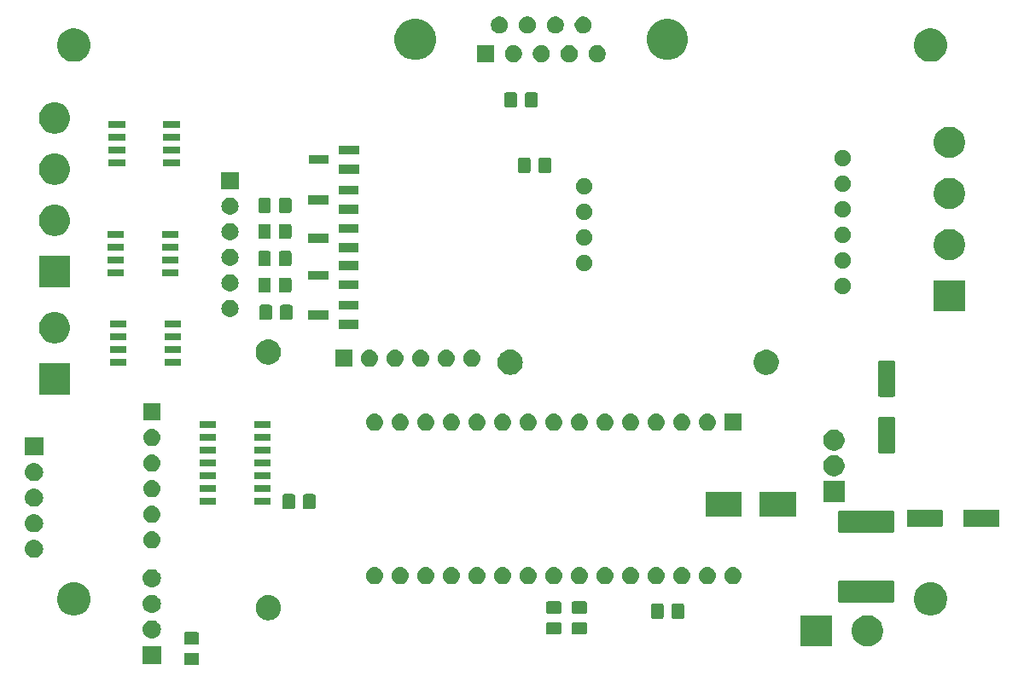
<source format=gbr>
G04 #@! TF.GenerationSoftware,KiCad,Pcbnew,(5.0.1)-3*
G04 #@! TF.CreationDate,2018-11-29T18:52:30+01:00*
G04 #@! TF.ProjectId,Board,426F6172642E6B696361645F70636200,rev?*
G04 #@! TF.SameCoordinates,Original*
G04 #@! TF.FileFunction,Soldermask,Bot*
G04 #@! TF.FilePolarity,Negative*
%FSLAX46Y46*%
G04 Gerber Fmt 4.6, Leading zero omitted, Abs format (unit mm)*
G04 Created by KiCad (PCBNEW (5.0.1)-3) date 11/29/18 18:52:30*
%MOMM*%
%LPD*%
G01*
G04 APERTURE LIST*
%ADD10C,0.100000*%
G04 APERTURE END LIST*
D10*
G36*
X97655267Y-101151343D02*
X97692954Y-101162776D01*
X97727693Y-101181344D01*
X97758138Y-101206330D01*
X97783124Y-101236775D01*
X97801692Y-101271514D01*
X97813125Y-101309201D01*
X97817590Y-101354539D01*
X97817590Y-102191217D01*
X97813125Y-102236555D01*
X97801692Y-102274242D01*
X97783124Y-102308981D01*
X97758138Y-102339426D01*
X97727693Y-102364412D01*
X97692954Y-102382980D01*
X97655267Y-102394413D01*
X97609929Y-102398878D01*
X96523251Y-102398878D01*
X96477913Y-102394413D01*
X96440226Y-102382980D01*
X96405487Y-102364412D01*
X96375042Y-102339426D01*
X96350056Y-102308981D01*
X96331488Y-102274242D01*
X96320055Y-102236555D01*
X96315590Y-102191217D01*
X96315590Y-101354539D01*
X96320055Y-101309201D01*
X96331488Y-101271514D01*
X96350056Y-101236775D01*
X96375042Y-101206330D01*
X96405487Y-101181344D01*
X96440226Y-101162776D01*
X96477913Y-101151343D01*
X96523251Y-101146878D01*
X97609929Y-101146878D01*
X97655267Y-101151343D01*
X97655267Y-101151343D01*
G37*
G36*
X94030590Y-102283878D02*
X92228590Y-102283878D01*
X92228590Y-100481878D01*
X94030590Y-100481878D01*
X94030590Y-102283878D01*
X94030590Y-102283878D01*
G37*
G36*
X160593590Y-100520878D02*
X157491590Y-100520878D01*
X157491590Y-97418878D01*
X160593590Y-97418878D01*
X160593590Y-100520878D01*
X160593590Y-100520878D01*
G37*
G36*
X164475117Y-97458614D02*
X164575000Y-97478482D01*
X164857264Y-97595399D01*
X165111295Y-97765137D01*
X165327331Y-97981173D01*
X165497069Y-98235204D01*
X165553338Y-98371051D01*
X165613986Y-98517469D01*
X165673590Y-98817116D01*
X165673590Y-99122640D01*
X165652982Y-99226242D01*
X165613986Y-99422288D01*
X165497069Y-99704552D01*
X165327331Y-99958583D01*
X165111295Y-100174619D01*
X164857264Y-100344357D01*
X164575000Y-100461274D01*
X164475117Y-100481142D01*
X164275352Y-100520878D01*
X163969828Y-100520878D01*
X163770063Y-100481142D01*
X163670180Y-100461274D01*
X163387916Y-100344357D01*
X163133885Y-100174619D01*
X162917849Y-99958583D01*
X162748111Y-99704552D01*
X162631194Y-99422288D01*
X162592198Y-99226242D01*
X162571590Y-99122640D01*
X162571590Y-98817116D01*
X162631194Y-98517469D01*
X162691842Y-98371051D01*
X162748111Y-98235204D01*
X162917849Y-97981173D01*
X163133885Y-97765137D01*
X163387916Y-97595399D01*
X163670180Y-97478482D01*
X163770063Y-97458614D01*
X163969828Y-97418878D01*
X164275352Y-97418878D01*
X164475117Y-97458614D01*
X164475117Y-97458614D01*
G37*
G36*
X97655267Y-99101343D02*
X97692954Y-99112776D01*
X97727693Y-99131344D01*
X97758138Y-99156330D01*
X97783124Y-99186775D01*
X97801692Y-99221514D01*
X97813125Y-99259201D01*
X97817590Y-99304539D01*
X97817590Y-100141217D01*
X97813125Y-100186555D01*
X97801692Y-100224242D01*
X97783124Y-100258981D01*
X97758138Y-100289426D01*
X97727693Y-100314412D01*
X97692954Y-100332980D01*
X97655267Y-100344413D01*
X97609929Y-100348878D01*
X96523251Y-100348878D01*
X96477913Y-100344413D01*
X96440226Y-100332980D01*
X96405487Y-100314412D01*
X96375042Y-100289426D01*
X96350056Y-100258981D01*
X96331488Y-100224242D01*
X96320055Y-100186555D01*
X96315590Y-100141217D01*
X96315590Y-99304539D01*
X96320055Y-99259201D01*
X96331488Y-99221514D01*
X96350056Y-99186775D01*
X96375042Y-99156330D01*
X96405487Y-99131344D01*
X96440226Y-99112776D01*
X96477913Y-99101343D01*
X96523251Y-99096878D01*
X97609929Y-99096878D01*
X97655267Y-99101343D01*
X97655267Y-99101343D01*
G37*
G36*
X93240032Y-97948396D02*
X93306217Y-97954915D01*
X93392778Y-97981173D01*
X93476057Y-98006435D01*
X93614677Y-98080530D01*
X93632581Y-98090100D01*
X93668319Y-98119430D01*
X93769776Y-98202692D01*
X93817792Y-98261201D01*
X93882368Y-98339887D01*
X93882369Y-98339889D01*
X93966033Y-98496411D01*
X93966033Y-98496412D01*
X94017553Y-98666251D01*
X94034949Y-98842878D01*
X94017553Y-99019505D01*
X93987797Y-99117596D01*
X93966033Y-99189345D01*
X93927742Y-99260981D01*
X93882368Y-99345869D01*
X93878257Y-99350878D01*
X93769776Y-99483064D01*
X93668319Y-99566326D01*
X93632581Y-99595656D01*
X93632579Y-99595657D01*
X93476057Y-99679321D01*
X93419443Y-99696494D01*
X93306217Y-99730841D01*
X93240033Y-99737359D01*
X93173850Y-99743878D01*
X93085330Y-99743878D01*
X93019147Y-99737359D01*
X92952963Y-99730841D01*
X92839737Y-99696494D01*
X92783123Y-99679321D01*
X92626601Y-99595657D01*
X92626599Y-99595656D01*
X92590861Y-99566326D01*
X92489404Y-99483064D01*
X92380923Y-99350878D01*
X92376812Y-99345869D01*
X92331438Y-99260981D01*
X92293147Y-99189345D01*
X92271383Y-99117596D01*
X92241627Y-99019505D01*
X92224231Y-98842878D01*
X92241627Y-98666251D01*
X92293147Y-98496412D01*
X92293147Y-98496411D01*
X92376811Y-98339889D01*
X92376812Y-98339887D01*
X92441388Y-98261201D01*
X92489404Y-98202692D01*
X92590861Y-98119430D01*
X92626599Y-98090100D01*
X92644503Y-98080530D01*
X92783123Y-98006435D01*
X92866402Y-97981173D01*
X92952963Y-97954915D01*
X93019148Y-97948396D01*
X93085330Y-97941878D01*
X93173850Y-97941878D01*
X93240032Y-97948396D01*
X93240032Y-97948396D01*
G37*
G36*
X136136267Y-98103343D02*
X136173954Y-98114776D01*
X136208693Y-98133344D01*
X136239138Y-98158330D01*
X136264124Y-98188775D01*
X136282692Y-98223514D01*
X136294125Y-98261201D01*
X136298590Y-98306539D01*
X136298590Y-99143217D01*
X136294125Y-99188555D01*
X136282692Y-99226242D01*
X136264124Y-99260981D01*
X136239138Y-99291426D01*
X136208693Y-99316412D01*
X136173954Y-99334980D01*
X136136267Y-99346413D01*
X136090929Y-99350878D01*
X135004251Y-99350878D01*
X134958913Y-99346413D01*
X134921226Y-99334980D01*
X134886487Y-99316412D01*
X134856042Y-99291426D01*
X134831056Y-99260981D01*
X134812488Y-99226242D01*
X134801055Y-99188555D01*
X134796590Y-99143217D01*
X134796590Y-98306539D01*
X134801055Y-98261201D01*
X134812488Y-98223514D01*
X134831056Y-98188775D01*
X134856042Y-98158330D01*
X134886487Y-98133344D01*
X134921226Y-98114776D01*
X134958913Y-98103343D01*
X135004251Y-98098878D01*
X136090929Y-98098878D01*
X136136267Y-98103343D01*
X136136267Y-98103343D01*
G37*
G36*
X133596267Y-98103343D02*
X133633954Y-98114776D01*
X133668693Y-98133344D01*
X133699138Y-98158330D01*
X133724124Y-98188775D01*
X133742692Y-98223514D01*
X133754125Y-98261201D01*
X133758590Y-98306539D01*
X133758590Y-99143217D01*
X133754125Y-99188555D01*
X133742692Y-99226242D01*
X133724124Y-99260981D01*
X133699138Y-99291426D01*
X133668693Y-99316412D01*
X133633954Y-99334980D01*
X133596267Y-99346413D01*
X133550929Y-99350878D01*
X132464251Y-99350878D01*
X132418913Y-99346413D01*
X132381226Y-99334980D01*
X132346487Y-99316412D01*
X132316042Y-99291426D01*
X132291056Y-99260981D01*
X132272488Y-99226242D01*
X132261055Y-99188555D01*
X132256590Y-99143217D01*
X132256590Y-98306539D01*
X132261055Y-98261201D01*
X132272488Y-98223514D01*
X132291056Y-98188775D01*
X132316042Y-98158330D01*
X132346487Y-98133344D01*
X132381226Y-98114776D01*
X132418913Y-98103343D01*
X132464251Y-98098878D01*
X133550929Y-98098878D01*
X133596267Y-98103343D01*
X133596267Y-98103343D01*
G37*
G36*
X104931829Y-95450979D02*
X105167643Y-95522512D01*
X105384971Y-95638677D01*
X105575461Y-95795007D01*
X105731791Y-95985497D01*
X105847956Y-96202825D01*
X105919489Y-96438639D01*
X105943643Y-96683878D01*
X105919489Y-96929117D01*
X105847956Y-97164931D01*
X105731791Y-97382259D01*
X105575461Y-97572749D01*
X105384971Y-97729079D01*
X105167643Y-97845244D01*
X104931829Y-97916777D01*
X104748047Y-97934878D01*
X104625133Y-97934878D01*
X104441351Y-97916777D01*
X104205537Y-97845244D01*
X103988209Y-97729079D01*
X103797719Y-97572749D01*
X103641389Y-97382259D01*
X103525224Y-97164931D01*
X103453691Y-96929117D01*
X103429537Y-96683878D01*
X103453691Y-96438639D01*
X103525224Y-96202825D01*
X103641389Y-95985497D01*
X103797719Y-95795007D01*
X103988209Y-95638677D01*
X104205537Y-95522512D01*
X104441351Y-95450979D01*
X104625133Y-95432878D01*
X104748047Y-95432878D01*
X104931829Y-95450979D01*
X104931829Y-95450979D01*
G37*
G36*
X143749267Y-96281465D02*
X143786954Y-96292898D01*
X143821693Y-96311466D01*
X143852138Y-96336452D01*
X143877124Y-96366897D01*
X143895692Y-96401636D01*
X143907125Y-96439323D01*
X143911590Y-96484661D01*
X143911590Y-97571339D01*
X143907125Y-97616677D01*
X143895692Y-97654364D01*
X143877124Y-97689103D01*
X143852138Y-97719548D01*
X143821693Y-97744534D01*
X143786954Y-97763102D01*
X143749267Y-97774535D01*
X143703929Y-97779000D01*
X142867251Y-97779000D01*
X142821913Y-97774535D01*
X142784226Y-97763102D01*
X142749487Y-97744534D01*
X142719042Y-97719548D01*
X142694056Y-97689103D01*
X142675488Y-97654364D01*
X142664055Y-97616677D01*
X142659590Y-97571339D01*
X142659590Y-96484661D01*
X142664055Y-96439323D01*
X142675488Y-96401636D01*
X142694056Y-96366897D01*
X142719042Y-96336452D01*
X142749487Y-96311466D01*
X142784226Y-96292898D01*
X142821913Y-96281465D01*
X142867251Y-96277000D01*
X143703929Y-96277000D01*
X143749267Y-96281465D01*
X143749267Y-96281465D01*
G37*
G36*
X145799267Y-96281465D02*
X145836954Y-96292898D01*
X145871693Y-96311466D01*
X145902138Y-96336452D01*
X145927124Y-96366897D01*
X145945692Y-96401636D01*
X145957125Y-96439323D01*
X145961590Y-96484661D01*
X145961590Y-97571339D01*
X145957125Y-97616677D01*
X145945692Y-97654364D01*
X145927124Y-97689103D01*
X145902138Y-97719548D01*
X145871693Y-97744534D01*
X145836954Y-97763102D01*
X145799267Y-97774535D01*
X145753929Y-97779000D01*
X144917251Y-97779000D01*
X144871913Y-97774535D01*
X144834226Y-97763102D01*
X144799487Y-97744534D01*
X144769042Y-97719548D01*
X144744056Y-97689103D01*
X144725488Y-97654364D01*
X144714055Y-97616677D01*
X144709590Y-97571339D01*
X144709590Y-96484661D01*
X144714055Y-96439323D01*
X144725488Y-96401636D01*
X144744056Y-96366897D01*
X144769042Y-96336452D01*
X144799487Y-96311466D01*
X144834226Y-96292898D01*
X144871913Y-96281465D01*
X144917251Y-96277000D01*
X145753929Y-96277000D01*
X145799267Y-96281465D01*
X145799267Y-96281465D01*
G37*
G36*
X170757846Y-94195176D02*
X170864169Y-94216325D01*
X171164632Y-94340781D01*
X171257843Y-94403063D01*
X171435044Y-94521465D01*
X171665003Y-94751424D01*
X171845688Y-95021838D01*
X171970143Y-95322300D01*
X172033590Y-95641267D01*
X172033590Y-95966489D01*
X172005376Y-96108330D01*
X171970143Y-96285457D01*
X171845687Y-96585920D01*
X171780233Y-96683878D01*
X171665003Y-96856332D01*
X171435044Y-97086291D01*
X171435041Y-97086293D01*
X171164632Y-97266975D01*
X171164631Y-97266976D01*
X171164630Y-97266976D01*
X171082783Y-97300878D01*
X170864169Y-97391431D01*
X170757846Y-97412580D01*
X170545201Y-97454878D01*
X170219979Y-97454878D01*
X170007334Y-97412580D01*
X169901011Y-97391431D01*
X169682397Y-97300878D01*
X169600550Y-97266976D01*
X169600549Y-97266976D01*
X169600548Y-97266975D01*
X169330139Y-97086293D01*
X169330136Y-97086291D01*
X169100177Y-96856332D01*
X168984947Y-96683878D01*
X168919493Y-96585920D01*
X168795037Y-96285457D01*
X168759804Y-96108330D01*
X168731590Y-95966489D01*
X168731590Y-95641267D01*
X168795037Y-95322300D01*
X168919492Y-95021838D01*
X169100177Y-94751424D01*
X169330136Y-94521465D01*
X169507337Y-94403063D01*
X169600548Y-94340781D01*
X169901011Y-94216325D01*
X170007334Y-94195176D01*
X170219979Y-94152878D01*
X170545201Y-94152878D01*
X170757846Y-94195176D01*
X170757846Y-94195176D01*
G37*
G36*
X85757846Y-94195176D02*
X85864169Y-94216325D01*
X86164632Y-94340781D01*
X86257843Y-94403063D01*
X86435044Y-94521465D01*
X86665003Y-94751424D01*
X86845688Y-95021838D01*
X86970143Y-95322300D01*
X87033590Y-95641267D01*
X87033590Y-95966489D01*
X87005376Y-96108330D01*
X86970143Y-96285457D01*
X86845687Y-96585920D01*
X86780233Y-96683878D01*
X86665003Y-96856332D01*
X86435044Y-97086291D01*
X86435041Y-97086293D01*
X86164632Y-97266975D01*
X86164631Y-97266976D01*
X86164630Y-97266976D01*
X86082783Y-97300878D01*
X85864169Y-97391431D01*
X85757846Y-97412580D01*
X85545201Y-97454878D01*
X85219979Y-97454878D01*
X85007334Y-97412580D01*
X84901011Y-97391431D01*
X84682397Y-97300878D01*
X84600550Y-97266976D01*
X84600549Y-97266976D01*
X84600548Y-97266975D01*
X84330139Y-97086293D01*
X84330136Y-97086291D01*
X84100177Y-96856332D01*
X83984947Y-96683878D01*
X83919493Y-96585920D01*
X83795037Y-96285457D01*
X83759804Y-96108330D01*
X83731590Y-95966489D01*
X83731590Y-95641267D01*
X83795037Y-95322300D01*
X83919492Y-95021838D01*
X84100177Y-94751424D01*
X84330136Y-94521465D01*
X84507337Y-94403063D01*
X84600548Y-94340781D01*
X84901011Y-94216325D01*
X85007334Y-94195176D01*
X85219979Y-94152878D01*
X85545201Y-94152878D01*
X85757846Y-94195176D01*
X85757846Y-94195176D01*
G37*
G36*
X136136267Y-96053343D02*
X136173954Y-96064776D01*
X136208693Y-96083344D01*
X136239138Y-96108330D01*
X136264124Y-96138775D01*
X136282692Y-96173514D01*
X136294125Y-96211201D01*
X136298590Y-96256539D01*
X136298590Y-97093217D01*
X136294125Y-97138555D01*
X136282692Y-97176242D01*
X136264124Y-97210981D01*
X136239138Y-97241426D01*
X136208693Y-97266412D01*
X136173954Y-97284980D01*
X136136267Y-97296413D01*
X136090929Y-97300878D01*
X135004251Y-97300878D01*
X134958913Y-97296413D01*
X134921226Y-97284980D01*
X134886487Y-97266412D01*
X134856042Y-97241426D01*
X134831056Y-97210981D01*
X134812488Y-97176242D01*
X134801055Y-97138555D01*
X134796590Y-97093217D01*
X134796590Y-96256539D01*
X134801055Y-96211201D01*
X134812488Y-96173514D01*
X134831056Y-96138775D01*
X134856042Y-96108330D01*
X134886487Y-96083344D01*
X134921226Y-96064776D01*
X134958913Y-96053343D01*
X135004251Y-96048878D01*
X136090929Y-96048878D01*
X136136267Y-96053343D01*
X136136267Y-96053343D01*
G37*
G36*
X133596267Y-96053343D02*
X133633954Y-96064776D01*
X133668693Y-96083344D01*
X133699138Y-96108330D01*
X133724124Y-96138775D01*
X133742692Y-96173514D01*
X133754125Y-96211201D01*
X133758590Y-96256539D01*
X133758590Y-97093217D01*
X133754125Y-97138555D01*
X133742692Y-97176242D01*
X133724124Y-97210981D01*
X133699138Y-97241426D01*
X133668693Y-97266412D01*
X133633954Y-97284980D01*
X133596267Y-97296413D01*
X133550929Y-97300878D01*
X132464251Y-97300878D01*
X132418913Y-97296413D01*
X132381226Y-97284980D01*
X132346487Y-97266412D01*
X132316042Y-97241426D01*
X132291056Y-97210981D01*
X132272488Y-97176242D01*
X132261055Y-97138555D01*
X132256590Y-97093217D01*
X132256590Y-96256539D01*
X132261055Y-96211201D01*
X132272488Y-96173514D01*
X132291056Y-96138775D01*
X132316042Y-96108330D01*
X132346487Y-96083344D01*
X132381226Y-96064776D01*
X132418913Y-96053343D01*
X132464251Y-96048878D01*
X133550929Y-96048878D01*
X133596267Y-96053343D01*
X133596267Y-96053343D01*
G37*
G36*
X93240032Y-95408396D02*
X93306217Y-95414915D01*
X93419443Y-95449262D01*
X93476057Y-95466435D01*
X93580968Y-95522512D01*
X93632581Y-95550100D01*
X93668319Y-95579430D01*
X93769776Y-95662692D01*
X93853038Y-95764149D01*
X93882368Y-95799887D01*
X93882369Y-95799889D01*
X93966033Y-95956411D01*
X93966033Y-95956412D01*
X94017553Y-96126251D01*
X94034949Y-96302878D01*
X94017553Y-96479505D01*
X93996419Y-96549173D01*
X93966033Y-96649345D01*
X93947574Y-96683878D01*
X93882368Y-96805869D01*
X93853038Y-96841607D01*
X93769776Y-96943064D01*
X93668319Y-97026326D01*
X93632581Y-97055656D01*
X93632579Y-97055657D01*
X93476057Y-97139321D01*
X93419443Y-97156494D01*
X93306217Y-97190841D01*
X93240033Y-97197359D01*
X93173850Y-97203878D01*
X93085330Y-97203878D01*
X93019147Y-97197359D01*
X92952963Y-97190841D01*
X92839737Y-97156494D01*
X92783123Y-97139321D01*
X92626601Y-97055657D01*
X92626599Y-97055656D01*
X92590861Y-97026326D01*
X92489404Y-96943064D01*
X92406142Y-96841607D01*
X92376812Y-96805869D01*
X92311606Y-96683878D01*
X92293147Y-96649345D01*
X92262761Y-96549173D01*
X92241627Y-96479505D01*
X92224231Y-96302878D01*
X92241627Y-96126251D01*
X92293147Y-95956412D01*
X92293147Y-95956411D01*
X92376811Y-95799889D01*
X92376812Y-95799887D01*
X92406142Y-95764149D01*
X92489404Y-95662692D01*
X92590861Y-95579430D01*
X92626599Y-95550100D01*
X92678212Y-95522512D01*
X92783123Y-95466435D01*
X92839737Y-95449262D01*
X92952963Y-95414915D01*
X93019148Y-95408396D01*
X93085330Y-95401878D01*
X93173850Y-95401878D01*
X93240032Y-95408396D01*
X93240032Y-95408396D01*
G37*
G36*
X166637125Y-93981678D02*
X166668330Y-93991144D01*
X166697077Y-94006509D01*
X166722277Y-94027191D01*
X166742959Y-94052391D01*
X166758324Y-94081138D01*
X166767790Y-94112343D01*
X166771590Y-94150923D01*
X166771590Y-96006833D01*
X166767790Y-96045413D01*
X166758324Y-96076618D01*
X166742959Y-96105365D01*
X166722277Y-96130565D01*
X166697077Y-96151247D01*
X166668330Y-96166612D01*
X166637125Y-96176078D01*
X166598545Y-96179878D01*
X161392635Y-96179878D01*
X161354055Y-96176078D01*
X161322850Y-96166612D01*
X161294103Y-96151247D01*
X161268903Y-96130565D01*
X161248221Y-96105365D01*
X161232856Y-96076618D01*
X161223390Y-96045413D01*
X161219590Y-96006833D01*
X161219590Y-94150923D01*
X161223390Y-94112343D01*
X161232856Y-94081138D01*
X161248221Y-94052391D01*
X161268903Y-94027191D01*
X161294103Y-94006509D01*
X161322850Y-93991144D01*
X161354055Y-93981678D01*
X161392635Y-93977878D01*
X166598545Y-93977878D01*
X166637125Y-93981678D01*
X166637125Y-93981678D01*
G37*
G36*
X93240033Y-92868397D02*
X93306217Y-92874915D01*
X93419443Y-92909262D01*
X93476057Y-92926435D01*
X93614677Y-93000530D01*
X93632581Y-93010100D01*
X93661459Y-93033800D01*
X93769776Y-93122692D01*
X93853038Y-93224149D01*
X93882368Y-93259887D01*
X93882369Y-93259889D01*
X93966033Y-93416411D01*
X93966033Y-93416412D01*
X94017553Y-93586251D01*
X94034949Y-93762878D01*
X94017553Y-93939505D01*
X93992511Y-94022057D01*
X93966033Y-94109345D01*
X93908850Y-94216325D01*
X93882368Y-94265869D01*
X93853038Y-94301607D01*
X93769776Y-94403064D01*
X93668319Y-94486326D01*
X93632581Y-94515656D01*
X93632579Y-94515657D01*
X93476057Y-94599321D01*
X93419443Y-94616494D01*
X93306217Y-94650841D01*
X93240032Y-94657360D01*
X93173850Y-94663878D01*
X93085330Y-94663878D01*
X93019148Y-94657360D01*
X92952963Y-94650841D01*
X92839737Y-94616494D01*
X92783123Y-94599321D01*
X92626601Y-94515657D01*
X92626599Y-94515656D01*
X92590861Y-94486326D01*
X92489404Y-94403064D01*
X92406142Y-94301607D01*
X92376812Y-94265869D01*
X92350330Y-94216325D01*
X92293147Y-94109345D01*
X92266669Y-94022057D01*
X92241627Y-93939505D01*
X92224231Y-93762878D01*
X92241627Y-93586251D01*
X92293147Y-93416412D01*
X92293147Y-93416411D01*
X92376811Y-93259889D01*
X92376812Y-93259887D01*
X92406142Y-93224149D01*
X92489404Y-93122692D01*
X92597721Y-93033800D01*
X92626599Y-93010100D01*
X92644503Y-93000530D01*
X92783123Y-92926435D01*
X92839737Y-92909262D01*
X92952963Y-92874915D01*
X93019147Y-92868397D01*
X93085330Y-92861878D01*
X93173850Y-92861878D01*
X93240033Y-92868397D01*
X93240033Y-92868397D01*
G37*
G36*
X115394411Y-92670191D02*
X115394414Y-92670192D01*
X115394415Y-92670192D01*
X115554829Y-92718853D01*
X115554831Y-92718854D01*
X115554834Y-92718855D01*
X115702668Y-92797873D01*
X115832249Y-92904219D01*
X115938595Y-93033800D01*
X116017613Y-93181634D01*
X116017614Y-93181637D01*
X116017615Y-93181639D01*
X116066276Y-93342053D01*
X116066277Y-93342057D01*
X116082707Y-93508878D01*
X116066277Y-93675699D01*
X116066276Y-93675702D01*
X116066276Y-93675703D01*
X116039832Y-93762878D01*
X116017613Y-93836122D01*
X115938595Y-93983956D01*
X115832249Y-94113537D01*
X115702668Y-94219883D01*
X115554834Y-94298901D01*
X115554831Y-94298902D01*
X115554829Y-94298903D01*
X115394415Y-94347564D01*
X115394414Y-94347564D01*
X115394411Y-94347565D01*
X115269394Y-94359878D01*
X115185786Y-94359878D01*
X115060769Y-94347565D01*
X115060766Y-94347564D01*
X115060765Y-94347564D01*
X114900351Y-94298903D01*
X114900349Y-94298902D01*
X114900346Y-94298901D01*
X114752512Y-94219883D01*
X114622931Y-94113537D01*
X114516585Y-93983956D01*
X114437567Y-93836122D01*
X114415349Y-93762878D01*
X114388904Y-93675703D01*
X114388904Y-93675702D01*
X114388903Y-93675699D01*
X114372473Y-93508878D01*
X114388903Y-93342057D01*
X114388904Y-93342053D01*
X114437565Y-93181639D01*
X114437566Y-93181637D01*
X114437567Y-93181634D01*
X114516585Y-93033800D01*
X114622931Y-92904219D01*
X114752512Y-92797873D01*
X114900346Y-92718855D01*
X114900349Y-92718854D01*
X114900351Y-92718853D01*
X115060765Y-92670192D01*
X115060766Y-92670192D01*
X115060769Y-92670191D01*
X115185786Y-92657878D01*
X115269394Y-92657878D01*
X115394411Y-92670191D01*
X115394411Y-92670191D01*
G37*
G36*
X130634411Y-92670191D02*
X130634414Y-92670192D01*
X130634415Y-92670192D01*
X130794829Y-92718853D01*
X130794831Y-92718854D01*
X130794834Y-92718855D01*
X130942668Y-92797873D01*
X131072249Y-92904219D01*
X131178595Y-93033800D01*
X131257613Y-93181634D01*
X131257614Y-93181637D01*
X131257615Y-93181639D01*
X131306276Y-93342053D01*
X131306277Y-93342057D01*
X131322707Y-93508878D01*
X131306277Y-93675699D01*
X131306276Y-93675702D01*
X131306276Y-93675703D01*
X131279832Y-93762878D01*
X131257613Y-93836122D01*
X131178595Y-93983956D01*
X131072249Y-94113537D01*
X130942668Y-94219883D01*
X130794834Y-94298901D01*
X130794831Y-94298902D01*
X130794829Y-94298903D01*
X130634415Y-94347564D01*
X130634414Y-94347564D01*
X130634411Y-94347565D01*
X130509394Y-94359878D01*
X130425786Y-94359878D01*
X130300769Y-94347565D01*
X130300766Y-94347564D01*
X130300765Y-94347564D01*
X130140351Y-94298903D01*
X130140349Y-94298902D01*
X130140346Y-94298901D01*
X129992512Y-94219883D01*
X129862931Y-94113537D01*
X129756585Y-93983956D01*
X129677567Y-93836122D01*
X129655349Y-93762878D01*
X129628904Y-93675703D01*
X129628904Y-93675702D01*
X129628903Y-93675699D01*
X129612473Y-93508878D01*
X129628903Y-93342057D01*
X129628904Y-93342053D01*
X129677565Y-93181639D01*
X129677566Y-93181637D01*
X129677567Y-93181634D01*
X129756585Y-93033800D01*
X129862931Y-92904219D01*
X129992512Y-92797873D01*
X130140346Y-92718855D01*
X130140349Y-92718854D01*
X130140351Y-92718853D01*
X130300765Y-92670192D01*
X130300766Y-92670192D01*
X130300769Y-92670191D01*
X130425786Y-92657878D01*
X130509394Y-92657878D01*
X130634411Y-92670191D01*
X130634411Y-92670191D01*
G37*
G36*
X133174411Y-92670191D02*
X133174414Y-92670192D01*
X133174415Y-92670192D01*
X133334829Y-92718853D01*
X133334831Y-92718854D01*
X133334834Y-92718855D01*
X133482668Y-92797873D01*
X133612249Y-92904219D01*
X133718595Y-93033800D01*
X133797613Y-93181634D01*
X133797614Y-93181637D01*
X133797615Y-93181639D01*
X133846276Y-93342053D01*
X133846277Y-93342057D01*
X133862707Y-93508878D01*
X133846277Y-93675699D01*
X133846276Y-93675702D01*
X133846276Y-93675703D01*
X133819832Y-93762878D01*
X133797613Y-93836122D01*
X133718595Y-93983956D01*
X133612249Y-94113537D01*
X133482668Y-94219883D01*
X133334834Y-94298901D01*
X133334831Y-94298902D01*
X133334829Y-94298903D01*
X133174415Y-94347564D01*
X133174414Y-94347564D01*
X133174411Y-94347565D01*
X133049394Y-94359878D01*
X132965786Y-94359878D01*
X132840769Y-94347565D01*
X132840766Y-94347564D01*
X132840765Y-94347564D01*
X132680351Y-94298903D01*
X132680349Y-94298902D01*
X132680346Y-94298901D01*
X132532512Y-94219883D01*
X132402931Y-94113537D01*
X132296585Y-93983956D01*
X132217567Y-93836122D01*
X132195349Y-93762878D01*
X132168904Y-93675703D01*
X132168904Y-93675702D01*
X132168903Y-93675699D01*
X132152473Y-93508878D01*
X132168903Y-93342057D01*
X132168904Y-93342053D01*
X132217565Y-93181639D01*
X132217566Y-93181637D01*
X132217567Y-93181634D01*
X132296585Y-93033800D01*
X132402931Y-92904219D01*
X132532512Y-92797873D01*
X132680346Y-92718855D01*
X132680349Y-92718854D01*
X132680351Y-92718853D01*
X132840765Y-92670192D01*
X132840766Y-92670192D01*
X132840769Y-92670191D01*
X132965786Y-92657878D01*
X133049394Y-92657878D01*
X133174411Y-92670191D01*
X133174411Y-92670191D01*
G37*
G36*
X135714411Y-92670191D02*
X135714414Y-92670192D01*
X135714415Y-92670192D01*
X135874829Y-92718853D01*
X135874831Y-92718854D01*
X135874834Y-92718855D01*
X136022668Y-92797873D01*
X136152249Y-92904219D01*
X136258595Y-93033800D01*
X136337613Y-93181634D01*
X136337614Y-93181637D01*
X136337615Y-93181639D01*
X136386276Y-93342053D01*
X136386277Y-93342057D01*
X136402707Y-93508878D01*
X136386277Y-93675699D01*
X136386276Y-93675702D01*
X136386276Y-93675703D01*
X136359832Y-93762878D01*
X136337613Y-93836122D01*
X136258595Y-93983956D01*
X136152249Y-94113537D01*
X136022668Y-94219883D01*
X135874834Y-94298901D01*
X135874831Y-94298902D01*
X135874829Y-94298903D01*
X135714415Y-94347564D01*
X135714414Y-94347564D01*
X135714411Y-94347565D01*
X135589394Y-94359878D01*
X135505786Y-94359878D01*
X135380769Y-94347565D01*
X135380766Y-94347564D01*
X135380765Y-94347564D01*
X135220351Y-94298903D01*
X135220349Y-94298902D01*
X135220346Y-94298901D01*
X135072512Y-94219883D01*
X134942931Y-94113537D01*
X134836585Y-93983956D01*
X134757567Y-93836122D01*
X134735349Y-93762878D01*
X134708904Y-93675703D01*
X134708904Y-93675702D01*
X134708903Y-93675699D01*
X134692473Y-93508878D01*
X134708903Y-93342057D01*
X134708904Y-93342053D01*
X134757565Y-93181639D01*
X134757566Y-93181637D01*
X134757567Y-93181634D01*
X134836585Y-93033800D01*
X134942931Y-92904219D01*
X135072512Y-92797873D01*
X135220346Y-92718855D01*
X135220349Y-92718854D01*
X135220351Y-92718853D01*
X135380765Y-92670192D01*
X135380766Y-92670192D01*
X135380769Y-92670191D01*
X135505786Y-92657878D01*
X135589394Y-92657878D01*
X135714411Y-92670191D01*
X135714411Y-92670191D01*
G37*
G36*
X138254411Y-92670191D02*
X138254414Y-92670192D01*
X138254415Y-92670192D01*
X138414829Y-92718853D01*
X138414831Y-92718854D01*
X138414834Y-92718855D01*
X138562668Y-92797873D01*
X138692249Y-92904219D01*
X138798595Y-93033800D01*
X138877613Y-93181634D01*
X138877614Y-93181637D01*
X138877615Y-93181639D01*
X138926276Y-93342053D01*
X138926277Y-93342057D01*
X138942707Y-93508878D01*
X138926277Y-93675699D01*
X138926276Y-93675702D01*
X138926276Y-93675703D01*
X138899832Y-93762878D01*
X138877613Y-93836122D01*
X138798595Y-93983956D01*
X138692249Y-94113537D01*
X138562668Y-94219883D01*
X138414834Y-94298901D01*
X138414831Y-94298902D01*
X138414829Y-94298903D01*
X138254415Y-94347564D01*
X138254414Y-94347564D01*
X138254411Y-94347565D01*
X138129394Y-94359878D01*
X138045786Y-94359878D01*
X137920769Y-94347565D01*
X137920766Y-94347564D01*
X137920765Y-94347564D01*
X137760351Y-94298903D01*
X137760349Y-94298902D01*
X137760346Y-94298901D01*
X137612512Y-94219883D01*
X137482931Y-94113537D01*
X137376585Y-93983956D01*
X137297567Y-93836122D01*
X137275349Y-93762878D01*
X137248904Y-93675703D01*
X137248904Y-93675702D01*
X137248903Y-93675699D01*
X137232473Y-93508878D01*
X137248903Y-93342057D01*
X137248904Y-93342053D01*
X137297565Y-93181639D01*
X137297566Y-93181637D01*
X137297567Y-93181634D01*
X137376585Y-93033800D01*
X137482931Y-92904219D01*
X137612512Y-92797873D01*
X137760346Y-92718855D01*
X137760349Y-92718854D01*
X137760351Y-92718853D01*
X137920765Y-92670192D01*
X137920766Y-92670192D01*
X137920769Y-92670191D01*
X138045786Y-92657878D01*
X138129394Y-92657878D01*
X138254411Y-92670191D01*
X138254411Y-92670191D01*
G37*
G36*
X140794411Y-92670191D02*
X140794414Y-92670192D01*
X140794415Y-92670192D01*
X140954829Y-92718853D01*
X140954831Y-92718854D01*
X140954834Y-92718855D01*
X141102668Y-92797873D01*
X141232249Y-92904219D01*
X141338595Y-93033800D01*
X141417613Y-93181634D01*
X141417614Y-93181637D01*
X141417615Y-93181639D01*
X141466276Y-93342053D01*
X141466277Y-93342057D01*
X141482707Y-93508878D01*
X141466277Y-93675699D01*
X141466276Y-93675702D01*
X141466276Y-93675703D01*
X141439832Y-93762878D01*
X141417613Y-93836122D01*
X141338595Y-93983956D01*
X141232249Y-94113537D01*
X141102668Y-94219883D01*
X140954834Y-94298901D01*
X140954831Y-94298902D01*
X140954829Y-94298903D01*
X140794415Y-94347564D01*
X140794414Y-94347564D01*
X140794411Y-94347565D01*
X140669394Y-94359878D01*
X140585786Y-94359878D01*
X140460769Y-94347565D01*
X140460766Y-94347564D01*
X140460765Y-94347564D01*
X140300351Y-94298903D01*
X140300349Y-94298902D01*
X140300346Y-94298901D01*
X140152512Y-94219883D01*
X140022931Y-94113537D01*
X139916585Y-93983956D01*
X139837567Y-93836122D01*
X139815349Y-93762878D01*
X139788904Y-93675703D01*
X139788904Y-93675702D01*
X139788903Y-93675699D01*
X139772473Y-93508878D01*
X139788903Y-93342057D01*
X139788904Y-93342053D01*
X139837565Y-93181639D01*
X139837566Y-93181637D01*
X139837567Y-93181634D01*
X139916585Y-93033800D01*
X140022931Y-92904219D01*
X140152512Y-92797873D01*
X140300346Y-92718855D01*
X140300349Y-92718854D01*
X140300351Y-92718853D01*
X140460765Y-92670192D01*
X140460766Y-92670192D01*
X140460769Y-92670191D01*
X140585786Y-92657878D01*
X140669394Y-92657878D01*
X140794411Y-92670191D01*
X140794411Y-92670191D01*
G37*
G36*
X143334411Y-92670191D02*
X143334414Y-92670192D01*
X143334415Y-92670192D01*
X143494829Y-92718853D01*
X143494831Y-92718854D01*
X143494834Y-92718855D01*
X143642668Y-92797873D01*
X143772249Y-92904219D01*
X143878595Y-93033800D01*
X143957613Y-93181634D01*
X143957614Y-93181637D01*
X143957615Y-93181639D01*
X144006276Y-93342053D01*
X144006277Y-93342057D01*
X144022707Y-93508878D01*
X144006277Y-93675699D01*
X144006276Y-93675702D01*
X144006276Y-93675703D01*
X143979832Y-93762878D01*
X143957613Y-93836122D01*
X143878595Y-93983956D01*
X143772249Y-94113537D01*
X143642668Y-94219883D01*
X143494834Y-94298901D01*
X143494831Y-94298902D01*
X143494829Y-94298903D01*
X143334415Y-94347564D01*
X143334414Y-94347564D01*
X143334411Y-94347565D01*
X143209394Y-94359878D01*
X143125786Y-94359878D01*
X143000769Y-94347565D01*
X143000766Y-94347564D01*
X143000765Y-94347564D01*
X142840351Y-94298903D01*
X142840349Y-94298902D01*
X142840346Y-94298901D01*
X142692512Y-94219883D01*
X142562931Y-94113537D01*
X142456585Y-93983956D01*
X142377567Y-93836122D01*
X142355349Y-93762878D01*
X142328904Y-93675703D01*
X142328904Y-93675702D01*
X142328903Y-93675699D01*
X142312473Y-93508878D01*
X142328903Y-93342057D01*
X142328904Y-93342053D01*
X142377565Y-93181639D01*
X142377566Y-93181637D01*
X142377567Y-93181634D01*
X142456585Y-93033800D01*
X142562931Y-92904219D01*
X142692512Y-92797873D01*
X142840346Y-92718855D01*
X142840349Y-92718854D01*
X142840351Y-92718853D01*
X143000765Y-92670192D01*
X143000766Y-92670192D01*
X143000769Y-92670191D01*
X143125786Y-92657878D01*
X143209394Y-92657878D01*
X143334411Y-92670191D01*
X143334411Y-92670191D01*
G37*
G36*
X145874411Y-92670191D02*
X145874414Y-92670192D01*
X145874415Y-92670192D01*
X146034829Y-92718853D01*
X146034831Y-92718854D01*
X146034834Y-92718855D01*
X146182668Y-92797873D01*
X146312249Y-92904219D01*
X146418595Y-93033800D01*
X146497613Y-93181634D01*
X146497614Y-93181637D01*
X146497615Y-93181639D01*
X146546276Y-93342053D01*
X146546277Y-93342057D01*
X146562707Y-93508878D01*
X146546277Y-93675699D01*
X146546276Y-93675702D01*
X146546276Y-93675703D01*
X146519832Y-93762878D01*
X146497613Y-93836122D01*
X146418595Y-93983956D01*
X146312249Y-94113537D01*
X146182668Y-94219883D01*
X146034834Y-94298901D01*
X146034831Y-94298902D01*
X146034829Y-94298903D01*
X145874415Y-94347564D01*
X145874414Y-94347564D01*
X145874411Y-94347565D01*
X145749394Y-94359878D01*
X145665786Y-94359878D01*
X145540769Y-94347565D01*
X145540766Y-94347564D01*
X145540765Y-94347564D01*
X145380351Y-94298903D01*
X145380349Y-94298902D01*
X145380346Y-94298901D01*
X145232512Y-94219883D01*
X145102931Y-94113537D01*
X144996585Y-93983956D01*
X144917567Y-93836122D01*
X144895349Y-93762878D01*
X144868904Y-93675703D01*
X144868904Y-93675702D01*
X144868903Y-93675699D01*
X144852473Y-93508878D01*
X144868903Y-93342057D01*
X144868904Y-93342053D01*
X144917565Y-93181639D01*
X144917566Y-93181637D01*
X144917567Y-93181634D01*
X144996585Y-93033800D01*
X145102931Y-92904219D01*
X145232512Y-92797873D01*
X145380346Y-92718855D01*
X145380349Y-92718854D01*
X145380351Y-92718853D01*
X145540765Y-92670192D01*
X145540766Y-92670192D01*
X145540769Y-92670191D01*
X145665786Y-92657878D01*
X145749394Y-92657878D01*
X145874411Y-92670191D01*
X145874411Y-92670191D01*
G37*
G36*
X125554411Y-92670191D02*
X125554414Y-92670192D01*
X125554415Y-92670192D01*
X125714829Y-92718853D01*
X125714831Y-92718854D01*
X125714834Y-92718855D01*
X125862668Y-92797873D01*
X125992249Y-92904219D01*
X126098595Y-93033800D01*
X126177613Y-93181634D01*
X126177614Y-93181637D01*
X126177615Y-93181639D01*
X126226276Y-93342053D01*
X126226277Y-93342057D01*
X126242707Y-93508878D01*
X126226277Y-93675699D01*
X126226276Y-93675702D01*
X126226276Y-93675703D01*
X126199832Y-93762878D01*
X126177613Y-93836122D01*
X126098595Y-93983956D01*
X125992249Y-94113537D01*
X125862668Y-94219883D01*
X125714834Y-94298901D01*
X125714831Y-94298902D01*
X125714829Y-94298903D01*
X125554415Y-94347564D01*
X125554414Y-94347564D01*
X125554411Y-94347565D01*
X125429394Y-94359878D01*
X125345786Y-94359878D01*
X125220769Y-94347565D01*
X125220766Y-94347564D01*
X125220765Y-94347564D01*
X125060351Y-94298903D01*
X125060349Y-94298902D01*
X125060346Y-94298901D01*
X124912512Y-94219883D01*
X124782931Y-94113537D01*
X124676585Y-93983956D01*
X124597567Y-93836122D01*
X124575349Y-93762878D01*
X124548904Y-93675703D01*
X124548904Y-93675702D01*
X124548903Y-93675699D01*
X124532473Y-93508878D01*
X124548903Y-93342057D01*
X124548904Y-93342053D01*
X124597565Y-93181639D01*
X124597566Y-93181637D01*
X124597567Y-93181634D01*
X124676585Y-93033800D01*
X124782931Y-92904219D01*
X124912512Y-92797873D01*
X125060346Y-92718855D01*
X125060349Y-92718854D01*
X125060351Y-92718853D01*
X125220765Y-92670192D01*
X125220766Y-92670192D01*
X125220769Y-92670191D01*
X125345786Y-92657878D01*
X125429394Y-92657878D01*
X125554411Y-92670191D01*
X125554411Y-92670191D01*
G37*
G36*
X123014411Y-92670191D02*
X123014414Y-92670192D01*
X123014415Y-92670192D01*
X123174829Y-92718853D01*
X123174831Y-92718854D01*
X123174834Y-92718855D01*
X123322668Y-92797873D01*
X123452249Y-92904219D01*
X123558595Y-93033800D01*
X123637613Y-93181634D01*
X123637614Y-93181637D01*
X123637615Y-93181639D01*
X123686276Y-93342053D01*
X123686277Y-93342057D01*
X123702707Y-93508878D01*
X123686277Y-93675699D01*
X123686276Y-93675702D01*
X123686276Y-93675703D01*
X123659832Y-93762878D01*
X123637613Y-93836122D01*
X123558595Y-93983956D01*
X123452249Y-94113537D01*
X123322668Y-94219883D01*
X123174834Y-94298901D01*
X123174831Y-94298902D01*
X123174829Y-94298903D01*
X123014415Y-94347564D01*
X123014414Y-94347564D01*
X123014411Y-94347565D01*
X122889394Y-94359878D01*
X122805786Y-94359878D01*
X122680769Y-94347565D01*
X122680766Y-94347564D01*
X122680765Y-94347564D01*
X122520351Y-94298903D01*
X122520349Y-94298902D01*
X122520346Y-94298901D01*
X122372512Y-94219883D01*
X122242931Y-94113537D01*
X122136585Y-93983956D01*
X122057567Y-93836122D01*
X122035349Y-93762878D01*
X122008904Y-93675703D01*
X122008904Y-93675702D01*
X122008903Y-93675699D01*
X121992473Y-93508878D01*
X122008903Y-93342057D01*
X122008904Y-93342053D01*
X122057565Y-93181639D01*
X122057566Y-93181637D01*
X122057567Y-93181634D01*
X122136585Y-93033800D01*
X122242931Y-92904219D01*
X122372512Y-92797873D01*
X122520346Y-92718855D01*
X122520349Y-92718854D01*
X122520351Y-92718853D01*
X122680765Y-92670192D01*
X122680766Y-92670192D01*
X122680769Y-92670191D01*
X122805786Y-92657878D01*
X122889394Y-92657878D01*
X123014411Y-92670191D01*
X123014411Y-92670191D01*
G37*
G36*
X120474411Y-92670191D02*
X120474414Y-92670192D01*
X120474415Y-92670192D01*
X120634829Y-92718853D01*
X120634831Y-92718854D01*
X120634834Y-92718855D01*
X120782668Y-92797873D01*
X120912249Y-92904219D01*
X121018595Y-93033800D01*
X121097613Y-93181634D01*
X121097614Y-93181637D01*
X121097615Y-93181639D01*
X121146276Y-93342053D01*
X121146277Y-93342057D01*
X121162707Y-93508878D01*
X121146277Y-93675699D01*
X121146276Y-93675702D01*
X121146276Y-93675703D01*
X121119832Y-93762878D01*
X121097613Y-93836122D01*
X121018595Y-93983956D01*
X120912249Y-94113537D01*
X120782668Y-94219883D01*
X120634834Y-94298901D01*
X120634831Y-94298902D01*
X120634829Y-94298903D01*
X120474415Y-94347564D01*
X120474414Y-94347564D01*
X120474411Y-94347565D01*
X120349394Y-94359878D01*
X120265786Y-94359878D01*
X120140769Y-94347565D01*
X120140766Y-94347564D01*
X120140765Y-94347564D01*
X119980351Y-94298903D01*
X119980349Y-94298902D01*
X119980346Y-94298901D01*
X119832512Y-94219883D01*
X119702931Y-94113537D01*
X119596585Y-93983956D01*
X119517567Y-93836122D01*
X119495349Y-93762878D01*
X119468904Y-93675703D01*
X119468904Y-93675702D01*
X119468903Y-93675699D01*
X119452473Y-93508878D01*
X119468903Y-93342057D01*
X119468904Y-93342053D01*
X119517565Y-93181639D01*
X119517566Y-93181637D01*
X119517567Y-93181634D01*
X119596585Y-93033800D01*
X119702931Y-92904219D01*
X119832512Y-92797873D01*
X119980346Y-92718855D01*
X119980349Y-92718854D01*
X119980351Y-92718853D01*
X120140765Y-92670192D01*
X120140766Y-92670192D01*
X120140769Y-92670191D01*
X120265786Y-92657878D01*
X120349394Y-92657878D01*
X120474411Y-92670191D01*
X120474411Y-92670191D01*
G37*
G36*
X117934411Y-92670191D02*
X117934414Y-92670192D01*
X117934415Y-92670192D01*
X118094829Y-92718853D01*
X118094831Y-92718854D01*
X118094834Y-92718855D01*
X118242668Y-92797873D01*
X118372249Y-92904219D01*
X118478595Y-93033800D01*
X118557613Y-93181634D01*
X118557614Y-93181637D01*
X118557615Y-93181639D01*
X118606276Y-93342053D01*
X118606277Y-93342057D01*
X118622707Y-93508878D01*
X118606277Y-93675699D01*
X118606276Y-93675702D01*
X118606276Y-93675703D01*
X118579832Y-93762878D01*
X118557613Y-93836122D01*
X118478595Y-93983956D01*
X118372249Y-94113537D01*
X118242668Y-94219883D01*
X118094834Y-94298901D01*
X118094831Y-94298902D01*
X118094829Y-94298903D01*
X117934415Y-94347564D01*
X117934414Y-94347564D01*
X117934411Y-94347565D01*
X117809394Y-94359878D01*
X117725786Y-94359878D01*
X117600769Y-94347565D01*
X117600766Y-94347564D01*
X117600765Y-94347564D01*
X117440351Y-94298903D01*
X117440349Y-94298902D01*
X117440346Y-94298901D01*
X117292512Y-94219883D01*
X117162931Y-94113537D01*
X117056585Y-93983956D01*
X116977567Y-93836122D01*
X116955349Y-93762878D01*
X116928904Y-93675703D01*
X116928904Y-93675702D01*
X116928903Y-93675699D01*
X116912473Y-93508878D01*
X116928903Y-93342057D01*
X116928904Y-93342053D01*
X116977565Y-93181639D01*
X116977566Y-93181637D01*
X116977567Y-93181634D01*
X117056585Y-93033800D01*
X117162931Y-92904219D01*
X117292512Y-92797873D01*
X117440346Y-92718855D01*
X117440349Y-92718854D01*
X117440351Y-92718853D01*
X117600765Y-92670192D01*
X117600766Y-92670192D01*
X117600769Y-92670191D01*
X117725786Y-92657878D01*
X117809394Y-92657878D01*
X117934411Y-92670191D01*
X117934411Y-92670191D01*
G37*
G36*
X150954411Y-92670191D02*
X150954414Y-92670192D01*
X150954415Y-92670192D01*
X151114829Y-92718853D01*
X151114831Y-92718854D01*
X151114834Y-92718855D01*
X151262668Y-92797873D01*
X151392249Y-92904219D01*
X151498595Y-93033800D01*
X151577613Y-93181634D01*
X151577614Y-93181637D01*
X151577615Y-93181639D01*
X151626276Y-93342053D01*
X151626277Y-93342057D01*
X151642707Y-93508878D01*
X151626277Y-93675699D01*
X151626276Y-93675702D01*
X151626276Y-93675703D01*
X151599832Y-93762878D01*
X151577613Y-93836122D01*
X151498595Y-93983956D01*
X151392249Y-94113537D01*
X151262668Y-94219883D01*
X151114834Y-94298901D01*
X151114831Y-94298902D01*
X151114829Y-94298903D01*
X150954415Y-94347564D01*
X150954414Y-94347564D01*
X150954411Y-94347565D01*
X150829394Y-94359878D01*
X150745786Y-94359878D01*
X150620769Y-94347565D01*
X150620766Y-94347564D01*
X150620765Y-94347564D01*
X150460351Y-94298903D01*
X150460349Y-94298902D01*
X150460346Y-94298901D01*
X150312512Y-94219883D01*
X150182931Y-94113537D01*
X150076585Y-93983956D01*
X149997567Y-93836122D01*
X149975349Y-93762878D01*
X149948904Y-93675703D01*
X149948904Y-93675702D01*
X149948903Y-93675699D01*
X149932473Y-93508878D01*
X149948903Y-93342057D01*
X149948904Y-93342053D01*
X149997565Y-93181639D01*
X149997566Y-93181637D01*
X149997567Y-93181634D01*
X150076585Y-93033800D01*
X150182931Y-92904219D01*
X150312512Y-92797873D01*
X150460346Y-92718855D01*
X150460349Y-92718854D01*
X150460351Y-92718853D01*
X150620765Y-92670192D01*
X150620766Y-92670192D01*
X150620769Y-92670191D01*
X150745786Y-92657878D01*
X150829394Y-92657878D01*
X150954411Y-92670191D01*
X150954411Y-92670191D01*
G37*
G36*
X148414411Y-92670191D02*
X148414414Y-92670192D01*
X148414415Y-92670192D01*
X148574829Y-92718853D01*
X148574831Y-92718854D01*
X148574834Y-92718855D01*
X148722668Y-92797873D01*
X148852249Y-92904219D01*
X148958595Y-93033800D01*
X149037613Y-93181634D01*
X149037614Y-93181637D01*
X149037615Y-93181639D01*
X149086276Y-93342053D01*
X149086277Y-93342057D01*
X149102707Y-93508878D01*
X149086277Y-93675699D01*
X149086276Y-93675702D01*
X149086276Y-93675703D01*
X149059832Y-93762878D01*
X149037613Y-93836122D01*
X148958595Y-93983956D01*
X148852249Y-94113537D01*
X148722668Y-94219883D01*
X148574834Y-94298901D01*
X148574831Y-94298902D01*
X148574829Y-94298903D01*
X148414415Y-94347564D01*
X148414414Y-94347564D01*
X148414411Y-94347565D01*
X148289394Y-94359878D01*
X148205786Y-94359878D01*
X148080769Y-94347565D01*
X148080766Y-94347564D01*
X148080765Y-94347564D01*
X147920351Y-94298903D01*
X147920349Y-94298902D01*
X147920346Y-94298901D01*
X147772512Y-94219883D01*
X147642931Y-94113537D01*
X147536585Y-93983956D01*
X147457567Y-93836122D01*
X147435349Y-93762878D01*
X147408904Y-93675703D01*
X147408904Y-93675702D01*
X147408903Y-93675699D01*
X147392473Y-93508878D01*
X147408903Y-93342057D01*
X147408904Y-93342053D01*
X147457565Y-93181639D01*
X147457566Y-93181637D01*
X147457567Y-93181634D01*
X147536585Y-93033800D01*
X147642931Y-92904219D01*
X147772512Y-92797873D01*
X147920346Y-92718855D01*
X147920349Y-92718854D01*
X147920351Y-92718853D01*
X148080765Y-92670192D01*
X148080766Y-92670192D01*
X148080769Y-92670191D01*
X148205786Y-92657878D01*
X148289394Y-92657878D01*
X148414411Y-92670191D01*
X148414411Y-92670191D01*
G37*
G36*
X128094411Y-92670191D02*
X128094414Y-92670192D01*
X128094415Y-92670192D01*
X128254829Y-92718853D01*
X128254831Y-92718854D01*
X128254834Y-92718855D01*
X128402668Y-92797873D01*
X128532249Y-92904219D01*
X128638595Y-93033800D01*
X128717613Y-93181634D01*
X128717614Y-93181637D01*
X128717615Y-93181639D01*
X128766276Y-93342053D01*
X128766277Y-93342057D01*
X128782707Y-93508878D01*
X128766277Y-93675699D01*
X128766276Y-93675702D01*
X128766276Y-93675703D01*
X128739832Y-93762878D01*
X128717613Y-93836122D01*
X128638595Y-93983956D01*
X128532249Y-94113537D01*
X128402668Y-94219883D01*
X128254834Y-94298901D01*
X128254831Y-94298902D01*
X128254829Y-94298903D01*
X128094415Y-94347564D01*
X128094414Y-94347564D01*
X128094411Y-94347565D01*
X127969394Y-94359878D01*
X127885786Y-94359878D01*
X127760769Y-94347565D01*
X127760766Y-94347564D01*
X127760765Y-94347564D01*
X127600351Y-94298903D01*
X127600349Y-94298902D01*
X127600346Y-94298901D01*
X127452512Y-94219883D01*
X127322931Y-94113537D01*
X127216585Y-93983956D01*
X127137567Y-93836122D01*
X127115349Y-93762878D01*
X127088904Y-93675703D01*
X127088904Y-93675702D01*
X127088903Y-93675699D01*
X127072473Y-93508878D01*
X127088903Y-93342057D01*
X127088904Y-93342053D01*
X127137565Y-93181639D01*
X127137566Y-93181637D01*
X127137567Y-93181634D01*
X127216585Y-93033800D01*
X127322931Y-92904219D01*
X127452512Y-92797873D01*
X127600346Y-92718855D01*
X127600349Y-92718854D01*
X127600351Y-92718853D01*
X127760765Y-92670192D01*
X127760766Y-92670192D01*
X127760769Y-92670191D01*
X127885786Y-92657878D01*
X127969394Y-92657878D01*
X128094411Y-92670191D01*
X128094411Y-92670191D01*
G37*
G36*
X81556033Y-89947397D02*
X81622217Y-89953915D01*
X81735443Y-89988262D01*
X81792057Y-90005435D01*
X81930677Y-90079530D01*
X81948581Y-90089100D01*
X81984319Y-90118430D01*
X82085776Y-90201692D01*
X82169038Y-90303149D01*
X82198368Y-90338887D01*
X82198369Y-90338889D01*
X82282033Y-90495411D01*
X82282033Y-90495412D01*
X82333553Y-90665251D01*
X82350949Y-90841878D01*
X82333553Y-91018505D01*
X82299206Y-91131731D01*
X82282033Y-91188345D01*
X82207938Y-91326965D01*
X82198368Y-91344869D01*
X82169038Y-91380607D01*
X82085776Y-91482064D01*
X81984319Y-91565326D01*
X81948581Y-91594656D01*
X81948579Y-91594657D01*
X81792057Y-91678321D01*
X81735443Y-91695494D01*
X81622217Y-91729841D01*
X81556032Y-91736360D01*
X81489850Y-91742878D01*
X81401330Y-91742878D01*
X81335148Y-91736360D01*
X81268963Y-91729841D01*
X81155737Y-91695494D01*
X81099123Y-91678321D01*
X80942601Y-91594657D01*
X80942599Y-91594656D01*
X80906861Y-91565326D01*
X80805404Y-91482064D01*
X80722142Y-91380607D01*
X80692812Y-91344869D01*
X80683242Y-91326965D01*
X80609147Y-91188345D01*
X80591974Y-91131731D01*
X80557627Y-91018505D01*
X80540231Y-90841878D01*
X80557627Y-90665251D01*
X80609147Y-90495412D01*
X80609147Y-90495411D01*
X80692811Y-90338889D01*
X80692812Y-90338887D01*
X80722142Y-90303149D01*
X80805404Y-90201692D01*
X80906861Y-90118430D01*
X80942599Y-90089100D01*
X80960503Y-90079530D01*
X81099123Y-90005435D01*
X81155737Y-89988262D01*
X81268963Y-89953915D01*
X81335147Y-89947397D01*
X81401330Y-89940878D01*
X81489850Y-89940878D01*
X81556033Y-89947397D01*
X81556033Y-89947397D01*
G37*
G36*
X93296411Y-89114191D02*
X93296414Y-89114192D01*
X93296415Y-89114192D01*
X93456829Y-89162853D01*
X93456831Y-89162854D01*
X93456834Y-89162855D01*
X93604668Y-89241873D01*
X93734249Y-89348219D01*
X93840595Y-89477800D01*
X93919613Y-89625634D01*
X93968277Y-89786057D01*
X93984707Y-89952878D01*
X93968277Y-90119699D01*
X93968276Y-90119702D01*
X93968276Y-90119703D01*
X93943405Y-90201693D01*
X93919613Y-90280122D01*
X93840595Y-90427956D01*
X93734249Y-90557537D01*
X93604668Y-90663883D01*
X93456834Y-90742901D01*
X93456831Y-90742902D01*
X93456829Y-90742903D01*
X93296415Y-90791564D01*
X93296414Y-90791564D01*
X93296411Y-90791565D01*
X93171394Y-90803878D01*
X93087786Y-90803878D01*
X92962769Y-90791565D01*
X92962766Y-90791564D01*
X92962765Y-90791564D01*
X92802351Y-90742903D01*
X92802349Y-90742902D01*
X92802346Y-90742901D01*
X92654512Y-90663883D01*
X92524931Y-90557537D01*
X92418585Y-90427956D01*
X92339567Y-90280122D01*
X92315776Y-90201693D01*
X92290904Y-90119703D01*
X92290904Y-90119702D01*
X92290903Y-90119699D01*
X92274473Y-89952878D01*
X92290903Y-89786057D01*
X92339567Y-89625634D01*
X92418585Y-89477800D01*
X92524931Y-89348219D01*
X92654512Y-89241873D01*
X92802346Y-89162855D01*
X92802349Y-89162854D01*
X92802351Y-89162853D01*
X92962765Y-89114192D01*
X92962766Y-89114192D01*
X92962769Y-89114191D01*
X93087786Y-89101878D01*
X93171394Y-89101878D01*
X93296411Y-89114191D01*
X93296411Y-89114191D01*
G37*
G36*
X166637125Y-87031678D02*
X166668330Y-87041144D01*
X166697077Y-87056509D01*
X166722277Y-87077191D01*
X166742959Y-87102391D01*
X166758324Y-87131138D01*
X166767790Y-87162343D01*
X166771590Y-87200923D01*
X166771590Y-89056833D01*
X166767790Y-89095413D01*
X166758324Y-89126618D01*
X166742959Y-89155365D01*
X166722277Y-89180565D01*
X166697077Y-89201247D01*
X166668330Y-89216612D01*
X166637125Y-89226078D01*
X166598545Y-89229878D01*
X161392635Y-89229878D01*
X161354055Y-89226078D01*
X161322850Y-89216612D01*
X161294103Y-89201247D01*
X161268903Y-89180565D01*
X161248221Y-89155365D01*
X161232856Y-89126618D01*
X161223390Y-89095413D01*
X161219590Y-89056833D01*
X161219590Y-87200923D01*
X161223390Y-87162343D01*
X161232856Y-87131138D01*
X161248221Y-87102391D01*
X161268903Y-87077191D01*
X161294103Y-87056509D01*
X161322850Y-87041144D01*
X161354055Y-87031678D01*
X161392635Y-87027878D01*
X166598545Y-87027878D01*
X166637125Y-87031678D01*
X166637125Y-87031678D01*
G37*
G36*
X81556032Y-87407396D02*
X81622217Y-87413915D01*
X81735443Y-87448262D01*
X81792057Y-87465435D01*
X81930677Y-87539530D01*
X81948581Y-87549100D01*
X81984319Y-87578430D01*
X82085776Y-87661692D01*
X82169038Y-87763149D01*
X82198368Y-87798887D01*
X82198369Y-87798889D01*
X82282033Y-87955411D01*
X82282033Y-87955412D01*
X82333553Y-88125251D01*
X82350949Y-88301878D01*
X82333553Y-88478505D01*
X82318937Y-88526688D01*
X82282033Y-88648345D01*
X82207938Y-88786965D01*
X82198368Y-88804869D01*
X82169038Y-88840607D01*
X82085776Y-88942064D01*
X81992178Y-89018877D01*
X81948581Y-89054656D01*
X81948579Y-89054657D01*
X81792057Y-89138321D01*
X81743343Y-89153098D01*
X81622217Y-89189841D01*
X81556033Y-89196359D01*
X81489850Y-89202878D01*
X81401330Y-89202878D01*
X81335147Y-89196359D01*
X81268963Y-89189841D01*
X81147837Y-89153098D01*
X81099123Y-89138321D01*
X80942601Y-89054657D01*
X80942599Y-89054656D01*
X80899002Y-89018877D01*
X80805404Y-88942064D01*
X80722142Y-88840607D01*
X80692812Y-88804869D01*
X80683242Y-88786965D01*
X80609147Y-88648345D01*
X80572243Y-88526688D01*
X80557627Y-88478505D01*
X80540231Y-88301878D01*
X80557627Y-88125251D01*
X80609147Y-87955412D01*
X80609147Y-87955411D01*
X80692811Y-87798889D01*
X80692812Y-87798887D01*
X80722142Y-87763149D01*
X80805404Y-87661692D01*
X80906861Y-87578430D01*
X80942599Y-87549100D01*
X80960503Y-87539530D01*
X81099123Y-87465435D01*
X81155737Y-87448262D01*
X81268963Y-87413915D01*
X81335148Y-87407396D01*
X81401330Y-87400878D01*
X81489850Y-87400878D01*
X81556032Y-87407396D01*
X81556032Y-87407396D01*
G37*
G36*
X177087586Y-86946929D02*
X177121243Y-86957139D01*
X177152257Y-86973716D01*
X177179442Y-86996026D01*
X177201752Y-87023211D01*
X177218329Y-87054225D01*
X177228539Y-87087882D01*
X177232590Y-87129016D01*
X177232590Y-88458740D01*
X177228539Y-88499874D01*
X177218329Y-88533531D01*
X177201752Y-88564545D01*
X177179442Y-88591730D01*
X177152257Y-88614040D01*
X177121243Y-88630617D01*
X177087586Y-88640827D01*
X177046452Y-88644878D01*
X173816728Y-88644878D01*
X173775594Y-88640827D01*
X173741937Y-88630617D01*
X173710923Y-88614040D01*
X173683738Y-88591730D01*
X173661428Y-88564545D01*
X173644851Y-88533531D01*
X173634641Y-88499874D01*
X173630590Y-88458740D01*
X173630590Y-87129016D01*
X173634641Y-87087882D01*
X173644851Y-87054225D01*
X173661428Y-87023211D01*
X173683738Y-86996026D01*
X173710923Y-86973716D01*
X173741937Y-86957139D01*
X173775594Y-86946929D01*
X173816728Y-86942878D01*
X177046452Y-86942878D01*
X177087586Y-86946929D01*
X177087586Y-86946929D01*
G37*
G36*
X171487586Y-86946929D02*
X171521243Y-86957139D01*
X171552257Y-86973716D01*
X171579442Y-86996026D01*
X171601752Y-87023211D01*
X171618329Y-87054225D01*
X171628539Y-87087882D01*
X171632590Y-87129016D01*
X171632590Y-88458740D01*
X171628539Y-88499874D01*
X171618329Y-88533531D01*
X171601752Y-88564545D01*
X171579442Y-88591730D01*
X171552257Y-88614040D01*
X171521243Y-88630617D01*
X171487586Y-88640827D01*
X171446452Y-88644878D01*
X168216728Y-88644878D01*
X168175594Y-88640827D01*
X168141937Y-88630617D01*
X168110923Y-88614040D01*
X168083738Y-88591730D01*
X168061428Y-88564545D01*
X168044851Y-88533531D01*
X168034641Y-88499874D01*
X168030590Y-88458740D01*
X168030590Y-87129016D01*
X168034641Y-87087882D01*
X168044851Y-87054225D01*
X168061428Y-87023211D01*
X168083738Y-86996026D01*
X168110923Y-86973716D01*
X168141937Y-86957139D01*
X168175594Y-86946929D01*
X168216728Y-86942878D01*
X171446452Y-86942878D01*
X171487586Y-86946929D01*
X171487586Y-86946929D01*
G37*
G36*
X93296411Y-86574191D02*
X93296414Y-86574192D01*
X93296415Y-86574192D01*
X93456829Y-86622853D01*
X93456831Y-86622854D01*
X93456834Y-86622855D01*
X93604668Y-86701873D01*
X93734249Y-86808219D01*
X93840595Y-86937800D01*
X93919613Y-87085634D01*
X93919614Y-87085637D01*
X93919615Y-87085639D01*
X93942883Y-87162343D01*
X93968277Y-87246057D01*
X93984707Y-87412878D01*
X93968277Y-87579699D01*
X93968276Y-87579702D01*
X93968276Y-87579703D01*
X93943405Y-87661693D01*
X93919613Y-87740122D01*
X93840595Y-87887956D01*
X93734249Y-88017537D01*
X93604668Y-88123883D01*
X93456834Y-88202901D01*
X93456831Y-88202902D01*
X93456829Y-88202903D01*
X93296415Y-88251564D01*
X93296414Y-88251564D01*
X93296411Y-88251565D01*
X93171394Y-88263878D01*
X93087786Y-88263878D01*
X92962769Y-88251565D01*
X92962766Y-88251564D01*
X92962765Y-88251564D01*
X92802351Y-88202903D01*
X92802349Y-88202902D01*
X92802346Y-88202901D01*
X92654512Y-88123883D01*
X92524931Y-88017537D01*
X92418585Y-87887956D01*
X92339567Y-87740122D01*
X92315776Y-87661693D01*
X92290904Y-87579703D01*
X92290904Y-87579702D01*
X92290903Y-87579699D01*
X92274473Y-87412878D01*
X92290903Y-87246057D01*
X92316297Y-87162343D01*
X92339565Y-87085639D01*
X92339566Y-87085637D01*
X92339567Y-87085634D01*
X92418585Y-86937800D01*
X92524931Y-86808219D01*
X92654512Y-86701873D01*
X92802346Y-86622855D01*
X92802349Y-86622854D01*
X92802351Y-86622853D01*
X92962765Y-86574192D01*
X92962766Y-86574192D01*
X92962769Y-86574191D01*
X93087786Y-86561878D01*
X93171394Y-86561878D01*
X93296411Y-86574191D01*
X93296411Y-86574191D01*
G37*
G36*
X151666590Y-87597878D02*
X148064590Y-87597878D01*
X148064590Y-85195878D01*
X151666590Y-85195878D01*
X151666590Y-87597878D01*
X151666590Y-87597878D01*
G37*
G36*
X157066590Y-87597878D02*
X153464590Y-87597878D01*
X153464590Y-85195878D01*
X157066590Y-85195878D01*
X157066590Y-87597878D01*
X157066590Y-87597878D01*
G37*
G36*
X109223267Y-85396343D02*
X109260954Y-85407776D01*
X109295693Y-85426344D01*
X109326138Y-85451330D01*
X109351124Y-85481775D01*
X109369692Y-85516514D01*
X109381125Y-85554201D01*
X109385590Y-85599539D01*
X109385590Y-86686217D01*
X109381125Y-86731555D01*
X109369692Y-86769242D01*
X109351124Y-86803981D01*
X109326138Y-86834426D01*
X109295693Y-86859412D01*
X109260954Y-86877980D01*
X109223267Y-86889413D01*
X109177929Y-86893878D01*
X108341251Y-86893878D01*
X108295913Y-86889413D01*
X108258226Y-86877980D01*
X108223487Y-86859412D01*
X108193042Y-86834426D01*
X108168056Y-86803981D01*
X108149488Y-86769242D01*
X108138055Y-86731555D01*
X108133590Y-86686217D01*
X108133590Y-85599539D01*
X108138055Y-85554201D01*
X108149488Y-85516514D01*
X108168056Y-85481775D01*
X108193042Y-85451330D01*
X108223487Y-85426344D01*
X108258226Y-85407776D01*
X108295913Y-85396343D01*
X108341251Y-85391878D01*
X109177929Y-85391878D01*
X109223267Y-85396343D01*
X109223267Y-85396343D01*
G37*
G36*
X107173267Y-85396343D02*
X107210954Y-85407776D01*
X107245693Y-85426344D01*
X107276138Y-85451330D01*
X107301124Y-85481775D01*
X107319692Y-85516514D01*
X107331125Y-85554201D01*
X107335590Y-85599539D01*
X107335590Y-86686217D01*
X107331125Y-86731555D01*
X107319692Y-86769242D01*
X107301124Y-86803981D01*
X107276138Y-86834426D01*
X107245693Y-86859412D01*
X107210954Y-86877980D01*
X107173267Y-86889413D01*
X107127929Y-86893878D01*
X106291251Y-86893878D01*
X106245913Y-86889413D01*
X106208226Y-86877980D01*
X106173487Y-86859412D01*
X106143042Y-86834426D01*
X106118056Y-86803981D01*
X106099488Y-86769242D01*
X106088055Y-86731555D01*
X106083590Y-86686217D01*
X106083590Y-85599539D01*
X106088055Y-85554201D01*
X106099488Y-85516514D01*
X106118056Y-85481775D01*
X106143042Y-85451330D01*
X106173487Y-85426344D01*
X106208226Y-85407776D01*
X106245913Y-85396343D01*
X106291251Y-85391878D01*
X107127929Y-85391878D01*
X107173267Y-85396343D01*
X107173267Y-85396343D01*
G37*
G36*
X81556033Y-84867397D02*
X81622217Y-84873915D01*
X81735443Y-84908262D01*
X81792057Y-84925435D01*
X81930677Y-84999530D01*
X81948581Y-85009100D01*
X81984319Y-85038430D01*
X82085776Y-85121692D01*
X82169038Y-85223149D01*
X82198368Y-85258887D01*
X82198369Y-85258889D01*
X82282033Y-85415411D01*
X82282033Y-85415412D01*
X82333553Y-85585251D01*
X82350949Y-85761878D01*
X82333553Y-85938505D01*
X82299206Y-86051731D01*
X82282033Y-86108345D01*
X82244866Y-86177878D01*
X82198368Y-86264869D01*
X82169038Y-86300607D01*
X82085776Y-86402064D01*
X81984319Y-86485326D01*
X81948581Y-86514656D01*
X81948579Y-86514657D01*
X81792057Y-86598321D01*
X81735443Y-86615494D01*
X81622217Y-86649841D01*
X81556033Y-86656359D01*
X81489850Y-86662878D01*
X81401330Y-86662878D01*
X81335147Y-86656359D01*
X81268963Y-86649841D01*
X81155737Y-86615494D01*
X81099123Y-86598321D01*
X80942601Y-86514657D01*
X80942599Y-86514656D01*
X80906861Y-86485326D01*
X80805404Y-86402064D01*
X80722142Y-86300607D01*
X80692812Y-86264869D01*
X80646314Y-86177878D01*
X80609147Y-86108345D01*
X80591974Y-86051731D01*
X80557627Y-85938505D01*
X80540231Y-85761878D01*
X80557627Y-85585251D01*
X80609147Y-85415412D01*
X80609147Y-85415411D01*
X80692811Y-85258889D01*
X80692812Y-85258887D01*
X80722142Y-85223149D01*
X80805404Y-85121692D01*
X80906861Y-85038430D01*
X80942599Y-85009100D01*
X80960503Y-84999530D01*
X81099123Y-84925435D01*
X81155737Y-84908262D01*
X81268963Y-84873915D01*
X81335147Y-84867397D01*
X81401330Y-84860878D01*
X81489850Y-84860878D01*
X81556033Y-84867397D01*
X81556033Y-84867397D01*
G37*
G36*
X104885590Y-86493878D02*
X103283590Y-86493878D01*
X103283590Y-85791878D01*
X104885590Y-85791878D01*
X104885590Y-86493878D01*
X104885590Y-86493878D01*
G37*
G36*
X99485590Y-86493878D02*
X97883590Y-86493878D01*
X97883590Y-85791878D01*
X99485590Y-85791878D01*
X99485590Y-86493878D01*
X99485590Y-86493878D01*
G37*
G36*
X161871590Y-86177878D02*
X159769590Y-86177878D01*
X159769590Y-84075878D01*
X161871590Y-84075878D01*
X161871590Y-86177878D01*
X161871590Y-86177878D01*
G37*
G36*
X93296411Y-84034191D02*
X93296414Y-84034192D01*
X93296415Y-84034192D01*
X93456829Y-84082853D01*
X93456831Y-84082854D01*
X93456834Y-84082855D01*
X93604668Y-84161873D01*
X93734249Y-84268219D01*
X93840595Y-84397800D01*
X93919613Y-84545634D01*
X93968277Y-84706057D01*
X93984707Y-84872878D01*
X93968277Y-85039699D01*
X93968276Y-85039702D01*
X93968276Y-85039703D01*
X93920901Y-85195878D01*
X93919613Y-85200122D01*
X93840595Y-85347956D01*
X93734249Y-85477537D01*
X93604668Y-85583883D01*
X93456834Y-85662901D01*
X93456831Y-85662902D01*
X93456829Y-85662903D01*
X93296415Y-85711564D01*
X93296414Y-85711564D01*
X93296411Y-85711565D01*
X93171394Y-85723878D01*
X93087786Y-85723878D01*
X92962769Y-85711565D01*
X92962766Y-85711564D01*
X92962765Y-85711564D01*
X92802351Y-85662903D01*
X92802349Y-85662902D01*
X92802346Y-85662901D01*
X92654512Y-85583883D01*
X92524931Y-85477537D01*
X92418585Y-85347956D01*
X92339567Y-85200122D01*
X92338280Y-85195878D01*
X92290904Y-85039703D01*
X92290904Y-85039702D01*
X92290903Y-85039699D01*
X92274473Y-84872878D01*
X92290903Y-84706057D01*
X92339567Y-84545634D01*
X92418585Y-84397800D01*
X92524931Y-84268219D01*
X92654512Y-84161873D01*
X92802346Y-84082855D01*
X92802349Y-84082854D01*
X92802351Y-84082853D01*
X92962765Y-84034192D01*
X92962766Y-84034192D01*
X92962769Y-84034191D01*
X93087786Y-84021878D01*
X93171394Y-84021878D01*
X93296411Y-84034191D01*
X93296411Y-84034191D01*
G37*
G36*
X104885590Y-85223878D02*
X103283590Y-85223878D01*
X103283590Y-84521878D01*
X104885590Y-84521878D01*
X104885590Y-85223878D01*
X104885590Y-85223878D01*
G37*
G36*
X99485590Y-85223878D02*
X97883590Y-85223878D01*
X97883590Y-84521878D01*
X99485590Y-84521878D01*
X99485590Y-85223878D01*
X99485590Y-85223878D01*
G37*
G36*
X81556033Y-82327397D02*
X81622217Y-82333915D01*
X81735443Y-82368262D01*
X81792057Y-82385435D01*
X81930677Y-82459530D01*
X81948581Y-82469100D01*
X81984319Y-82498430D01*
X82085776Y-82581692D01*
X82169038Y-82683149D01*
X82198368Y-82718887D01*
X82198369Y-82718889D01*
X82282033Y-82875411D01*
X82282033Y-82875412D01*
X82333553Y-83045251D01*
X82350949Y-83221878D01*
X82333553Y-83398505D01*
X82299206Y-83511731D01*
X82282033Y-83568345D01*
X82266455Y-83597489D01*
X82198368Y-83724869D01*
X82169038Y-83760607D01*
X82085776Y-83862064D01*
X81984319Y-83945326D01*
X81948581Y-83974656D01*
X81948579Y-83974657D01*
X81792057Y-84058321D01*
X81735443Y-84075494D01*
X81622217Y-84109841D01*
X81556032Y-84116360D01*
X81489850Y-84122878D01*
X81401330Y-84122878D01*
X81335148Y-84116360D01*
X81268963Y-84109841D01*
X81155737Y-84075494D01*
X81099123Y-84058321D01*
X80942601Y-83974657D01*
X80942599Y-83974656D01*
X80906861Y-83945326D01*
X80805404Y-83862064D01*
X80722142Y-83760607D01*
X80692812Y-83724869D01*
X80624725Y-83597489D01*
X80609147Y-83568345D01*
X80591974Y-83511731D01*
X80557627Y-83398505D01*
X80540231Y-83221878D01*
X80557627Y-83045251D01*
X80609147Y-82875412D01*
X80609147Y-82875411D01*
X80692811Y-82718889D01*
X80692812Y-82718887D01*
X80722142Y-82683149D01*
X80805404Y-82581692D01*
X80906861Y-82498430D01*
X80942599Y-82469100D01*
X80960503Y-82459530D01*
X81099123Y-82385435D01*
X81155737Y-82368262D01*
X81268963Y-82333915D01*
X81335147Y-82327397D01*
X81401330Y-82320878D01*
X81489850Y-82320878D01*
X81556033Y-82327397D01*
X81556033Y-82327397D01*
G37*
G36*
X99485590Y-83953878D02*
X97883590Y-83953878D01*
X97883590Y-83251878D01*
X99485590Y-83251878D01*
X99485590Y-83953878D01*
X99485590Y-83953878D01*
G37*
G36*
X104885590Y-83953878D02*
X103283590Y-83953878D01*
X103283590Y-83251878D01*
X104885590Y-83251878D01*
X104885590Y-83953878D01*
X104885590Y-83953878D01*
G37*
G36*
X161127155Y-81576267D02*
X161318424Y-81655493D01*
X161490566Y-81770515D01*
X161636953Y-81916902D01*
X161751975Y-82089044D01*
X161831201Y-82280313D01*
X161871590Y-82483362D01*
X161871590Y-82690394D01*
X161831201Y-82893443D01*
X161751975Y-83084712D01*
X161636953Y-83256854D01*
X161490566Y-83403241D01*
X161318424Y-83518263D01*
X161127155Y-83597489D01*
X160924106Y-83637878D01*
X160717074Y-83637878D01*
X160514025Y-83597489D01*
X160322756Y-83518263D01*
X160150614Y-83403241D01*
X160004227Y-83256854D01*
X159889205Y-83084712D01*
X159809979Y-82893443D01*
X159769590Y-82690394D01*
X159769590Y-82483362D01*
X159809979Y-82280313D01*
X159889205Y-82089044D01*
X160004227Y-81916902D01*
X160150614Y-81770515D01*
X160322756Y-81655493D01*
X160514025Y-81576267D01*
X160717074Y-81535878D01*
X160924106Y-81535878D01*
X161127155Y-81576267D01*
X161127155Y-81576267D01*
G37*
G36*
X93296411Y-81494191D02*
X93296414Y-81494192D01*
X93296415Y-81494192D01*
X93456829Y-81542853D01*
X93456831Y-81542854D01*
X93456834Y-81542855D01*
X93604668Y-81621873D01*
X93734249Y-81728219D01*
X93840595Y-81857800D01*
X93919613Y-82005634D01*
X93919614Y-82005637D01*
X93919615Y-82005639D01*
X93968276Y-82166053D01*
X93968277Y-82166057D01*
X93984707Y-82332878D01*
X93968277Y-82499699D01*
X93968276Y-82499702D01*
X93968276Y-82499703D01*
X93943405Y-82581693D01*
X93919613Y-82660122D01*
X93840595Y-82807956D01*
X93734249Y-82937537D01*
X93604668Y-83043883D01*
X93456834Y-83122901D01*
X93456831Y-83122902D01*
X93456829Y-83122903D01*
X93296415Y-83171564D01*
X93296414Y-83171564D01*
X93296411Y-83171565D01*
X93171394Y-83183878D01*
X93087786Y-83183878D01*
X92962769Y-83171565D01*
X92962766Y-83171564D01*
X92962765Y-83171564D01*
X92802351Y-83122903D01*
X92802349Y-83122902D01*
X92802346Y-83122901D01*
X92654512Y-83043883D01*
X92524931Y-82937537D01*
X92418585Y-82807956D01*
X92339567Y-82660122D01*
X92315776Y-82581693D01*
X92290904Y-82499703D01*
X92290904Y-82499702D01*
X92290903Y-82499699D01*
X92274473Y-82332878D01*
X92290903Y-82166057D01*
X92290904Y-82166053D01*
X92339565Y-82005639D01*
X92339566Y-82005637D01*
X92339567Y-82005634D01*
X92418585Y-81857800D01*
X92524931Y-81728219D01*
X92654512Y-81621873D01*
X92802346Y-81542855D01*
X92802349Y-81542854D01*
X92802351Y-81542853D01*
X92962765Y-81494192D01*
X92962766Y-81494192D01*
X92962769Y-81494191D01*
X93087786Y-81481878D01*
X93171394Y-81481878D01*
X93296411Y-81494191D01*
X93296411Y-81494191D01*
G37*
G36*
X104885590Y-82683878D02*
X103283590Y-82683878D01*
X103283590Y-81981878D01*
X104885590Y-81981878D01*
X104885590Y-82683878D01*
X104885590Y-82683878D01*
G37*
G36*
X99485590Y-82683878D02*
X97883590Y-82683878D01*
X97883590Y-81981878D01*
X99485590Y-81981878D01*
X99485590Y-82683878D01*
X99485590Y-82683878D01*
G37*
G36*
X82346590Y-81582878D02*
X80544590Y-81582878D01*
X80544590Y-79780878D01*
X82346590Y-79780878D01*
X82346590Y-81582878D01*
X82346590Y-81582878D01*
G37*
G36*
X99485590Y-81413878D02*
X97883590Y-81413878D01*
X97883590Y-80711878D01*
X99485590Y-80711878D01*
X99485590Y-81413878D01*
X99485590Y-81413878D01*
G37*
G36*
X104885590Y-81413878D02*
X103283590Y-81413878D01*
X103283590Y-80711878D01*
X104885590Y-80711878D01*
X104885590Y-81413878D01*
X104885590Y-81413878D01*
G37*
G36*
X166733586Y-77747929D02*
X166767243Y-77758139D01*
X166798257Y-77774716D01*
X166825442Y-77797026D01*
X166847752Y-77824211D01*
X166864329Y-77855225D01*
X166874539Y-77888882D01*
X166878590Y-77930016D01*
X166878590Y-81159740D01*
X166874539Y-81200874D01*
X166864329Y-81234531D01*
X166847752Y-81265545D01*
X166825442Y-81292730D01*
X166798257Y-81315040D01*
X166767243Y-81331617D01*
X166733586Y-81341827D01*
X166692452Y-81345878D01*
X165362728Y-81345878D01*
X165321594Y-81341827D01*
X165287937Y-81331617D01*
X165256923Y-81315040D01*
X165229738Y-81292730D01*
X165207428Y-81265545D01*
X165190851Y-81234531D01*
X165180641Y-81200874D01*
X165176590Y-81159740D01*
X165176590Y-77930016D01*
X165180641Y-77888882D01*
X165190851Y-77855225D01*
X165207428Y-77824211D01*
X165229738Y-77797026D01*
X165256923Y-77774716D01*
X165287937Y-77758139D01*
X165321594Y-77747929D01*
X165362728Y-77743878D01*
X166692452Y-77743878D01*
X166733586Y-77747929D01*
X166733586Y-77747929D01*
G37*
G36*
X161127155Y-79036267D02*
X161318424Y-79115493D01*
X161490566Y-79230515D01*
X161636953Y-79376902D01*
X161751975Y-79549044D01*
X161831201Y-79740313D01*
X161871590Y-79943362D01*
X161871590Y-80150394D01*
X161831201Y-80353443D01*
X161751975Y-80544712D01*
X161636953Y-80716854D01*
X161490566Y-80863241D01*
X161318424Y-80978263D01*
X161127155Y-81057489D01*
X160924106Y-81097878D01*
X160717074Y-81097878D01*
X160514025Y-81057489D01*
X160322756Y-80978263D01*
X160150614Y-80863241D01*
X160004227Y-80716854D01*
X159889205Y-80544712D01*
X159809979Y-80353443D01*
X159769590Y-80150394D01*
X159769590Y-79943362D01*
X159809979Y-79740313D01*
X159889205Y-79549044D01*
X160004227Y-79376902D01*
X160150614Y-79230515D01*
X160322756Y-79115493D01*
X160514025Y-79036267D01*
X160717074Y-78995878D01*
X160924106Y-78995878D01*
X161127155Y-79036267D01*
X161127155Y-79036267D01*
G37*
G36*
X93296411Y-78954191D02*
X93296414Y-78954192D01*
X93296415Y-78954192D01*
X93456829Y-79002853D01*
X93456831Y-79002854D01*
X93456834Y-79002855D01*
X93604668Y-79081873D01*
X93734249Y-79188219D01*
X93840595Y-79317800D01*
X93919613Y-79465634D01*
X93919614Y-79465637D01*
X93919615Y-79465639D01*
X93968276Y-79626053D01*
X93968277Y-79626057D01*
X93984707Y-79792878D01*
X93968277Y-79959699D01*
X93919613Y-80120122D01*
X93840595Y-80267956D01*
X93734249Y-80397537D01*
X93604668Y-80503883D01*
X93456834Y-80582901D01*
X93456831Y-80582902D01*
X93456829Y-80582903D01*
X93296415Y-80631564D01*
X93296414Y-80631564D01*
X93296411Y-80631565D01*
X93171394Y-80643878D01*
X93087786Y-80643878D01*
X92962769Y-80631565D01*
X92962766Y-80631564D01*
X92962765Y-80631564D01*
X92802351Y-80582903D01*
X92802349Y-80582902D01*
X92802346Y-80582901D01*
X92654512Y-80503883D01*
X92524931Y-80397537D01*
X92418585Y-80267956D01*
X92339567Y-80120122D01*
X92290903Y-79959699D01*
X92274473Y-79792878D01*
X92290903Y-79626057D01*
X92290904Y-79626053D01*
X92339565Y-79465639D01*
X92339566Y-79465637D01*
X92339567Y-79465634D01*
X92418585Y-79317800D01*
X92524931Y-79188219D01*
X92654512Y-79081873D01*
X92802346Y-79002855D01*
X92802349Y-79002854D01*
X92802351Y-79002853D01*
X92962765Y-78954192D01*
X92962766Y-78954192D01*
X92962769Y-78954191D01*
X93087786Y-78941878D01*
X93171394Y-78941878D01*
X93296411Y-78954191D01*
X93296411Y-78954191D01*
G37*
G36*
X104885590Y-80143878D02*
X103283590Y-80143878D01*
X103283590Y-79441878D01*
X104885590Y-79441878D01*
X104885590Y-80143878D01*
X104885590Y-80143878D01*
G37*
G36*
X99485590Y-80143878D02*
X97883590Y-80143878D01*
X97883590Y-79441878D01*
X99485590Y-79441878D01*
X99485590Y-80143878D01*
X99485590Y-80143878D01*
G37*
G36*
X148414411Y-77430191D02*
X148414414Y-77430192D01*
X148414415Y-77430192D01*
X148574829Y-77478853D01*
X148574831Y-77478854D01*
X148574834Y-77478855D01*
X148722668Y-77557873D01*
X148852249Y-77664219D01*
X148958595Y-77793800D01*
X149037613Y-77941634D01*
X149037614Y-77941637D01*
X149037615Y-77941639D01*
X149058296Y-78009815D01*
X149086277Y-78102057D01*
X149102707Y-78268878D01*
X149086277Y-78435699D01*
X149037613Y-78596122D01*
X148958595Y-78743956D01*
X148852249Y-78873537D01*
X148722668Y-78979883D01*
X148574834Y-79058901D01*
X148574831Y-79058902D01*
X148574829Y-79058903D01*
X148414415Y-79107564D01*
X148414414Y-79107564D01*
X148414411Y-79107565D01*
X148289394Y-79119878D01*
X148205786Y-79119878D01*
X148080769Y-79107565D01*
X148080766Y-79107564D01*
X148080765Y-79107564D01*
X147920351Y-79058903D01*
X147920349Y-79058902D01*
X147920346Y-79058901D01*
X147772512Y-78979883D01*
X147642931Y-78873537D01*
X147536585Y-78743956D01*
X147457567Y-78596122D01*
X147408903Y-78435699D01*
X147392473Y-78268878D01*
X147408903Y-78102057D01*
X147436884Y-78009815D01*
X147457565Y-77941639D01*
X147457566Y-77941637D01*
X147457567Y-77941634D01*
X147536585Y-77793800D01*
X147642931Y-77664219D01*
X147772512Y-77557873D01*
X147920346Y-77478855D01*
X147920349Y-77478854D01*
X147920351Y-77478853D01*
X148080765Y-77430192D01*
X148080766Y-77430192D01*
X148080769Y-77430191D01*
X148205786Y-77417878D01*
X148289394Y-77417878D01*
X148414411Y-77430191D01*
X148414411Y-77430191D01*
G37*
G36*
X133174411Y-77430191D02*
X133174414Y-77430192D01*
X133174415Y-77430192D01*
X133334829Y-77478853D01*
X133334831Y-77478854D01*
X133334834Y-77478855D01*
X133482668Y-77557873D01*
X133612249Y-77664219D01*
X133718595Y-77793800D01*
X133797613Y-77941634D01*
X133797614Y-77941637D01*
X133797615Y-77941639D01*
X133818296Y-78009815D01*
X133846277Y-78102057D01*
X133862707Y-78268878D01*
X133846277Y-78435699D01*
X133797613Y-78596122D01*
X133718595Y-78743956D01*
X133612249Y-78873537D01*
X133482668Y-78979883D01*
X133334834Y-79058901D01*
X133334831Y-79058902D01*
X133334829Y-79058903D01*
X133174415Y-79107564D01*
X133174414Y-79107564D01*
X133174411Y-79107565D01*
X133049394Y-79119878D01*
X132965786Y-79119878D01*
X132840769Y-79107565D01*
X132840766Y-79107564D01*
X132840765Y-79107564D01*
X132680351Y-79058903D01*
X132680349Y-79058902D01*
X132680346Y-79058901D01*
X132532512Y-78979883D01*
X132402931Y-78873537D01*
X132296585Y-78743956D01*
X132217567Y-78596122D01*
X132168903Y-78435699D01*
X132152473Y-78268878D01*
X132168903Y-78102057D01*
X132196884Y-78009815D01*
X132217565Y-77941639D01*
X132217566Y-77941637D01*
X132217567Y-77941634D01*
X132296585Y-77793800D01*
X132402931Y-77664219D01*
X132532512Y-77557873D01*
X132680346Y-77478855D01*
X132680349Y-77478854D01*
X132680351Y-77478853D01*
X132840765Y-77430192D01*
X132840766Y-77430192D01*
X132840769Y-77430191D01*
X132965786Y-77417878D01*
X133049394Y-77417878D01*
X133174411Y-77430191D01*
X133174411Y-77430191D01*
G37*
G36*
X130634411Y-77430191D02*
X130634414Y-77430192D01*
X130634415Y-77430192D01*
X130794829Y-77478853D01*
X130794831Y-77478854D01*
X130794834Y-77478855D01*
X130942668Y-77557873D01*
X131072249Y-77664219D01*
X131178595Y-77793800D01*
X131257613Y-77941634D01*
X131257614Y-77941637D01*
X131257615Y-77941639D01*
X131278296Y-78009815D01*
X131306277Y-78102057D01*
X131322707Y-78268878D01*
X131306277Y-78435699D01*
X131257613Y-78596122D01*
X131178595Y-78743956D01*
X131072249Y-78873537D01*
X130942668Y-78979883D01*
X130794834Y-79058901D01*
X130794831Y-79058902D01*
X130794829Y-79058903D01*
X130634415Y-79107564D01*
X130634414Y-79107564D01*
X130634411Y-79107565D01*
X130509394Y-79119878D01*
X130425786Y-79119878D01*
X130300769Y-79107565D01*
X130300766Y-79107564D01*
X130300765Y-79107564D01*
X130140351Y-79058903D01*
X130140349Y-79058902D01*
X130140346Y-79058901D01*
X129992512Y-78979883D01*
X129862931Y-78873537D01*
X129756585Y-78743956D01*
X129677567Y-78596122D01*
X129628903Y-78435699D01*
X129612473Y-78268878D01*
X129628903Y-78102057D01*
X129656884Y-78009815D01*
X129677565Y-77941639D01*
X129677566Y-77941637D01*
X129677567Y-77941634D01*
X129756585Y-77793800D01*
X129862931Y-77664219D01*
X129992512Y-77557873D01*
X130140346Y-77478855D01*
X130140349Y-77478854D01*
X130140351Y-77478853D01*
X130300765Y-77430192D01*
X130300766Y-77430192D01*
X130300769Y-77430191D01*
X130425786Y-77417878D01*
X130509394Y-77417878D01*
X130634411Y-77430191D01*
X130634411Y-77430191D01*
G37*
G36*
X128094411Y-77430191D02*
X128094414Y-77430192D01*
X128094415Y-77430192D01*
X128254829Y-77478853D01*
X128254831Y-77478854D01*
X128254834Y-77478855D01*
X128402668Y-77557873D01*
X128532249Y-77664219D01*
X128638595Y-77793800D01*
X128717613Y-77941634D01*
X128717614Y-77941637D01*
X128717615Y-77941639D01*
X128738296Y-78009815D01*
X128766277Y-78102057D01*
X128782707Y-78268878D01*
X128766277Y-78435699D01*
X128717613Y-78596122D01*
X128638595Y-78743956D01*
X128532249Y-78873537D01*
X128402668Y-78979883D01*
X128254834Y-79058901D01*
X128254831Y-79058902D01*
X128254829Y-79058903D01*
X128094415Y-79107564D01*
X128094414Y-79107564D01*
X128094411Y-79107565D01*
X127969394Y-79119878D01*
X127885786Y-79119878D01*
X127760769Y-79107565D01*
X127760766Y-79107564D01*
X127760765Y-79107564D01*
X127600351Y-79058903D01*
X127600349Y-79058902D01*
X127600346Y-79058901D01*
X127452512Y-78979883D01*
X127322931Y-78873537D01*
X127216585Y-78743956D01*
X127137567Y-78596122D01*
X127088903Y-78435699D01*
X127072473Y-78268878D01*
X127088903Y-78102057D01*
X127116884Y-78009815D01*
X127137565Y-77941639D01*
X127137566Y-77941637D01*
X127137567Y-77941634D01*
X127216585Y-77793800D01*
X127322931Y-77664219D01*
X127452512Y-77557873D01*
X127600346Y-77478855D01*
X127600349Y-77478854D01*
X127600351Y-77478853D01*
X127760765Y-77430192D01*
X127760766Y-77430192D01*
X127760769Y-77430191D01*
X127885786Y-77417878D01*
X127969394Y-77417878D01*
X128094411Y-77430191D01*
X128094411Y-77430191D01*
G37*
G36*
X123014411Y-77430191D02*
X123014414Y-77430192D01*
X123014415Y-77430192D01*
X123174829Y-77478853D01*
X123174831Y-77478854D01*
X123174834Y-77478855D01*
X123322668Y-77557873D01*
X123452249Y-77664219D01*
X123558595Y-77793800D01*
X123637613Y-77941634D01*
X123637614Y-77941637D01*
X123637615Y-77941639D01*
X123658296Y-78009815D01*
X123686277Y-78102057D01*
X123702707Y-78268878D01*
X123686277Y-78435699D01*
X123637613Y-78596122D01*
X123558595Y-78743956D01*
X123452249Y-78873537D01*
X123322668Y-78979883D01*
X123174834Y-79058901D01*
X123174831Y-79058902D01*
X123174829Y-79058903D01*
X123014415Y-79107564D01*
X123014414Y-79107564D01*
X123014411Y-79107565D01*
X122889394Y-79119878D01*
X122805786Y-79119878D01*
X122680769Y-79107565D01*
X122680766Y-79107564D01*
X122680765Y-79107564D01*
X122520351Y-79058903D01*
X122520349Y-79058902D01*
X122520346Y-79058901D01*
X122372512Y-78979883D01*
X122242931Y-78873537D01*
X122136585Y-78743956D01*
X122057567Y-78596122D01*
X122008903Y-78435699D01*
X121992473Y-78268878D01*
X122008903Y-78102057D01*
X122036884Y-78009815D01*
X122057565Y-77941639D01*
X122057566Y-77941637D01*
X122057567Y-77941634D01*
X122136585Y-77793800D01*
X122242931Y-77664219D01*
X122372512Y-77557873D01*
X122520346Y-77478855D01*
X122520349Y-77478854D01*
X122520351Y-77478853D01*
X122680765Y-77430192D01*
X122680766Y-77430192D01*
X122680769Y-77430191D01*
X122805786Y-77417878D01*
X122889394Y-77417878D01*
X123014411Y-77430191D01*
X123014411Y-77430191D01*
G37*
G36*
X120474411Y-77430191D02*
X120474414Y-77430192D01*
X120474415Y-77430192D01*
X120634829Y-77478853D01*
X120634831Y-77478854D01*
X120634834Y-77478855D01*
X120782668Y-77557873D01*
X120912249Y-77664219D01*
X121018595Y-77793800D01*
X121097613Y-77941634D01*
X121097614Y-77941637D01*
X121097615Y-77941639D01*
X121118296Y-78009815D01*
X121146277Y-78102057D01*
X121162707Y-78268878D01*
X121146277Y-78435699D01*
X121097613Y-78596122D01*
X121018595Y-78743956D01*
X120912249Y-78873537D01*
X120782668Y-78979883D01*
X120634834Y-79058901D01*
X120634831Y-79058902D01*
X120634829Y-79058903D01*
X120474415Y-79107564D01*
X120474414Y-79107564D01*
X120474411Y-79107565D01*
X120349394Y-79119878D01*
X120265786Y-79119878D01*
X120140769Y-79107565D01*
X120140766Y-79107564D01*
X120140765Y-79107564D01*
X119980351Y-79058903D01*
X119980349Y-79058902D01*
X119980346Y-79058901D01*
X119832512Y-78979883D01*
X119702931Y-78873537D01*
X119596585Y-78743956D01*
X119517567Y-78596122D01*
X119468903Y-78435699D01*
X119452473Y-78268878D01*
X119468903Y-78102057D01*
X119496884Y-78009815D01*
X119517565Y-77941639D01*
X119517566Y-77941637D01*
X119517567Y-77941634D01*
X119596585Y-77793800D01*
X119702931Y-77664219D01*
X119832512Y-77557873D01*
X119980346Y-77478855D01*
X119980349Y-77478854D01*
X119980351Y-77478853D01*
X120140765Y-77430192D01*
X120140766Y-77430192D01*
X120140769Y-77430191D01*
X120265786Y-77417878D01*
X120349394Y-77417878D01*
X120474411Y-77430191D01*
X120474411Y-77430191D01*
G37*
G36*
X117934411Y-77430191D02*
X117934414Y-77430192D01*
X117934415Y-77430192D01*
X118094829Y-77478853D01*
X118094831Y-77478854D01*
X118094834Y-77478855D01*
X118242668Y-77557873D01*
X118372249Y-77664219D01*
X118478595Y-77793800D01*
X118557613Y-77941634D01*
X118557614Y-77941637D01*
X118557615Y-77941639D01*
X118578296Y-78009815D01*
X118606277Y-78102057D01*
X118622707Y-78268878D01*
X118606277Y-78435699D01*
X118557613Y-78596122D01*
X118478595Y-78743956D01*
X118372249Y-78873537D01*
X118242668Y-78979883D01*
X118094834Y-79058901D01*
X118094831Y-79058902D01*
X118094829Y-79058903D01*
X117934415Y-79107564D01*
X117934414Y-79107564D01*
X117934411Y-79107565D01*
X117809394Y-79119878D01*
X117725786Y-79119878D01*
X117600769Y-79107565D01*
X117600766Y-79107564D01*
X117600765Y-79107564D01*
X117440351Y-79058903D01*
X117440349Y-79058902D01*
X117440346Y-79058901D01*
X117292512Y-78979883D01*
X117162931Y-78873537D01*
X117056585Y-78743956D01*
X116977567Y-78596122D01*
X116928903Y-78435699D01*
X116912473Y-78268878D01*
X116928903Y-78102057D01*
X116956884Y-78009815D01*
X116977565Y-77941639D01*
X116977566Y-77941637D01*
X116977567Y-77941634D01*
X117056585Y-77793800D01*
X117162931Y-77664219D01*
X117292512Y-77557873D01*
X117440346Y-77478855D01*
X117440349Y-77478854D01*
X117440351Y-77478853D01*
X117600765Y-77430192D01*
X117600766Y-77430192D01*
X117600769Y-77430191D01*
X117725786Y-77417878D01*
X117809394Y-77417878D01*
X117934411Y-77430191D01*
X117934411Y-77430191D01*
G37*
G36*
X115394411Y-77430191D02*
X115394414Y-77430192D01*
X115394415Y-77430192D01*
X115554829Y-77478853D01*
X115554831Y-77478854D01*
X115554834Y-77478855D01*
X115702668Y-77557873D01*
X115832249Y-77664219D01*
X115938595Y-77793800D01*
X116017613Y-77941634D01*
X116017614Y-77941637D01*
X116017615Y-77941639D01*
X116038296Y-78009815D01*
X116066277Y-78102057D01*
X116082707Y-78268878D01*
X116066277Y-78435699D01*
X116017613Y-78596122D01*
X115938595Y-78743956D01*
X115832249Y-78873537D01*
X115702668Y-78979883D01*
X115554834Y-79058901D01*
X115554831Y-79058902D01*
X115554829Y-79058903D01*
X115394415Y-79107564D01*
X115394414Y-79107564D01*
X115394411Y-79107565D01*
X115269394Y-79119878D01*
X115185786Y-79119878D01*
X115060769Y-79107565D01*
X115060766Y-79107564D01*
X115060765Y-79107564D01*
X114900351Y-79058903D01*
X114900349Y-79058902D01*
X114900346Y-79058901D01*
X114752512Y-78979883D01*
X114622931Y-78873537D01*
X114516585Y-78743956D01*
X114437567Y-78596122D01*
X114388903Y-78435699D01*
X114372473Y-78268878D01*
X114388903Y-78102057D01*
X114416884Y-78009815D01*
X114437565Y-77941639D01*
X114437566Y-77941637D01*
X114437567Y-77941634D01*
X114516585Y-77793800D01*
X114622931Y-77664219D01*
X114752512Y-77557873D01*
X114900346Y-77478855D01*
X114900349Y-77478854D01*
X114900351Y-77478853D01*
X115060765Y-77430192D01*
X115060766Y-77430192D01*
X115060769Y-77430191D01*
X115185786Y-77417878D01*
X115269394Y-77417878D01*
X115394411Y-77430191D01*
X115394411Y-77430191D01*
G37*
G36*
X138254411Y-77430191D02*
X138254414Y-77430192D01*
X138254415Y-77430192D01*
X138414829Y-77478853D01*
X138414831Y-77478854D01*
X138414834Y-77478855D01*
X138562668Y-77557873D01*
X138692249Y-77664219D01*
X138798595Y-77793800D01*
X138877613Y-77941634D01*
X138877614Y-77941637D01*
X138877615Y-77941639D01*
X138898296Y-78009815D01*
X138926277Y-78102057D01*
X138942707Y-78268878D01*
X138926277Y-78435699D01*
X138877613Y-78596122D01*
X138798595Y-78743956D01*
X138692249Y-78873537D01*
X138562668Y-78979883D01*
X138414834Y-79058901D01*
X138414831Y-79058902D01*
X138414829Y-79058903D01*
X138254415Y-79107564D01*
X138254414Y-79107564D01*
X138254411Y-79107565D01*
X138129394Y-79119878D01*
X138045786Y-79119878D01*
X137920769Y-79107565D01*
X137920766Y-79107564D01*
X137920765Y-79107564D01*
X137760351Y-79058903D01*
X137760349Y-79058902D01*
X137760346Y-79058901D01*
X137612512Y-78979883D01*
X137482931Y-78873537D01*
X137376585Y-78743956D01*
X137297567Y-78596122D01*
X137248903Y-78435699D01*
X137232473Y-78268878D01*
X137248903Y-78102057D01*
X137276884Y-78009815D01*
X137297565Y-77941639D01*
X137297566Y-77941637D01*
X137297567Y-77941634D01*
X137376585Y-77793800D01*
X137482931Y-77664219D01*
X137612512Y-77557873D01*
X137760346Y-77478855D01*
X137760349Y-77478854D01*
X137760351Y-77478853D01*
X137920765Y-77430192D01*
X137920766Y-77430192D01*
X137920769Y-77430191D01*
X138045786Y-77417878D01*
X138129394Y-77417878D01*
X138254411Y-77430191D01*
X138254411Y-77430191D01*
G37*
G36*
X140794411Y-77430191D02*
X140794414Y-77430192D01*
X140794415Y-77430192D01*
X140954829Y-77478853D01*
X140954831Y-77478854D01*
X140954834Y-77478855D01*
X141102668Y-77557873D01*
X141232249Y-77664219D01*
X141338595Y-77793800D01*
X141417613Y-77941634D01*
X141417614Y-77941637D01*
X141417615Y-77941639D01*
X141438296Y-78009815D01*
X141466277Y-78102057D01*
X141482707Y-78268878D01*
X141466277Y-78435699D01*
X141417613Y-78596122D01*
X141338595Y-78743956D01*
X141232249Y-78873537D01*
X141102668Y-78979883D01*
X140954834Y-79058901D01*
X140954831Y-79058902D01*
X140954829Y-79058903D01*
X140794415Y-79107564D01*
X140794414Y-79107564D01*
X140794411Y-79107565D01*
X140669394Y-79119878D01*
X140585786Y-79119878D01*
X140460769Y-79107565D01*
X140460766Y-79107564D01*
X140460765Y-79107564D01*
X140300351Y-79058903D01*
X140300349Y-79058902D01*
X140300346Y-79058901D01*
X140152512Y-78979883D01*
X140022931Y-78873537D01*
X139916585Y-78743956D01*
X139837567Y-78596122D01*
X139788903Y-78435699D01*
X139772473Y-78268878D01*
X139788903Y-78102057D01*
X139816884Y-78009815D01*
X139837565Y-77941639D01*
X139837566Y-77941637D01*
X139837567Y-77941634D01*
X139916585Y-77793800D01*
X140022931Y-77664219D01*
X140152512Y-77557873D01*
X140300346Y-77478855D01*
X140300349Y-77478854D01*
X140300351Y-77478853D01*
X140460765Y-77430192D01*
X140460766Y-77430192D01*
X140460769Y-77430191D01*
X140585786Y-77417878D01*
X140669394Y-77417878D01*
X140794411Y-77430191D01*
X140794411Y-77430191D01*
G37*
G36*
X143334411Y-77430191D02*
X143334414Y-77430192D01*
X143334415Y-77430192D01*
X143494829Y-77478853D01*
X143494831Y-77478854D01*
X143494834Y-77478855D01*
X143642668Y-77557873D01*
X143772249Y-77664219D01*
X143878595Y-77793800D01*
X143957613Y-77941634D01*
X143957614Y-77941637D01*
X143957615Y-77941639D01*
X143978296Y-78009815D01*
X144006277Y-78102057D01*
X144022707Y-78268878D01*
X144006277Y-78435699D01*
X143957613Y-78596122D01*
X143878595Y-78743956D01*
X143772249Y-78873537D01*
X143642668Y-78979883D01*
X143494834Y-79058901D01*
X143494831Y-79058902D01*
X143494829Y-79058903D01*
X143334415Y-79107564D01*
X143334414Y-79107564D01*
X143334411Y-79107565D01*
X143209394Y-79119878D01*
X143125786Y-79119878D01*
X143000769Y-79107565D01*
X143000766Y-79107564D01*
X143000765Y-79107564D01*
X142840351Y-79058903D01*
X142840349Y-79058902D01*
X142840346Y-79058901D01*
X142692512Y-78979883D01*
X142562931Y-78873537D01*
X142456585Y-78743956D01*
X142377567Y-78596122D01*
X142328903Y-78435699D01*
X142312473Y-78268878D01*
X142328903Y-78102057D01*
X142356884Y-78009815D01*
X142377565Y-77941639D01*
X142377566Y-77941637D01*
X142377567Y-77941634D01*
X142456585Y-77793800D01*
X142562931Y-77664219D01*
X142692512Y-77557873D01*
X142840346Y-77478855D01*
X142840349Y-77478854D01*
X142840351Y-77478853D01*
X143000765Y-77430192D01*
X143000766Y-77430192D01*
X143000769Y-77430191D01*
X143125786Y-77417878D01*
X143209394Y-77417878D01*
X143334411Y-77430191D01*
X143334411Y-77430191D01*
G37*
G36*
X145874411Y-77430191D02*
X145874414Y-77430192D01*
X145874415Y-77430192D01*
X146034829Y-77478853D01*
X146034831Y-77478854D01*
X146034834Y-77478855D01*
X146182668Y-77557873D01*
X146312249Y-77664219D01*
X146418595Y-77793800D01*
X146497613Y-77941634D01*
X146497614Y-77941637D01*
X146497615Y-77941639D01*
X146518296Y-78009815D01*
X146546277Y-78102057D01*
X146562707Y-78268878D01*
X146546277Y-78435699D01*
X146497613Y-78596122D01*
X146418595Y-78743956D01*
X146312249Y-78873537D01*
X146182668Y-78979883D01*
X146034834Y-79058901D01*
X146034831Y-79058902D01*
X146034829Y-79058903D01*
X145874415Y-79107564D01*
X145874414Y-79107564D01*
X145874411Y-79107565D01*
X145749394Y-79119878D01*
X145665786Y-79119878D01*
X145540769Y-79107565D01*
X145540766Y-79107564D01*
X145540765Y-79107564D01*
X145380351Y-79058903D01*
X145380349Y-79058902D01*
X145380346Y-79058901D01*
X145232512Y-78979883D01*
X145102931Y-78873537D01*
X144996585Y-78743956D01*
X144917567Y-78596122D01*
X144868903Y-78435699D01*
X144852473Y-78268878D01*
X144868903Y-78102057D01*
X144896884Y-78009815D01*
X144917565Y-77941639D01*
X144917566Y-77941637D01*
X144917567Y-77941634D01*
X144996585Y-77793800D01*
X145102931Y-77664219D01*
X145232512Y-77557873D01*
X145380346Y-77478855D01*
X145380349Y-77478854D01*
X145380351Y-77478853D01*
X145540765Y-77430192D01*
X145540766Y-77430192D01*
X145540769Y-77430191D01*
X145665786Y-77417878D01*
X145749394Y-77417878D01*
X145874411Y-77430191D01*
X145874411Y-77430191D01*
G37*
G36*
X151638590Y-79119878D02*
X149936590Y-79119878D01*
X149936590Y-77417878D01*
X151638590Y-77417878D01*
X151638590Y-79119878D01*
X151638590Y-79119878D01*
G37*
G36*
X125554411Y-77430191D02*
X125554414Y-77430192D01*
X125554415Y-77430192D01*
X125714829Y-77478853D01*
X125714831Y-77478854D01*
X125714834Y-77478855D01*
X125862668Y-77557873D01*
X125992249Y-77664219D01*
X126098595Y-77793800D01*
X126177613Y-77941634D01*
X126177614Y-77941637D01*
X126177615Y-77941639D01*
X126198296Y-78009815D01*
X126226277Y-78102057D01*
X126242707Y-78268878D01*
X126226277Y-78435699D01*
X126177613Y-78596122D01*
X126098595Y-78743956D01*
X125992249Y-78873537D01*
X125862668Y-78979883D01*
X125714834Y-79058901D01*
X125714831Y-79058902D01*
X125714829Y-79058903D01*
X125554415Y-79107564D01*
X125554414Y-79107564D01*
X125554411Y-79107565D01*
X125429394Y-79119878D01*
X125345786Y-79119878D01*
X125220769Y-79107565D01*
X125220766Y-79107564D01*
X125220765Y-79107564D01*
X125060351Y-79058903D01*
X125060349Y-79058902D01*
X125060346Y-79058901D01*
X124912512Y-78979883D01*
X124782931Y-78873537D01*
X124676585Y-78743956D01*
X124597567Y-78596122D01*
X124548903Y-78435699D01*
X124532473Y-78268878D01*
X124548903Y-78102057D01*
X124576884Y-78009815D01*
X124597565Y-77941639D01*
X124597566Y-77941637D01*
X124597567Y-77941634D01*
X124676585Y-77793800D01*
X124782931Y-77664219D01*
X124912512Y-77557873D01*
X125060346Y-77478855D01*
X125060349Y-77478854D01*
X125060351Y-77478853D01*
X125220765Y-77430192D01*
X125220766Y-77430192D01*
X125220769Y-77430191D01*
X125345786Y-77417878D01*
X125429394Y-77417878D01*
X125554411Y-77430191D01*
X125554411Y-77430191D01*
G37*
G36*
X135714411Y-77430191D02*
X135714414Y-77430192D01*
X135714415Y-77430192D01*
X135874829Y-77478853D01*
X135874831Y-77478854D01*
X135874834Y-77478855D01*
X136022668Y-77557873D01*
X136152249Y-77664219D01*
X136258595Y-77793800D01*
X136337613Y-77941634D01*
X136337614Y-77941637D01*
X136337615Y-77941639D01*
X136358296Y-78009815D01*
X136386277Y-78102057D01*
X136402707Y-78268878D01*
X136386277Y-78435699D01*
X136337613Y-78596122D01*
X136258595Y-78743956D01*
X136152249Y-78873537D01*
X136022668Y-78979883D01*
X135874834Y-79058901D01*
X135874831Y-79058902D01*
X135874829Y-79058903D01*
X135714415Y-79107564D01*
X135714414Y-79107564D01*
X135714411Y-79107565D01*
X135589394Y-79119878D01*
X135505786Y-79119878D01*
X135380769Y-79107565D01*
X135380766Y-79107564D01*
X135380765Y-79107564D01*
X135220351Y-79058903D01*
X135220349Y-79058902D01*
X135220346Y-79058901D01*
X135072512Y-78979883D01*
X134942931Y-78873537D01*
X134836585Y-78743956D01*
X134757567Y-78596122D01*
X134708903Y-78435699D01*
X134692473Y-78268878D01*
X134708903Y-78102057D01*
X134736884Y-78009815D01*
X134757565Y-77941639D01*
X134757566Y-77941637D01*
X134757567Y-77941634D01*
X134836585Y-77793800D01*
X134942931Y-77664219D01*
X135072512Y-77557873D01*
X135220346Y-77478855D01*
X135220349Y-77478854D01*
X135220351Y-77478853D01*
X135380765Y-77430192D01*
X135380766Y-77430192D01*
X135380769Y-77430191D01*
X135505786Y-77417878D01*
X135589394Y-77417878D01*
X135714411Y-77430191D01*
X135714411Y-77430191D01*
G37*
G36*
X99485590Y-78873878D02*
X97883590Y-78873878D01*
X97883590Y-78171878D01*
X99485590Y-78171878D01*
X99485590Y-78873878D01*
X99485590Y-78873878D01*
G37*
G36*
X104885590Y-78873878D02*
X103283590Y-78873878D01*
X103283590Y-78171878D01*
X104885590Y-78171878D01*
X104885590Y-78873878D01*
X104885590Y-78873878D01*
G37*
G36*
X93980590Y-78103878D02*
X92278590Y-78103878D01*
X92278590Y-76401878D01*
X93980590Y-76401878D01*
X93980590Y-78103878D01*
X93980590Y-78103878D01*
G37*
G36*
X166733586Y-72147929D02*
X166767243Y-72158139D01*
X166798257Y-72174716D01*
X166825442Y-72197026D01*
X166847752Y-72224211D01*
X166864329Y-72255225D01*
X166874539Y-72288882D01*
X166878590Y-72330016D01*
X166878590Y-75559740D01*
X166874539Y-75600874D01*
X166864329Y-75634531D01*
X166847752Y-75665545D01*
X166825442Y-75692730D01*
X166798257Y-75715040D01*
X166767243Y-75731617D01*
X166733586Y-75741827D01*
X166692452Y-75745878D01*
X165362728Y-75745878D01*
X165321594Y-75741827D01*
X165287937Y-75731617D01*
X165256923Y-75715040D01*
X165229738Y-75692730D01*
X165207428Y-75665545D01*
X165190851Y-75634531D01*
X165180641Y-75600874D01*
X165176590Y-75559740D01*
X165176590Y-72330016D01*
X165180641Y-72288882D01*
X165190851Y-72255225D01*
X165207428Y-72224211D01*
X165229738Y-72197026D01*
X165256923Y-72174716D01*
X165287937Y-72158139D01*
X165321594Y-72147929D01*
X165362728Y-72143878D01*
X166692452Y-72143878D01*
X166733586Y-72147929D01*
X166733586Y-72147929D01*
G37*
G36*
X85028590Y-75501878D02*
X81926590Y-75501878D01*
X81926590Y-72399878D01*
X85028590Y-72399878D01*
X85028590Y-75501878D01*
X85028590Y-75501878D01*
G37*
G36*
X154273226Y-71060897D02*
X154454493Y-71096953D01*
X154682161Y-71191256D01*
X154777078Y-71254678D01*
X154887059Y-71328165D01*
X155061303Y-71502409D01*
X155061305Y-71502412D01*
X155198212Y-71707307D01*
X155292515Y-71934975D01*
X155328571Y-72116242D01*
X155340203Y-72174716D01*
X155340590Y-72176665D01*
X155340590Y-72423091D01*
X155292515Y-72664781D01*
X155198212Y-72892449D01*
X155127511Y-72998260D01*
X155061303Y-73097347D01*
X154887059Y-73271591D01*
X154887056Y-73271593D01*
X154682161Y-73408500D01*
X154454493Y-73502803D01*
X154303803Y-73532777D01*
X154212804Y-73550878D01*
X153966376Y-73550878D01*
X153875377Y-73532777D01*
X153724687Y-73502803D01*
X153497019Y-73408500D01*
X153292124Y-73271593D01*
X153292121Y-73271591D01*
X153117877Y-73097347D01*
X153051669Y-72998260D01*
X152980968Y-72892449D01*
X152886665Y-72664781D01*
X152838590Y-72423091D01*
X152838590Y-72176665D01*
X152838978Y-72174716D01*
X152850609Y-72116242D01*
X152886665Y-71934975D01*
X152980968Y-71707307D01*
X153117875Y-71502412D01*
X153117877Y-71502409D01*
X153292121Y-71328165D01*
X153402102Y-71254678D01*
X153497019Y-71191256D01*
X153724687Y-71096953D01*
X153905954Y-71060897D01*
X153966376Y-71048878D01*
X154212804Y-71048878D01*
X154273226Y-71060897D01*
X154273226Y-71060897D01*
G37*
G36*
X128934829Y-71066979D02*
X129170643Y-71138512D01*
X129387971Y-71254677D01*
X129578461Y-71411007D01*
X129734791Y-71601497D01*
X129850956Y-71818825D01*
X129922489Y-72054639D01*
X129946643Y-72299878D01*
X129922489Y-72545117D01*
X129850956Y-72780931D01*
X129734791Y-72998259D01*
X129578461Y-73188749D01*
X129387971Y-73345079D01*
X129170643Y-73461244D01*
X128934829Y-73532777D01*
X128751047Y-73550878D01*
X128628133Y-73550878D01*
X128444351Y-73532777D01*
X128208537Y-73461244D01*
X127991209Y-73345079D01*
X127800719Y-73188749D01*
X127644389Y-72998259D01*
X127528224Y-72780931D01*
X127456691Y-72545117D01*
X127432537Y-72299878D01*
X127456691Y-72054639D01*
X127528224Y-71818825D01*
X127644389Y-71601497D01*
X127800719Y-71411007D01*
X127991209Y-71254677D01*
X128208537Y-71138512D01*
X128444351Y-71066979D01*
X128628133Y-71048878D01*
X128751047Y-71048878D01*
X128934829Y-71066979D01*
X128934829Y-71066979D01*
G37*
G36*
X113030590Y-72769878D02*
X111328590Y-72769878D01*
X111328590Y-71067878D01*
X113030590Y-71067878D01*
X113030590Y-72769878D01*
X113030590Y-72769878D01*
G37*
G36*
X114886411Y-71080191D02*
X114886414Y-71080192D01*
X114886415Y-71080192D01*
X115046829Y-71128853D01*
X115046831Y-71128854D01*
X115046834Y-71128855D01*
X115194668Y-71207873D01*
X115324249Y-71314219D01*
X115430595Y-71443800D01*
X115509613Y-71591634D01*
X115509614Y-71591637D01*
X115509615Y-71591639D01*
X115544702Y-71707307D01*
X115558277Y-71752057D01*
X115574707Y-71918878D01*
X115558277Y-72085699D01*
X115558276Y-72085702D01*
X115558276Y-72085703D01*
X115517001Y-72221769D01*
X115509613Y-72246122D01*
X115430595Y-72393956D01*
X115324249Y-72523537D01*
X115194668Y-72629883D01*
X115046834Y-72708901D01*
X115046831Y-72708902D01*
X115046829Y-72708903D01*
X114886415Y-72757564D01*
X114886414Y-72757564D01*
X114886411Y-72757565D01*
X114761394Y-72769878D01*
X114677786Y-72769878D01*
X114552769Y-72757565D01*
X114552766Y-72757564D01*
X114552765Y-72757564D01*
X114392351Y-72708903D01*
X114392349Y-72708902D01*
X114392346Y-72708901D01*
X114244512Y-72629883D01*
X114114931Y-72523537D01*
X114008585Y-72393956D01*
X113929567Y-72246122D01*
X113922180Y-72221769D01*
X113880904Y-72085703D01*
X113880904Y-72085702D01*
X113880903Y-72085699D01*
X113864473Y-71918878D01*
X113880903Y-71752057D01*
X113894478Y-71707307D01*
X113929565Y-71591639D01*
X113929566Y-71591637D01*
X113929567Y-71591634D01*
X114008585Y-71443800D01*
X114114931Y-71314219D01*
X114244512Y-71207873D01*
X114392346Y-71128855D01*
X114392349Y-71128854D01*
X114392351Y-71128853D01*
X114552765Y-71080192D01*
X114552766Y-71080192D01*
X114552769Y-71080191D01*
X114677786Y-71067878D01*
X114761394Y-71067878D01*
X114886411Y-71080191D01*
X114886411Y-71080191D01*
G37*
G36*
X117426411Y-71080191D02*
X117426414Y-71080192D01*
X117426415Y-71080192D01*
X117586829Y-71128853D01*
X117586831Y-71128854D01*
X117586834Y-71128855D01*
X117734668Y-71207873D01*
X117864249Y-71314219D01*
X117970595Y-71443800D01*
X118049613Y-71591634D01*
X118049614Y-71591637D01*
X118049615Y-71591639D01*
X118084702Y-71707307D01*
X118098277Y-71752057D01*
X118114707Y-71918878D01*
X118098277Y-72085699D01*
X118098276Y-72085702D01*
X118098276Y-72085703D01*
X118057001Y-72221769D01*
X118049613Y-72246122D01*
X117970595Y-72393956D01*
X117864249Y-72523537D01*
X117734668Y-72629883D01*
X117586834Y-72708901D01*
X117586831Y-72708902D01*
X117586829Y-72708903D01*
X117426415Y-72757564D01*
X117426414Y-72757564D01*
X117426411Y-72757565D01*
X117301394Y-72769878D01*
X117217786Y-72769878D01*
X117092769Y-72757565D01*
X117092766Y-72757564D01*
X117092765Y-72757564D01*
X116932351Y-72708903D01*
X116932349Y-72708902D01*
X116932346Y-72708901D01*
X116784512Y-72629883D01*
X116654931Y-72523537D01*
X116548585Y-72393956D01*
X116469567Y-72246122D01*
X116462180Y-72221769D01*
X116420904Y-72085703D01*
X116420904Y-72085702D01*
X116420903Y-72085699D01*
X116404473Y-71918878D01*
X116420903Y-71752057D01*
X116434478Y-71707307D01*
X116469565Y-71591639D01*
X116469566Y-71591637D01*
X116469567Y-71591634D01*
X116548585Y-71443800D01*
X116654931Y-71314219D01*
X116784512Y-71207873D01*
X116932346Y-71128855D01*
X116932349Y-71128854D01*
X116932351Y-71128853D01*
X117092765Y-71080192D01*
X117092766Y-71080192D01*
X117092769Y-71080191D01*
X117217786Y-71067878D01*
X117301394Y-71067878D01*
X117426411Y-71080191D01*
X117426411Y-71080191D01*
G37*
G36*
X122506411Y-71080191D02*
X122506414Y-71080192D01*
X122506415Y-71080192D01*
X122666829Y-71128853D01*
X122666831Y-71128854D01*
X122666834Y-71128855D01*
X122814668Y-71207873D01*
X122944249Y-71314219D01*
X123050595Y-71443800D01*
X123129613Y-71591634D01*
X123129614Y-71591637D01*
X123129615Y-71591639D01*
X123164702Y-71707307D01*
X123178277Y-71752057D01*
X123194707Y-71918878D01*
X123178277Y-72085699D01*
X123178276Y-72085702D01*
X123178276Y-72085703D01*
X123137001Y-72221769D01*
X123129613Y-72246122D01*
X123050595Y-72393956D01*
X122944249Y-72523537D01*
X122814668Y-72629883D01*
X122666834Y-72708901D01*
X122666831Y-72708902D01*
X122666829Y-72708903D01*
X122506415Y-72757564D01*
X122506414Y-72757564D01*
X122506411Y-72757565D01*
X122381394Y-72769878D01*
X122297786Y-72769878D01*
X122172769Y-72757565D01*
X122172766Y-72757564D01*
X122172765Y-72757564D01*
X122012351Y-72708903D01*
X122012349Y-72708902D01*
X122012346Y-72708901D01*
X121864512Y-72629883D01*
X121734931Y-72523537D01*
X121628585Y-72393956D01*
X121549567Y-72246122D01*
X121542180Y-72221769D01*
X121500904Y-72085703D01*
X121500904Y-72085702D01*
X121500903Y-72085699D01*
X121484473Y-71918878D01*
X121500903Y-71752057D01*
X121514478Y-71707307D01*
X121549565Y-71591639D01*
X121549566Y-71591637D01*
X121549567Y-71591634D01*
X121628585Y-71443800D01*
X121734931Y-71314219D01*
X121864512Y-71207873D01*
X122012346Y-71128855D01*
X122012349Y-71128854D01*
X122012351Y-71128853D01*
X122172765Y-71080192D01*
X122172766Y-71080192D01*
X122172769Y-71080191D01*
X122297786Y-71067878D01*
X122381394Y-71067878D01*
X122506411Y-71080191D01*
X122506411Y-71080191D01*
G37*
G36*
X119966411Y-71080191D02*
X119966414Y-71080192D01*
X119966415Y-71080192D01*
X120126829Y-71128853D01*
X120126831Y-71128854D01*
X120126834Y-71128855D01*
X120274668Y-71207873D01*
X120404249Y-71314219D01*
X120510595Y-71443800D01*
X120589613Y-71591634D01*
X120589614Y-71591637D01*
X120589615Y-71591639D01*
X120624702Y-71707307D01*
X120638277Y-71752057D01*
X120654707Y-71918878D01*
X120638277Y-72085699D01*
X120638276Y-72085702D01*
X120638276Y-72085703D01*
X120597001Y-72221769D01*
X120589613Y-72246122D01*
X120510595Y-72393956D01*
X120404249Y-72523537D01*
X120274668Y-72629883D01*
X120126834Y-72708901D01*
X120126831Y-72708902D01*
X120126829Y-72708903D01*
X119966415Y-72757564D01*
X119966414Y-72757564D01*
X119966411Y-72757565D01*
X119841394Y-72769878D01*
X119757786Y-72769878D01*
X119632769Y-72757565D01*
X119632766Y-72757564D01*
X119632765Y-72757564D01*
X119472351Y-72708903D01*
X119472349Y-72708902D01*
X119472346Y-72708901D01*
X119324512Y-72629883D01*
X119194931Y-72523537D01*
X119088585Y-72393956D01*
X119009567Y-72246122D01*
X119002180Y-72221769D01*
X118960904Y-72085703D01*
X118960904Y-72085702D01*
X118960903Y-72085699D01*
X118944473Y-71918878D01*
X118960903Y-71752057D01*
X118974478Y-71707307D01*
X119009565Y-71591639D01*
X119009566Y-71591637D01*
X119009567Y-71591634D01*
X119088585Y-71443800D01*
X119194931Y-71314219D01*
X119324512Y-71207873D01*
X119472346Y-71128855D01*
X119472349Y-71128854D01*
X119472351Y-71128853D01*
X119632765Y-71080192D01*
X119632766Y-71080192D01*
X119632769Y-71080191D01*
X119757786Y-71067878D01*
X119841394Y-71067878D01*
X119966411Y-71080191D01*
X119966411Y-71080191D01*
G37*
G36*
X125046411Y-71080191D02*
X125046414Y-71080192D01*
X125046415Y-71080192D01*
X125206829Y-71128853D01*
X125206831Y-71128854D01*
X125206834Y-71128855D01*
X125354668Y-71207873D01*
X125484249Y-71314219D01*
X125590595Y-71443800D01*
X125669613Y-71591634D01*
X125669614Y-71591637D01*
X125669615Y-71591639D01*
X125704702Y-71707307D01*
X125718277Y-71752057D01*
X125734707Y-71918878D01*
X125718277Y-72085699D01*
X125718276Y-72085702D01*
X125718276Y-72085703D01*
X125677001Y-72221769D01*
X125669613Y-72246122D01*
X125590595Y-72393956D01*
X125484249Y-72523537D01*
X125354668Y-72629883D01*
X125206834Y-72708901D01*
X125206831Y-72708902D01*
X125206829Y-72708903D01*
X125046415Y-72757564D01*
X125046414Y-72757564D01*
X125046411Y-72757565D01*
X124921394Y-72769878D01*
X124837786Y-72769878D01*
X124712769Y-72757565D01*
X124712766Y-72757564D01*
X124712765Y-72757564D01*
X124552351Y-72708903D01*
X124552349Y-72708902D01*
X124552346Y-72708901D01*
X124404512Y-72629883D01*
X124274931Y-72523537D01*
X124168585Y-72393956D01*
X124089567Y-72246122D01*
X124082180Y-72221769D01*
X124040904Y-72085703D01*
X124040904Y-72085702D01*
X124040903Y-72085699D01*
X124024473Y-71918878D01*
X124040903Y-71752057D01*
X124054478Y-71707307D01*
X124089565Y-71591639D01*
X124089566Y-71591637D01*
X124089567Y-71591634D01*
X124168585Y-71443800D01*
X124274931Y-71314219D01*
X124404512Y-71207873D01*
X124552346Y-71128855D01*
X124552349Y-71128854D01*
X124552351Y-71128853D01*
X124712765Y-71080192D01*
X124712766Y-71080192D01*
X124712769Y-71080191D01*
X124837786Y-71067878D01*
X124921394Y-71067878D01*
X125046411Y-71080191D01*
X125046411Y-71080191D01*
G37*
G36*
X90620590Y-72650878D02*
X88968590Y-72650878D01*
X88968590Y-71948878D01*
X90620590Y-71948878D01*
X90620590Y-72650878D01*
X90620590Y-72650878D01*
G37*
G36*
X96020590Y-72650878D02*
X94368590Y-72650878D01*
X94368590Y-71948878D01*
X96020590Y-71948878D01*
X96020590Y-72650878D01*
X96020590Y-72650878D01*
G37*
G36*
X104870225Y-70044897D02*
X105051493Y-70080953D01*
X105279161Y-70175256D01*
X105483132Y-70311546D01*
X105484059Y-70312165D01*
X105658303Y-70486409D01*
X105658305Y-70486412D01*
X105795212Y-70691307D01*
X105889515Y-70918975D01*
X105937590Y-71160665D01*
X105937590Y-71407091D01*
X105889515Y-71648781D01*
X105795212Y-71876449D01*
X105746816Y-71948878D01*
X105658303Y-72081347D01*
X105484059Y-72255591D01*
X105484056Y-72255593D01*
X105279161Y-72392500D01*
X105051493Y-72486803D01*
X104870226Y-72522859D01*
X104809804Y-72534878D01*
X104563376Y-72534878D01*
X104502954Y-72522859D01*
X104321687Y-72486803D01*
X104094019Y-72392500D01*
X103889124Y-72255593D01*
X103889121Y-72255591D01*
X103714877Y-72081347D01*
X103626364Y-71948878D01*
X103577968Y-71876449D01*
X103483665Y-71648781D01*
X103435590Y-71407091D01*
X103435590Y-71160665D01*
X103483665Y-70918975D01*
X103577968Y-70691307D01*
X103714875Y-70486412D01*
X103714877Y-70486409D01*
X103889121Y-70312165D01*
X103890048Y-70311546D01*
X104094019Y-70175256D01*
X104321687Y-70080953D01*
X104502955Y-70044897D01*
X104563376Y-70032878D01*
X104809804Y-70032878D01*
X104870225Y-70044897D01*
X104870225Y-70044897D01*
G37*
G36*
X90620590Y-71380878D02*
X88968590Y-71380878D01*
X88968590Y-70678878D01*
X90620590Y-70678878D01*
X90620590Y-71380878D01*
X90620590Y-71380878D01*
G37*
G36*
X96020590Y-71380878D02*
X94368590Y-71380878D01*
X94368590Y-70678878D01*
X96020590Y-70678878D01*
X96020590Y-71380878D01*
X96020590Y-71380878D01*
G37*
G36*
X83830117Y-67359614D02*
X83930000Y-67379482D01*
X84212264Y-67496399D01*
X84466295Y-67666137D01*
X84682331Y-67882173D01*
X84852069Y-68136204D01*
X84968986Y-68418468D01*
X85028590Y-68718118D01*
X85028590Y-69023638D01*
X84968986Y-69323288D01*
X84852069Y-69605552D01*
X84682331Y-69859583D01*
X84466295Y-70075619D01*
X84212264Y-70245357D01*
X83930000Y-70362274D01*
X83830117Y-70382142D01*
X83630352Y-70421878D01*
X83324828Y-70421878D01*
X83125063Y-70382142D01*
X83025180Y-70362274D01*
X82742916Y-70245357D01*
X82488885Y-70075619D01*
X82272849Y-69859583D01*
X82103111Y-69605552D01*
X81986194Y-69323288D01*
X81926590Y-69023638D01*
X81926590Y-68718118D01*
X81986194Y-68418468D01*
X82103111Y-68136204D01*
X82272849Y-67882173D01*
X82488885Y-67666137D01*
X82742916Y-67496399D01*
X83025180Y-67379482D01*
X83125063Y-67359614D01*
X83324828Y-67319878D01*
X83630352Y-67319878D01*
X83830117Y-67359614D01*
X83830117Y-67359614D01*
G37*
G36*
X96020590Y-70110878D02*
X94368590Y-70110878D01*
X94368590Y-69408878D01*
X96020590Y-69408878D01*
X96020590Y-70110878D01*
X96020590Y-70110878D01*
G37*
G36*
X90620590Y-70110878D02*
X88968590Y-70110878D01*
X88968590Y-69408878D01*
X90620590Y-69408878D01*
X90620590Y-70110878D01*
X90620590Y-70110878D01*
G37*
G36*
X113664590Y-69001878D02*
X111662590Y-69001878D01*
X111662590Y-68099878D01*
X113664590Y-68099878D01*
X113664590Y-69001878D01*
X113664590Y-69001878D01*
G37*
G36*
X90620590Y-68840878D02*
X88968590Y-68840878D01*
X88968590Y-68138878D01*
X90620590Y-68138878D01*
X90620590Y-68840878D01*
X90620590Y-68840878D01*
G37*
G36*
X96020590Y-68840878D02*
X94368590Y-68840878D01*
X94368590Y-68138878D01*
X96020590Y-68138878D01*
X96020590Y-68840878D01*
X96020590Y-68840878D01*
G37*
G36*
X104887267Y-66600343D02*
X104924954Y-66611776D01*
X104959693Y-66630344D01*
X104990138Y-66655330D01*
X105015124Y-66685775D01*
X105033692Y-66720514D01*
X105045125Y-66758201D01*
X105049590Y-66803539D01*
X105049590Y-67890217D01*
X105045125Y-67935555D01*
X105033692Y-67973242D01*
X105015124Y-68007981D01*
X104990138Y-68038426D01*
X104959693Y-68063412D01*
X104924954Y-68081980D01*
X104887267Y-68093413D01*
X104841929Y-68097878D01*
X104005251Y-68097878D01*
X103959913Y-68093413D01*
X103922226Y-68081980D01*
X103887487Y-68063412D01*
X103857042Y-68038426D01*
X103832056Y-68007981D01*
X103813488Y-67973242D01*
X103802055Y-67935555D01*
X103797590Y-67890217D01*
X103797590Y-66803539D01*
X103802055Y-66758201D01*
X103813488Y-66720514D01*
X103832056Y-66685775D01*
X103857042Y-66655330D01*
X103887487Y-66630344D01*
X103922226Y-66611776D01*
X103959913Y-66600343D01*
X104005251Y-66595878D01*
X104841929Y-66595878D01*
X104887267Y-66600343D01*
X104887267Y-66600343D01*
G37*
G36*
X106937267Y-66600343D02*
X106974954Y-66611776D01*
X107009693Y-66630344D01*
X107040138Y-66655330D01*
X107065124Y-66685775D01*
X107083692Y-66720514D01*
X107095125Y-66758201D01*
X107099590Y-66803539D01*
X107099590Y-67890217D01*
X107095125Y-67935555D01*
X107083692Y-67973242D01*
X107065124Y-68007981D01*
X107040138Y-68038426D01*
X107009693Y-68063412D01*
X106974954Y-68081980D01*
X106937267Y-68093413D01*
X106891929Y-68097878D01*
X106055251Y-68097878D01*
X106009913Y-68093413D01*
X105972226Y-68081980D01*
X105937487Y-68063412D01*
X105907042Y-68038426D01*
X105882056Y-68007981D01*
X105863488Y-67973242D01*
X105852055Y-67935555D01*
X105847590Y-67890217D01*
X105847590Y-66803539D01*
X105852055Y-66758201D01*
X105863488Y-66720514D01*
X105882056Y-66685775D01*
X105907042Y-66655330D01*
X105937487Y-66630344D01*
X105972226Y-66611776D01*
X106009913Y-66600343D01*
X106055251Y-66595878D01*
X106891929Y-66595878D01*
X106937267Y-66600343D01*
X106937267Y-66600343D01*
G37*
G36*
X110664590Y-68051878D02*
X108662590Y-68051878D01*
X108662590Y-67149878D01*
X110664590Y-67149878D01*
X110664590Y-68051878D01*
X110664590Y-68051878D01*
G37*
G36*
X101055621Y-66115713D02*
X101055624Y-66115714D01*
X101055625Y-66115714D01*
X101216039Y-66164375D01*
X101216041Y-66164376D01*
X101216044Y-66164377D01*
X101363878Y-66243395D01*
X101493459Y-66349741D01*
X101599805Y-66479322D01*
X101678823Y-66627156D01*
X101678824Y-66627159D01*
X101678825Y-66627161D01*
X101720303Y-66763895D01*
X101727487Y-66787579D01*
X101743917Y-66954400D01*
X101727487Y-67121221D01*
X101727486Y-67121224D01*
X101727486Y-67121225D01*
X101689370Y-67246878D01*
X101678823Y-67281644D01*
X101599805Y-67429478D01*
X101493459Y-67559059D01*
X101363878Y-67665405D01*
X101216044Y-67744423D01*
X101216041Y-67744424D01*
X101216039Y-67744425D01*
X101055625Y-67793086D01*
X101055624Y-67793086D01*
X101055621Y-67793087D01*
X100930604Y-67805400D01*
X100846996Y-67805400D01*
X100721979Y-67793087D01*
X100721976Y-67793086D01*
X100721975Y-67793086D01*
X100561561Y-67744425D01*
X100561559Y-67744424D01*
X100561556Y-67744423D01*
X100413722Y-67665405D01*
X100284141Y-67559059D01*
X100177795Y-67429478D01*
X100098777Y-67281644D01*
X100088231Y-67246878D01*
X100050114Y-67121225D01*
X100050114Y-67121224D01*
X100050113Y-67121221D01*
X100033683Y-66954400D01*
X100050113Y-66787579D01*
X100057297Y-66763895D01*
X100098775Y-66627161D01*
X100098776Y-66627159D01*
X100098777Y-66627156D01*
X100177795Y-66479322D01*
X100284141Y-66349741D01*
X100413722Y-66243395D01*
X100561556Y-66164377D01*
X100561559Y-66164376D01*
X100561561Y-66164375D01*
X100721975Y-66115714D01*
X100721976Y-66115714D01*
X100721979Y-66115713D01*
X100846996Y-66103400D01*
X100930604Y-66103400D01*
X101055621Y-66115713D01*
X101055621Y-66115713D01*
G37*
G36*
X173801590Y-67246878D02*
X170699590Y-67246878D01*
X170699590Y-64144878D01*
X173801590Y-64144878D01*
X173801590Y-67246878D01*
X173801590Y-67246878D01*
G37*
G36*
X113664590Y-67101878D02*
X111662590Y-67101878D01*
X111662590Y-66199878D01*
X113664590Y-66199878D01*
X113664590Y-67101878D01*
X113664590Y-67101878D01*
G37*
G36*
X161908142Y-63937442D02*
X162056102Y-63998730D01*
X162082900Y-64016636D01*
X162188449Y-64087161D01*
X162189258Y-64087702D01*
X162302498Y-64200942D01*
X162391470Y-64334098D01*
X162452758Y-64482058D01*
X162484000Y-64639125D01*
X162484000Y-64799275D01*
X162452758Y-64956342D01*
X162426779Y-65019059D01*
X162391471Y-65104300D01*
X162310166Y-65225983D01*
X162302498Y-65237458D01*
X162189258Y-65350698D01*
X162056102Y-65439670D01*
X161908142Y-65500958D01*
X161751075Y-65532200D01*
X161590925Y-65532200D01*
X161433858Y-65500958D01*
X161285898Y-65439670D01*
X161152742Y-65350698D01*
X161039502Y-65237458D01*
X161031835Y-65225983D01*
X160950529Y-65104300D01*
X160915221Y-65019059D01*
X160889242Y-64956342D01*
X160858000Y-64799275D01*
X160858000Y-64639125D01*
X160889242Y-64482058D01*
X160950530Y-64334098D01*
X161039502Y-64200942D01*
X161152742Y-64087702D01*
X161153552Y-64087161D01*
X161259100Y-64016636D01*
X161285898Y-63998730D01*
X161433858Y-63937442D01*
X161590925Y-63906200D01*
X161751075Y-63906200D01*
X161908142Y-63937442D01*
X161908142Y-63937442D01*
G37*
G36*
X104772477Y-63896465D02*
X104810164Y-63907898D01*
X104844903Y-63926466D01*
X104875348Y-63951452D01*
X104900334Y-63981897D01*
X104918902Y-64016636D01*
X104930335Y-64054323D01*
X104934800Y-64099661D01*
X104934800Y-65186339D01*
X104930335Y-65231677D01*
X104918902Y-65269364D01*
X104900334Y-65304103D01*
X104875348Y-65334548D01*
X104844903Y-65359534D01*
X104810164Y-65378102D01*
X104772477Y-65389535D01*
X104727139Y-65394000D01*
X103890461Y-65394000D01*
X103845123Y-65389535D01*
X103807436Y-65378102D01*
X103772697Y-65359534D01*
X103742252Y-65334548D01*
X103717266Y-65304103D01*
X103698698Y-65269364D01*
X103687265Y-65231677D01*
X103682800Y-65186339D01*
X103682800Y-64099661D01*
X103687265Y-64054323D01*
X103698698Y-64016636D01*
X103717266Y-63981897D01*
X103742252Y-63951452D01*
X103772697Y-63926466D01*
X103807436Y-63907898D01*
X103845123Y-63896465D01*
X103890461Y-63892000D01*
X104727139Y-63892000D01*
X104772477Y-63896465D01*
X104772477Y-63896465D01*
G37*
G36*
X106822477Y-63896465D02*
X106860164Y-63907898D01*
X106894903Y-63926466D01*
X106925348Y-63951452D01*
X106950334Y-63981897D01*
X106968902Y-64016636D01*
X106980335Y-64054323D01*
X106984800Y-64099661D01*
X106984800Y-65186339D01*
X106980335Y-65231677D01*
X106968902Y-65269364D01*
X106950334Y-65304103D01*
X106925348Y-65334548D01*
X106894903Y-65359534D01*
X106860164Y-65378102D01*
X106822477Y-65389535D01*
X106777139Y-65394000D01*
X105940461Y-65394000D01*
X105895123Y-65389535D01*
X105857436Y-65378102D01*
X105822697Y-65359534D01*
X105792252Y-65334548D01*
X105767266Y-65304103D01*
X105748698Y-65269364D01*
X105737265Y-65231677D01*
X105732800Y-65186339D01*
X105732800Y-64099661D01*
X105737265Y-64054323D01*
X105748698Y-64016636D01*
X105767266Y-63981897D01*
X105792252Y-63951452D01*
X105822697Y-63926466D01*
X105857436Y-63907898D01*
X105895123Y-63896465D01*
X105940461Y-63892000D01*
X106777139Y-63892000D01*
X106822477Y-63896465D01*
X106822477Y-63896465D01*
G37*
G36*
X101055621Y-63575713D02*
X101055624Y-63575714D01*
X101055625Y-63575714D01*
X101216039Y-63624375D01*
X101216041Y-63624376D01*
X101216044Y-63624377D01*
X101363878Y-63703395D01*
X101493459Y-63809741D01*
X101599805Y-63939322D01*
X101678823Y-64087156D01*
X101678824Y-64087159D01*
X101678825Y-64087161D01*
X101696333Y-64144878D01*
X101727487Y-64247579D01*
X101743917Y-64414400D01*
X101727487Y-64581221D01*
X101678823Y-64741644D01*
X101599805Y-64889478D01*
X101493459Y-65019059D01*
X101363878Y-65125405D01*
X101216044Y-65204423D01*
X101216041Y-65204424D01*
X101216039Y-65204425D01*
X101055625Y-65253086D01*
X101055624Y-65253086D01*
X101055621Y-65253087D01*
X100930604Y-65265400D01*
X100846996Y-65265400D01*
X100721979Y-65253087D01*
X100721976Y-65253086D01*
X100721975Y-65253086D01*
X100561561Y-65204425D01*
X100561559Y-65204424D01*
X100561556Y-65204423D01*
X100413722Y-65125405D01*
X100284141Y-65019059D01*
X100177795Y-64889478D01*
X100098777Y-64741644D01*
X100050113Y-64581221D01*
X100033683Y-64414400D01*
X100050113Y-64247579D01*
X100081267Y-64144878D01*
X100098775Y-64087161D01*
X100098776Y-64087159D01*
X100098777Y-64087156D01*
X100177795Y-63939322D01*
X100284141Y-63809741D01*
X100413722Y-63703395D01*
X100561556Y-63624377D01*
X100561559Y-63624376D01*
X100561561Y-63624375D01*
X100721975Y-63575714D01*
X100721976Y-63575714D01*
X100721979Y-63575713D01*
X100846996Y-63563400D01*
X100930604Y-63563400D01*
X101055621Y-63575713D01*
X101055621Y-63575713D01*
G37*
G36*
X113664590Y-65064878D02*
X111662590Y-65064878D01*
X111662590Y-64162878D01*
X113664590Y-64162878D01*
X113664590Y-65064878D01*
X113664590Y-65064878D01*
G37*
G36*
X85028590Y-64833878D02*
X81926590Y-64833878D01*
X81926590Y-61731878D01*
X85028590Y-61731878D01*
X85028590Y-64833878D01*
X85028590Y-64833878D01*
G37*
G36*
X110664590Y-64114878D02*
X108662590Y-64114878D01*
X108662590Y-63212878D01*
X110664590Y-63212878D01*
X110664590Y-64114878D01*
X110664590Y-64114878D01*
G37*
G36*
X90366590Y-63760878D02*
X88714590Y-63760878D01*
X88714590Y-63058878D01*
X90366590Y-63058878D01*
X90366590Y-63760878D01*
X90366590Y-63760878D01*
G37*
G36*
X95766590Y-63760878D02*
X94114590Y-63760878D01*
X94114590Y-63058878D01*
X95766590Y-63058878D01*
X95766590Y-63760878D01*
X95766590Y-63760878D01*
G37*
G36*
X136254142Y-61651442D02*
X136402102Y-61712730D01*
X136430759Y-61731878D01*
X136535257Y-61801701D01*
X136648499Y-61914943D01*
X136692683Y-61981070D01*
X136737470Y-62048098D01*
X136798758Y-62196058D01*
X136830000Y-62353125D01*
X136830000Y-62513275D01*
X136798758Y-62670342D01*
X136737470Y-62818302D01*
X136648498Y-62951458D01*
X136535258Y-63064698D01*
X136402102Y-63153670D01*
X136254142Y-63214958D01*
X136097075Y-63246200D01*
X135936925Y-63246200D01*
X135779858Y-63214958D01*
X135631898Y-63153670D01*
X135498742Y-63064698D01*
X135385502Y-62951458D01*
X135296530Y-62818302D01*
X135235242Y-62670342D01*
X135204000Y-62513275D01*
X135204000Y-62353125D01*
X135235242Y-62196058D01*
X135296530Y-62048098D01*
X135341317Y-61981070D01*
X135385501Y-61914943D01*
X135498743Y-61801701D01*
X135603241Y-61731878D01*
X135631898Y-61712730D01*
X135779858Y-61651442D01*
X135936925Y-61620200D01*
X136097075Y-61620200D01*
X136254142Y-61651442D01*
X136254142Y-61651442D01*
G37*
G36*
X113664590Y-63164878D02*
X111662590Y-63164878D01*
X111662590Y-62262878D01*
X113664590Y-62262878D01*
X113664590Y-63164878D01*
X113664590Y-63164878D01*
G37*
G36*
X161908142Y-61397442D02*
X162056102Y-61458730D01*
X162072183Y-61469475D01*
X162188449Y-61547161D01*
X162189258Y-61547702D01*
X162302498Y-61660942D01*
X162391470Y-61794098D01*
X162452758Y-61942058D01*
X162484000Y-62099125D01*
X162484000Y-62259275D01*
X162452758Y-62416342D01*
X162391470Y-62564302D01*
X162349066Y-62627764D01*
X162305512Y-62692948D01*
X162302498Y-62697458D01*
X162189258Y-62810698D01*
X162056102Y-62899670D01*
X161908142Y-62960958D01*
X161751075Y-62992200D01*
X161590925Y-62992200D01*
X161433858Y-62960958D01*
X161285898Y-62899670D01*
X161152742Y-62810698D01*
X161039502Y-62697458D01*
X161036489Y-62692948D01*
X160992934Y-62627764D01*
X160950530Y-62564302D01*
X160889242Y-62416342D01*
X160858000Y-62259275D01*
X160858000Y-62099125D01*
X160889242Y-61942058D01*
X160950530Y-61794098D01*
X161039502Y-61660942D01*
X161152742Y-61547702D01*
X161153552Y-61547161D01*
X161269817Y-61469475D01*
X161285898Y-61458730D01*
X161433858Y-61397442D01*
X161590925Y-61366200D01*
X161751075Y-61366200D01*
X161908142Y-61397442D01*
X161908142Y-61397442D01*
G37*
G36*
X106822477Y-61254865D02*
X106860164Y-61266298D01*
X106894903Y-61284866D01*
X106925348Y-61309852D01*
X106950334Y-61340297D01*
X106968902Y-61375036D01*
X106980335Y-61412723D01*
X106984800Y-61458061D01*
X106984800Y-62544739D01*
X106980335Y-62590077D01*
X106968902Y-62627764D01*
X106950334Y-62662503D01*
X106925348Y-62692948D01*
X106894903Y-62717934D01*
X106860164Y-62736502D01*
X106822477Y-62747935D01*
X106777139Y-62752400D01*
X105940461Y-62752400D01*
X105895123Y-62747935D01*
X105857436Y-62736502D01*
X105822697Y-62717934D01*
X105792252Y-62692948D01*
X105767266Y-62662503D01*
X105748698Y-62627764D01*
X105737265Y-62590077D01*
X105732800Y-62544739D01*
X105732800Y-61458061D01*
X105737265Y-61412723D01*
X105748698Y-61375036D01*
X105767266Y-61340297D01*
X105792252Y-61309852D01*
X105822697Y-61284866D01*
X105857436Y-61266298D01*
X105895123Y-61254865D01*
X105940461Y-61250400D01*
X106777139Y-61250400D01*
X106822477Y-61254865D01*
X106822477Y-61254865D01*
G37*
G36*
X104772477Y-61254865D02*
X104810164Y-61266298D01*
X104844903Y-61284866D01*
X104875348Y-61309852D01*
X104900334Y-61340297D01*
X104918902Y-61375036D01*
X104930335Y-61412723D01*
X104934800Y-61458061D01*
X104934800Y-62544739D01*
X104930335Y-62590077D01*
X104918902Y-62627764D01*
X104900334Y-62662503D01*
X104875348Y-62692948D01*
X104844903Y-62717934D01*
X104810164Y-62736502D01*
X104772477Y-62747935D01*
X104727139Y-62752400D01*
X103890461Y-62752400D01*
X103845123Y-62747935D01*
X103807436Y-62736502D01*
X103772697Y-62717934D01*
X103742252Y-62692948D01*
X103717266Y-62662503D01*
X103698698Y-62627764D01*
X103687265Y-62590077D01*
X103682800Y-62544739D01*
X103682800Y-61458061D01*
X103687265Y-61412723D01*
X103698698Y-61375036D01*
X103717266Y-61340297D01*
X103742252Y-61309852D01*
X103772697Y-61284866D01*
X103807436Y-61266298D01*
X103845123Y-61254865D01*
X103890461Y-61250400D01*
X104727139Y-61250400D01*
X104772477Y-61254865D01*
X104772477Y-61254865D01*
G37*
G36*
X101055621Y-61035713D02*
X101055624Y-61035714D01*
X101055625Y-61035714D01*
X101216039Y-61084375D01*
X101216041Y-61084376D01*
X101216044Y-61084377D01*
X101363878Y-61163395D01*
X101493459Y-61269741D01*
X101599805Y-61399322D01*
X101678823Y-61547156D01*
X101678824Y-61547159D01*
X101678825Y-61547161D01*
X101713340Y-61660942D01*
X101727487Y-61707579D01*
X101743917Y-61874400D01*
X101727487Y-62041221D01*
X101727486Y-62041224D01*
X101727486Y-62041225D01*
X101689370Y-62166878D01*
X101678823Y-62201644D01*
X101599805Y-62349478D01*
X101493459Y-62479059D01*
X101363878Y-62585405D01*
X101216044Y-62664423D01*
X101216041Y-62664424D01*
X101216039Y-62664425D01*
X101055625Y-62713086D01*
X101055624Y-62713086D01*
X101055621Y-62713087D01*
X100930604Y-62725400D01*
X100846996Y-62725400D01*
X100721979Y-62713087D01*
X100721976Y-62713086D01*
X100721975Y-62713086D01*
X100561561Y-62664425D01*
X100561559Y-62664424D01*
X100561556Y-62664423D01*
X100413722Y-62585405D01*
X100284141Y-62479059D01*
X100177795Y-62349478D01*
X100098777Y-62201644D01*
X100088231Y-62166878D01*
X100050114Y-62041225D01*
X100050114Y-62041224D01*
X100050113Y-62041221D01*
X100033683Y-61874400D01*
X100050113Y-61707579D01*
X100064260Y-61660942D01*
X100098775Y-61547161D01*
X100098776Y-61547159D01*
X100098777Y-61547156D01*
X100177795Y-61399322D01*
X100284141Y-61269741D01*
X100413722Y-61163395D01*
X100561556Y-61084377D01*
X100561559Y-61084376D01*
X100561561Y-61084375D01*
X100721975Y-61035714D01*
X100721976Y-61035714D01*
X100721979Y-61035713D01*
X100846996Y-61023400D01*
X100930604Y-61023400D01*
X101055621Y-61035713D01*
X101055621Y-61035713D01*
G37*
G36*
X95766590Y-62490878D02*
X94114590Y-62490878D01*
X94114590Y-61788878D01*
X95766590Y-61788878D01*
X95766590Y-62490878D01*
X95766590Y-62490878D01*
G37*
G36*
X90366590Y-62490878D02*
X88714590Y-62490878D01*
X88714590Y-61788878D01*
X90366590Y-61788878D01*
X90366590Y-62490878D01*
X90366590Y-62490878D01*
G37*
G36*
X172603117Y-59104614D02*
X172703000Y-59124482D01*
X172985264Y-59241399D01*
X173239295Y-59411137D01*
X173455331Y-59627173D01*
X173625069Y-59881204D01*
X173741986Y-60163468D01*
X173761854Y-60263351D01*
X173799419Y-60452200D01*
X173801590Y-60463118D01*
X173801590Y-60768638D01*
X173741986Y-61068288D01*
X173625069Y-61350552D01*
X173455331Y-61604583D01*
X173239295Y-61820619D01*
X172985264Y-61990357D01*
X172703000Y-62107274D01*
X172603117Y-62127142D01*
X172403352Y-62166878D01*
X172097828Y-62166878D01*
X171898063Y-62127142D01*
X171798180Y-62107274D01*
X171515916Y-61990357D01*
X171261885Y-61820619D01*
X171045849Y-61604583D01*
X170876111Y-61350552D01*
X170759194Y-61068288D01*
X170699590Y-60768638D01*
X170699590Y-60463118D01*
X170701762Y-60452200D01*
X170739326Y-60263351D01*
X170759194Y-60163468D01*
X170876111Y-59881204D01*
X171045849Y-59627173D01*
X171261885Y-59411137D01*
X171515916Y-59241399D01*
X171798180Y-59124482D01*
X171898063Y-59104614D01*
X172097828Y-59064878D01*
X172403352Y-59064878D01*
X172603117Y-59104614D01*
X172603117Y-59104614D01*
G37*
G36*
X113664590Y-61381878D02*
X111662590Y-61381878D01*
X111662590Y-60479878D01*
X113664590Y-60479878D01*
X113664590Y-61381878D01*
X113664590Y-61381878D01*
G37*
G36*
X95766590Y-61220878D02*
X94114590Y-61220878D01*
X94114590Y-60518878D01*
X95766590Y-60518878D01*
X95766590Y-61220878D01*
X95766590Y-61220878D01*
G37*
G36*
X90366590Y-61220878D02*
X88714590Y-61220878D01*
X88714590Y-60518878D01*
X90366590Y-60518878D01*
X90366590Y-61220878D01*
X90366590Y-61220878D01*
G37*
G36*
X136254142Y-59111442D02*
X136402102Y-59172730D01*
X136430320Y-59191585D01*
X136535257Y-59261701D01*
X136648499Y-59374943D01*
X136670330Y-59407616D01*
X136737470Y-59508098D01*
X136798758Y-59656058D01*
X136830000Y-59813125D01*
X136830000Y-59973275D01*
X136798758Y-60130342D01*
X136737470Y-60278302D01*
X136648498Y-60411458D01*
X136535258Y-60524698D01*
X136402102Y-60613670D01*
X136254142Y-60674958D01*
X136097075Y-60706200D01*
X135936925Y-60706200D01*
X135779858Y-60674958D01*
X135631898Y-60613670D01*
X135498742Y-60524698D01*
X135385502Y-60411458D01*
X135296530Y-60278302D01*
X135235242Y-60130342D01*
X135204000Y-59973275D01*
X135204000Y-59813125D01*
X135235242Y-59656058D01*
X135296530Y-59508098D01*
X135363670Y-59407616D01*
X135385501Y-59374943D01*
X135498743Y-59261701D01*
X135603680Y-59191585D01*
X135631898Y-59172730D01*
X135779858Y-59111442D01*
X135936925Y-59080200D01*
X136097075Y-59080200D01*
X136254142Y-59111442D01*
X136254142Y-59111442D01*
G37*
G36*
X161908142Y-58857442D02*
X162056102Y-58918730D01*
X162084268Y-58937550D01*
X162189257Y-59007701D01*
X162302499Y-59120943D01*
X162333657Y-59167575D01*
X162391470Y-59254098D01*
X162452758Y-59402058D01*
X162484000Y-59559125D01*
X162484000Y-59719275D01*
X162452758Y-59876342D01*
X162391470Y-60024302D01*
X162378240Y-60044102D01*
X162320617Y-60130342D01*
X162302498Y-60157458D01*
X162189258Y-60270698D01*
X162056102Y-60359670D01*
X161908142Y-60420958D01*
X161751075Y-60452200D01*
X161590925Y-60452200D01*
X161433858Y-60420958D01*
X161285898Y-60359670D01*
X161152742Y-60270698D01*
X161039502Y-60157458D01*
X161021384Y-60130342D01*
X160950530Y-60024302D01*
X160889242Y-59876342D01*
X160858000Y-59719275D01*
X160858000Y-59559125D01*
X160889242Y-59402058D01*
X160950530Y-59254098D01*
X161008343Y-59167575D01*
X161039501Y-59120943D01*
X161152743Y-59007701D01*
X161257732Y-58937550D01*
X161285898Y-58918730D01*
X161433858Y-58857442D01*
X161590925Y-58826200D01*
X161751075Y-58826200D01*
X161908142Y-58857442D01*
X161908142Y-58857442D01*
G37*
G36*
X110664590Y-60431878D02*
X108662590Y-60431878D01*
X108662590Y-59529878D01*
X110664590Y-59529878D01*
X110664590Y-60431878D01*
X110664590Y-60431878D01*
G37*
G36*
X101055621Y-58495713D02*
X101055624Y-58495714D01*
X101055625Y-58495714D01*
X101216039Y-58544375D01*
X101216041Y-58544376D01*
X101216044Y-58544377D01*
X101363878Y-58623395D01*
X101493459Y-58729741D01*
X101599805Y-58859322D01*
X101678823Y-59007156D01*
X101678824Y-59007159D01*
X101678825Y-59007161D01*
X101713340Y-59120942D01*
X101727487Y-59167579D01*
X101743917Y-59334400D01*
X101727487Y-59501221D01*
X101727486Y-59501224D01*
X101727486Y-59501225D01*
X101689281Y-59627171D01*
X101678823Y-59661644D01*
X101599805Y-59809478D01*
X101493459Y-59939059D01*
X101363878Y-60045405D01*
X101216044Y-60124423D01*
X101216041Y-60124424D01*
X101216039Y-60124425D01*
X101055625Y-60173086D01*
X101055624Y-60173086D01*
X101055621Y-60173087D01*
X100930604Y-60185400D01*
X100846996Y-60185400D01*
X100721979Y-60173087D01*
X100721976Y-60173086D01*
X100721975Y-60173086D01*
X100561561Y-60124425D01*
X100561559Y-60124424D01*
X100561556Y-60124423D01*
X100413722Y-60045405D01*
X100284141Y-59939059D01*
X100177795Y-59809478D01*
X100098777Y-59661644D01*
X100088320Y-59627171D01*
X100050114Y-59501225D01*
X100050114Y-59501224D01*
X100050113Y-59501221D01*
X100033683Y-59334400D01*
X100050113Y-59167579D01*
X100064260Y-59120942D01*
X100098775Y-59007161D01*
X100098776Y-59007159D01*
X100098777Y-59007156D01*
X100177795Y-58859322D01*
X100284141Y-58729741D01*
X100413722Y-58623395D01*
X100561556Y-58544377D01*
X100561559Y-58544376D01*
X100561561Y-58544375D01*
X100721975Y-58495714D01*
X100721976Y-58495714D01*
X100721979Y-58495713D01*
X100846996Y-58483400D01*
X100930604Y-58483400D01*
X101055621Y-58495713D01*
X101055621Y-58495713D01*
G37*
G36*
X104772477Y-58562465D02*
X104810164Y-58573898D01*
X104844903Y-58592466D01*
X104875348Y-58617452D01*
X104900334Y-58647897D01*
X104918902Y-58682636D01*
X104930335Y-58720323D01*
X104934800Y-58765661D01*
X104934800Y-59852339D01*
X104930335Y-59897677D01*
X104918902Y-59935364D01*
X104900334Y-59970103D01*
X104875348Y-60000548D01*
X104844903Y-60025534D01*
X104810164Y-60044102D01*
X104772477Y-60055535D01*
X104727139Y-60060000D01*
X103890461Y-60060000D01*
X103845123Y-60055535D01*
X103807436Y-60044102D01*
X103772697Y-60025534D01*
X103742252Y-60000548D01*
X103717266Y-59970103D01*
X103698698Y-59935364D01*
X103687265Y-59897677D01*
X103682800Y-59852339D01*
X103682800Y-58765661D01*
X103687265Y-58720323D01*
X103698698Y-58682636D01*
X103717266Y-58647897D01*
X103742252Y-58617452D01*
X103772697Y-58592466D01*
X103807436Y-58573898D01*
X103845123Y-58562465D01*
X103890461Y-58558000D01*
X104727139Y-58558000D01*
X104772477Y-58562465D01*
X104772477Y-58562465D01*
G37*
G36*
X106822477Y-58562465D02*
X106860164Y-58573898D01*
X106894903Y-58592466D01*
X106925348Y-58617452D01*
X106950334Y-58647897D01*
X106968902Y-58682636D01*
X106980335Y-58720323D01*
X106984800Y-58765661D01*
X106984800Y-59852339D01*
X106980335Y-59897677D01*
X106968902Y-59935364D01*
X106950334Y-59970103D01*
X106925348Y-60000548D01*
X106894903Y-60025534D01*
X106860164Y-60044102D01*
X106822477Y-60055535D01*
X106777139Y-60060000D01*
X105940461Y-60060000D01*
X105895123Y-60055535D01*
X105857436Y-60044102D01*
X105822697Y-60025534D01*
X105792252Y-60000548D01*
X105767266Y-59970103D01*
X105748698Y-59935364D01*
X105737265Y-59897677D01*
X105732800Y-59852339D01*
X105732800Y-58765661D01*
X105737265Y-58720323D01*
X105748698Y-58682636D01*
X105767266Y-58647897D01*
X105792252Y-58617452D01*
X105822697Y-58592466D01*
X105857436Y-58573898D01*
X105895123Y-58562465D01*
X105940461Y-58558000D01*
X106777139Y-58558000D01*
X106822477Y-58562465D01*
X106822477Y-58562465D01*
G37*
G36*
X95766590Y-59950878D02*
X94114590Y-59950878D01*
X94114590Y-59248878D01*
X95766590Y-59248878D01*
X95766590Y-59950878D01*
X95766590Y-59950878D01*
G37*
G36*
X90366590Y-59950878D02*
X88714590Y-59950878D01*
X88714590Y-59248878D01*
X90366590Y-59248878D01*
X90366590Y-59950878D01*
X90366590Y-59950878D01*
G37*
G36*
X83830117Y-56691614D02*
X83930000Y-56711482D01*
X84212264Y-56828399D01*
X84466295Y-56998137D01*
X84682331Y-57214173D01*
X84852069Y-57468204D01*
X84968986Y-57750468D01*
X84968986Y-57750469D01*
X85028590Y-58050116D01*
X85028590Y-58355640D01*
X85000727Y-58495714D01*
X84968986Y-58655288D01*
X84852069Y-58937552D01*
X84682331Y-59191583D01*
X84466295Y-59407619D01*
X84212264Y-59577357D01*
X83930000Y-59694274D01*
X83830117Y-59714142D01*
X83630352Y-59753878D01*
X83324828Y-59753878D01*
X83125063Y-59714142D01*
X83025180Y-59694274D01*
X82742916Y-59577357D01*
X82488885Y-59407619D01*
X82272849Y-59191583D01*
X82103111Y-58937552D01*
X81986194Y-58655288D01*
X81954453Y-58495714D01*
X81926590Y-58355640D01*
X81926590Y-58050116D01*
X81986194Y-57750469D01*
X81986194Y-57750468D01*
X82103111Y-57468204D01*
X82272849Y-57214173D01*
X82488885Y-56998137D01*
X82742916Y-56828399D01*
X83025180Y-56711482D01*
X83125063Y-56691614D01*
X83324828Y-56651878D01*
X83630352Y-56651878D01*
X83830117Y-56691614D01*
X83830117Y-56691614D01*
G37*
G36*
X113664590Y-59481878D02*
X111662590Y-59481878D01*
X111662590Y-58579878D01*
X113664590Y-58579878D01*
X113664590Y-59481878D01*
X113664590Y-59481878D01*
G37*
G36*
X136254142Y-56571442D02*
X136402102Y-56632730D01*
X136430759Y-56651878D01*
X136535257Y-56721701D01*
X136648499Y-56834943D01*
X136692683Y-56901070D01*
X136737470Y-56968098D01*
X136798758Y-57116058D01*
X136830000Y-57273125D01*
X136830000Y-57433275D01*
X136798758Y-57590342D01*
X136737470Y-57738302D01*
X136648498Y-57871458D01*
X136535258Y-57984698D01*
X136402102Y-58073670D01*
X136254142Y-58134958D01*
X136097075Y-58166200D01*
X135936925Y-58166200D01*
X135779858Y-58134958D01*
X135631898Y-58073670D01*
X135498742Y-57984698D01*
X135385502Y-57871458D01*
X135296530Y-57738302D01*
X135235242Y-57590342D01*
X135204000Y-57433275D01*
X135204000Y-57273125D01*
X135235242Y-57116058D01*
X135296530Y-56968098D01*
X135341317Y-56901070D01*
X135385501Y-56834943D01*
X135498743Y-56721701D01*
X135603241Y-56651878D01*
X135631898Y-56632730D01*
X135779858Y-56571442D01*
X135936925Y-56540200D01*
X136097075Y-56540200D01*
X136254142Y-56571442D01*
X136254142Y-56571442D01*
G37*
G36*
X161908142Y-56317442D02*
X162056102Y-56378730D01*
X162123130Y-56423517D01*
X162188449Y-56467161D01*
X162189258Y-56467702D01*
X162302498Y-56580942D01*
X162391470Y-56714098D01*
X162452758Y-56862058D01*
X162484000Y-57019125D01*
X162484000Y-57179275D01*
X162452758Y-57336342D01*
X162430746Y-57389482D01*
X162391471Y-57484300D01*
X162320617Y-57590342D01*
X162302498Y-57617458D01*
X162189258Y-57730698D01*
X162056102Y-57819670D01*
X161908142Y-57880958D01*
X161751075Y-57912200D01*
X161590925Y-57912200D01*
X161433858Y-57880958D01*
X161285898Y-57819670D01*
X161152742Y-57730698D01*
X161039502Y-57617458D01*
X161021384Y-57590342D01*
X160950529Y-57484300D01*
X160911254Y-57389482D01*
X160889242Y-57336342D01*
X160858000Y-57179275D01*
X160858000Y-57019125D01*
X160889242Y-56862058D01*
X160950530Y-56714098D01*
X161039502Y-56580942D01*
X161152742Y-56467702D01*
X161153552Y-56467161D01*
X161218870Y-56423517D01*
X161285898Y-56378730D01*
X161433858Y-56317442D01*
X161590925Y-56286200D01*
X161751075Y-56286200D01*
X161908142Y-56317442D01*
X161908142Y-56317442D01*
G37*
G36*
X101055621Y-55955713D02*
X101055624Y-55955714D01*
X101055625Y-55955714D01*
X101216039Y-56004375D01*
X101216041Y-56004376D01*
X101216044Y-56004377D01*
X101363878Y-56083395D01*
X101493459Y-56189741D01*
X101599805Y-56319322D01*
X101678823Y-56467156D01*
X101678824Y-56467159D01*
X101678825Y-56467161D01*
X101713340Y-56580942D01*
X101727487Y-56627579D01*
X101743917Y-56794400D01*
X101727487Y-56961221D01*
X101727486Y-56961224D01*
X101727486Y-56961225D01*
X101689370Y-57086878D01*
X101678823Y-57121644D01*
X101599805Y-57269478D01*
X101493459Y-57399059D01*
X101363878Y-57505405D01*
X101216044Y-57584423D01*
X101216041Y-57584424D01*
X101216039Y-57584425D01*
X101055625Y-57633086D01*
X101055624Y-57633086D01*
X101055621Y-57633087D01*
X100930604Y-57645400D01*
X100846996Y-57645400D01*
X100721979Y-57633087D01*
X100721976Y-57633086D01*
X100721975Y-57633086D01*
X100561561Y-57584425D01*
X100561559Y-57584424D01*
X100561556Y-57584423D01*
X100413722Y-57505405D01*
X100284141Y-57399059D01*
X100177795Y-57269478D01*
X100098777Y-57121644D01*
X100088231Y-57086878D01*
X100050114Y-56961225D01*
X100050114Y-56961224D01*
X100050113Y-56961221D01*
X100033683Y-56794400D01*
X100050113Y-56627579D01*
X100064260Y-56580942D01*
X100098775Y-56467161D01*
X100098776Y-56467159D01*
X100098777Y-56467156D01*
X100177795Y-56319322D01*
X100284141Y-56189741D01*
X100413722Y-56083395D01*
X100561556Y-56004377D01*
X100561559Y-56004376D01*
X100561561Y-56004375D01*
X100721975Y-55955714D01*
X100721976Y-55955714D01*
X100721979Y-55955713D01*
X100846996Y-55943400D01*
X100930604Y-55943400D01*
X101055621Y-55955713D01*
X101055621Y-55955713D01*
G37*
G36*
X113664590Y-57571878D02*
X111662590Y-57571878D01*
X111662590Y-56669878D01*
X113664590Y-56669878D01*
X113664590Y-57571878D01*
X113664590Y-57571878D01*
G37*
G36*
X104772477Y-55971665D02*
X104810164Y-55983098D01*
X104844903Y-56001666D01*
X104875348Y-56026652D01*
X104900334Y-56057097D01*
X104918902Y-56091836D01*
X104930335Y-56129523D01*
X104934800Y-56174861D01*
X104934800Y-57261539D01*
X104930335Y-57306877D01*
X104918902Y-57344564D01*
X104900334Y-57379303D01*
X104875348Y-57409748D01*
X104844903Y-57434734D01*
X104810164Y-57453302D01*
X104772477Y-57464735D01*
X104727139Y-57469200D01*
X103890461Y-57469200D01*
X103845123Y-57464735D01*
X103807436Y-57453302D01*
X103772697Y-57434734D01*
X103742252Y-57409748D01*
X103717266Y-57379303D01*
X103698698Y-57344564D01*
X103687265Y-57306877D01*
X103682800Y-57261539D01*
X103682800Y-56174861D01*
X103687265Y-56129523D01*
X103698698Y-56091836D01*
X103717266Y-56057097D01*
X103742252Y-56026652D01*
X103772697Y-56001666D01*
X103807436Y-55983098D01*
X103845123Y-55971665D01*
X103890461Y-55967200D01*
X104727139Y-55967200D01*
X104772477Y-55971665D01*
X104772477Y-55971665D01*
G37*
G36*
X106822477Y-55971665D02*
X106860164Y-55983098D01*
X106894903Y-56001666D01*
X106925348Y-56026652D01*
X106950334Y-56057097D01*
X106968902Y-56091836D01*
X106980335Y-56129523D01*
X106984800Y-56174861D01*
X106984800Y-57261539D01*
X106980335Y-57306877D01*
X106968902Y-57344564D01*
X106950334Y-57379303D01*
X106925348Y-57409748D01*
X106894903Y-57434734D01*
X106860164Y-57453302D01*
X106822477Y-57464735D01*
X106777139Y-57469200D01*
X105940461Y-57469200D01*
X105895123Y-57464735D01*
X105857436Y-57453302D01*
X105822697Y-57434734D01*
X105792252Y-57409748D01*
X105767266Y-57379303D01*
X105748698Y-57344564D01*
X105737265Y-57306877D01*
X105732800Y-57261539D01*
X105732800Y-56174861D01*
X105737265Y-56129523D01*
X105748698Y-56091836D01*
X105767266Y-56057097D01*
X105792252Y-56026652D01*
X105822697Y-56001666D01*
X105857436Y-55983098D01*
X105895123Y-55971665D01*
X105940461Y-55967200D01*
X106777139Y-55967200D01*
X106822477Y-55971665D01*
X106822477Y-55971665D01*
G37*
G36*
X172603117Y-54024614D02*
X172703000Y-54044482D01*
X172985264Y-54161399D01*
X173239295Y-54331137D01*
X173455331Y-54547173D01*
X173625069Y-54801204D01*
X173741986Y-55083468D01*
X173761854Y-55183351D01*
X173799419Y-55372200D01*
X173801590Y-55383118D01*
X173801590Y-55688638D01*
X173741986Y-55988288D01*
X173625069Y-56270552D01*
X173455331Y-56524583D01*
X173239295Y-56740619D01*
X172985264Y-56910357D01*
X172703000Y-57027274D01*
X172603117Y-57047142D01*
X172403352Y-57086878D01*
X172097828Y-57086878D01*
X171898063Y-57047142D01*
X171798180Y-57027274D01*
X171515916Y-56910357D01*
X171261885Y-56740619D01*
X171045849Y-56524583D01*
X170876111Y-56270552D01*
X170759194Y-55988288D01*
X170699590Y-55688638D01*
X170699590Y-55383118D01*
X170701762Y-55372200D01*
X170739326Y-55183351D01*
X170759194Y-55083468D01*
X170876111Y-54801204D01*
X171045849Y-54547173D01*
X171261885Y-54331137D01*
X171515916Y-54161399D01*
X171798180Y-54044482D01*
X171898063Y-54024614D01*
X172097828Y-53984878D01*
X172403352Y-53984878D01*
X172603117Y-54024614D01*
X172603117Y-54024614D01*
G37*
G36*
X110664590Y-56621878D02*
X108662590Y-56621878D01*
X108662590Y-55719878D01*
X110664590Y-55719878D01*
X110664590Y-56621878D01*
X110664590Y-56621878D01*
G37*
G36*
X113664590Y-55671878D02*
X111662590Y-55671878D01*
X111662590Y-54769878D01*
X113664590Y-54769878D01*
X113664590Y-55671878D01*
X113664590Y-55671878D01*
G37*
G36*
X136254142Y-54031442D02*
X136402102Y-54092730D01*
X136430320Y-54111585D01*
X136535257Y-54181701D01*
X136648499Y-54294943D01*
X136670330Y-54327616D01*
X136737470Y-54428098D01*
X136798758Y-54576058D01*
X136830000Y-54733125D01*
X136830000Y-54893275D01*
X136798758Y-55050342D01*
X136737470Y-55198302D01*
X136648498Y-55331458D01*
X136535258Y-55444698D01*
X136402102Y-55533670D01*
X136254142Y-55594958D01*
X136097075Y-55626200D01*
X135936925Y-55626200D01*
X135779858Y-55594958D01*
X135631898Y-55533670D01*
X135498742Y-55444698D01*
X135385502Y-55331458D01*
X135296530Y-55198302D01*
X135235242Y-55050342D01*
X135204000Y-54893275D01*
X135204000Y-54733125D01*
X135235242Y-54576058D01*
X135296530Y-54428098D01*
X135363670Y-54327616D01*
X135385501Y-54294943D01*
X135498743Y-54181701D01*
X135603680Y-54111585D01*
X135631898Y-54092730D01*
X135779858Y-54031442D01*
X135936925Y-54000200D01*
X136097075Y-54000200D01*
X136254142Y-54031442D01*
X136254142Y-54031442D01*
G37*
G36*
X161908142Y-53777442D02*
X162056102Y-53838730D01*
X162084268Y-53857550D01*
X162189257Y-53927701D01*
X162302499Y-54040943D01*
X162337101Y-54092729D01*
X162391470Y-54174098D01*
X162452758Y-54322058D01*
X162484000Y-54479125D01*
X162484000Y-54639275D01*
X162452758Y-54796342D01*
X162450744Y-54801204D01*
X162391471Y-54944300D01*
X162320617Y-55050342D01*
X162302498Y-55077458D01*
X162189258Y-55190698D01*
X162056102Y-55279670D01*
X161908142Y-55340958D01*
X161751075Y-55372200D01*
X161590925Y-55372200D01*
X161433858Y-55340958D01*
X161285898Y-55279670D01*
X161152742Y-55190698D01*
X161039502Y-55077458D01*
X161021384Y-55050342D01*
X160950529Y-54944300D01*
X160891256Y-54801204D01*
X160889242Y-54796342D01*
X160858000Y-54639275D01*
X160858000Y-54479125D01*
X160889242Y-54322058D01*
X160950530Y-54174098D01*
X161004899Y-54092729D01*
X161039501Y-54040943D01*
X161152743Y-53927701D01*
X161257732Y-53857550D01*
X161285898Y-53838730D01*
X161433858Y-53777442D01*
X161590925Y-53746200D01*
X161751075Y-53746200D01*
X161908142Y-53777442D01*
X161908142Y-53777442D01*
G37*
G36*
X101739800Y-55105400D02*
X100037800Y-55105400D01*
X100037800Y-53403400D01*
X101739800Y-53403400D01*
X101739800Y-55105400D01*
X101739800Y-55105400D01*
G37*
G36*
X83830117Y-51611614D02*
X83930000Y-51631482D01*
X84212264Y-51748399D01*
X84466295Y-51918137D01*
X84682331Y-52134173D01*
X84852069Y-52388204D01*
X84960797Y-52650698D01*
X84968986Y-52670469D01*
X85028590Y-52970116D01*
X85028590Y-53275640D01*
X85010170Y-53368242D01*
X84968986Y-53575288D01*
X84852069Y-53857552D01*
X84682331Y-54111583D01*
X84466295Y-54327619D01*
X84212264Y-54497357D01*
X83930000Y-54614274D01*
X83830117Y-54634142D01*
X83630352Y-54673878D01*
X83324828Y-54673878D01*
X83125063Y-54634142D01*
X83025180Y-54614274D01*
X82742916Y-54497357D01*
X82488885Y-54327619D01*
X82272849Y-54111583D01*
X82103111Y-53857552D01*
X81986194Y-53575288D01*
X81945010Y-53368242D01*
X81926590Y-53275640D01*
X81926590Y-52970116D01*
X81986194Y-52670469D01*
X81994383Y-52650698D01*
X82103111Y-52388204D01*
X82272849Y-52134173D01*
X82488885Y-51918137D01*
X82742916Y-51748399D01*
X83025180Y-51631482D01*
X83125063Y-51611614D01*
X83324828Y-51571878D01*
X83630352Y-51571878D01*
X83830117Y-51611614D01*
X83830117Y-51611614D01*
G37*
G36*
X113688590Y-53568878D02*
X111686590Y-53568878D01*
X111686590Y-52666878D01*
X113688590Y-52666878D01*
X113688590Y-53568878D01*
X113688590Y-53568878D01*
G37*
G36*
X132591267Y-51995343D02*
X132628954Y-52006776D01*
X132663693Y-52025344D01*
X132694138Y-52050330D01*
X132719124Y-52080775D01*
X132737692Y-52115514D01*
X132749125Y-52153201D01*
X132753590Y-52198539D01*
X132753590Y-53285217D01*
X132749125Y-53330555D01*
X132737692Y-53368242D01*
X132719124Y-53402981D01*
X132694138Y-53433426D01*
X132663693Y-53458412D01*
X132628954Y-53476980D01*
X132591267Y-53488413D01*
X132545929Y-53492878D01*
X131709251Y-53492878D01*
X131663913Y-53488413D01*
X131626226Y-53476980D01*
X131591487Y-53458412D01*
X131561042Y-53433426D01*
X131536056Y-53402981D01*
X131517488Y-53368242D01*
X131506055Y-53330555D01*
X131501590Y-53285217D01*
X131501590Y-52198539D01*
X131506055Y-52153201D01*
X131517488Y-52115514D01*
X131536056Y-52080775D01*
X131561042Y-52050330D01*
X131591487Y-52025344D01*
X131626226Y-52006776D01*
X131663913Y-51995343D01*
X131709251Y-51990878D01*
X132545929Y-51990878D01*
X132591267Y-51995343D01*
X132591267Y-51995343D01*
G37*
G36*
X130541267Y-51995343D02*
X130578954Y-52006776D01*
X130613693Y-52025344D01*
X130644138Y-52050330D01*
X130669124Y-52080775D01*
X130687692Y-52115514D01*
X130699125Y-52153201D01*
X130703590Y-52198539D01*
X130703590Y-53285217D01*
X130699125Y-53330555D01*
X130687692Y-53368242D01*
X130669124Y-53402981D01*
X130644138Y-53433426D01*
X130613693Y-53458412D01*
X130578954Y-53476980D01*
X130541267Y-53488413D01*
X130495929Y-53492878D01*
X129659251Y-53492878D01*
X129613913Y-53488413D01*
X129576226Y-53476980D01*
X129541487Y-53458412D01*
X129511042Y-53433426D01*
X129486056Y-53402981D01*
X129467488Y-53368242D01*
X129456055Y-53330555D01*
X129451590Y-53285217D01*
X129451590Y-52198539D01*
X129456055Y-52153201D01*
X129467488Y-52115514D01*
X129486056Y-52080775D01*
X129511042Y-52050330D01*
X129541487Y-52025344D01*
X129576226Y-52006776D01*
X129613913Y-51995343D01*
X129659251Y-51990878D01*
X130495929Y-51990878D01*
X130541267Y-51995343D01*
X130541267Y-51995343D01*
G37*
G36*
X95893590Y-52838878D02*
X94241590Y-52838878D01*
X94241590Y-52136878D01*
X95893590Y-52136878D01*
X95893590Y-52838878D01*
X95893590Y-52838878D01*
G37*
G36*
X90493590Y-52838878D02*
X88841590Y-52838878D01*
X88841590Y-52136878D01*
X90493590Y-52136878D01*
X90493590Y-52838878D01*
X90493590Y-52838878D01*
G37*
G36*
X161908142Y-51237442D02*
X162056102Y-51298730D01*
X162189258Y-51387702D01*
X162302498Y-51500942D01*
X162391470Y-51634098D01*
X162452758Y-51782058D01*
X162484000Y-51939125D01*
X162484000Y-52099275D01*
X162452758Y-52256342D01*
X162391470Y-52404302D01*
X162302498Y-52537458D01*
X162189258Y-52650698D01*
X162056102Y-52739670D01*
X161908142Y-52800958D01*
X161751075Y-52832200D01*
X161590925Y-52832200D01*
X161433858Y-52800958D01*
X161285898Y-52739670D01*
X161152742Y-52650698D01*
X161039502Y-52537458D01*
X160950530Y-52404302D01*
X160889242Y-52256342D01*
X160858000Y-52099275D01*
X160858000Y-51939125D01*
X160889242Y-51782058D01*
X160950530Y-51634098D01*
X161039502Y-51500942D01*
X161152742Y-51387702D01*
X161285898Y-51298730D01*
X161433858Y-51237442D01*
X161590925Y-51206200D01*
X161751075Y-51206200D01*
X161908142Y-51237442D01*
X161908142Y-51237442D01*
G37*
G36*
X110688590Y-52618878D02*
X108686590Y-52618878D01*
X108686590Y-51716878D01*
X110688590Y-51716878D01*
X110688590Y-52618878D01*
X110688590Y-52618878D01*
G37*
G36*
X172603117Y-48944614D02*
X172703000Y-48964482D01*
X172985264Y-49081399D01*
X173239295Y-49251137D01*
X173455331Y-49467173D01*
X173625069Y-49721204D01*
X173741986Y-50003468D01*
X173801590Y-50303118D01*
X173801590Y-50608638D01*
X173741986Y-50908288D01*
X173625069Y-51190552D01*
X173455331Y-51444583D01*
X173239295Y-51660619D01*
X172985264Y-51830357D01*
X172703000Y-51947274D01*
X172603117Y-51967142D01*
X172403352Y-52006878D01*
X172097828Y-52006878D01*
X171898063Y-51967142D01*
X171798180Y-51947274D01*
X171515916Y-51830357D01*
X171261885Y-51660619D01*
X171045849Y-51444583D01*
X170876111Y-51190552D01*
X170759194Y-50908288D01*
X170699590Y-50608638D01*
X170699590Y-50303118D01*
X170759194Y-50003468D01*
X170876111Y-49721204D01*
X171045849Y-49467173D01*
X171261885Y-49251137D01*
X171515916Y-49081399D01*
X171798180Y-48964482D01*
X171898063Y-48944614D01*
X172097828Y-48904878D01*
X172403352Y-48904878D01*
X172603117Y-48944614D01*
X172603117Y-48944614D01*
G37*
G36*
X113688590Y-51668878D02*
X111686590Y-51668878D01*
X111686590Y-50766878D01*
X113688590Y-50766878D01*
X113688590Y-51668878D01*
X113688590Y-51668878D01*
G37*
G36*
X95893590Y-51568878D02*
X94241590Y-51568878D01*
X94241590Y-50866878D01*
X95893590Y-50866878D01*
X95893590Y-51568878D01*
X95893590Y-51568878D01*
G37*
G36*
X90493590Y-51568878D02*
X88841590Y-51568878D01*
X88841590Y-50866878D01*
X90493590Y-50866878D01*
X90493590Y-51568878D01*
X90493590Y-51568878D01*
G37*
G36*
X95893590Y-50298878D02*
X94241590Y-50298878D01*
X94241590Y-49596878D01*
X95893590Y-49596878D01*
X95893590Y-50298878D01*
X95893590Y-50298878D01*
G37*
G36*
X90493590Y-50298878D02*
X88841590Y-50298878D01*
X88841590Y-49596878D01*
X90493590Y-49596878D01*
X90493590Y-50298878D01*
X90493590Y-50298878D01*
G37*
G36*
X83830117Y-46531614D02*
X83930000Y-46551482D01*
X84212264Y-46668399D01*
X84466295Y-46838137D01*
X84682331Y-47054173D01*
X84852069Y-47308204D01*
X84968986Y-47590468D01*
X85028590Y-47890118D01*
X85028590Y-48195638D01*
X84968986Y-48495288D01*
X84852069Y-48777552D01*
X84682331Y-49031583D01*
X84466295Y-49247619D01*
X84212264Y-49417357D01*
X83930000Y-49534274D01*
X83830117Y-49554142D01*
X83630352Y-49593878D01*
X83324828Y-49593878D01*
X83125063Y-49554142D01*
X83025180Y-49534274D01*
X82742916Y-49417357D01*
X82488885Y-49247619D01*
X82272849Y-49031583D01*
X82103111Y-48777552D01*
X81986194Y-48495288D01*
X81926590Y-48195638D01*
X81926590Y-47890118D01*
X81986194Y-47590468D01*
X82103111Y-47308204D01*
X82272849Y-47054173D01*
X82488885Y-46838137D01*
X82742916Y-46668399D01*
X83025180Y-46551482D01*
X83125063Y-46531614D01*
X83324828Y-46491878D01*
X83630352Y-46491878D01*
X83830117Y-46531614D01*
X83830117Y-46531614D01*
G37*
G36*
X95893590Y-49028878D02*
X94241590Y-49028878D01*
X94241590Y-48326878D01*
X95893590Y-48326878D01*
X95893590Y-49028878D01*
X95893590Y-49028878D01*
G37*
G36*
X90493590Y-49028878D02*
X88841590Y-49028878D01*
X88841590Y-48326878D01*
X90493590Y-48326878D01*
X90493590Y-49028878D01*
X90493590Y-49028878D01*
G37*
G36*
X131244577Y-45506865D02*
X131282264Y-45518298D01*
X131317003Y-45536866D01*
X131347448Y-45561852D01*
X131372434Y-45592297D01*
X131391002Y-45627036D01*
X131402435Y-45664723D01*
X131406900Y-45710061D01*
X131406900Y-46796739D01*
X131402435Y-46842077D01*
X131391002Y-46879764D01*
X131372434Y-46914503D01*
X131347448Y-46944948D01*
X131317003Y-46969934D01*
X131282264Y-46988502D01*
X131244577Y-46999935D01*
X131199239Y-47004400D01*
X130362561Y-47004400D01*
X130317223Y-46999935D01*
X130279536Y-46988502D01*
X130244797Y-46969934D01*
X130214352Y-46944948D01*
X130189366Y-46914503D01*
X130170798Y-46879764D01*
X130159365Y-46842077D01*
X130154900Y-46796739D01*
X130154900Y-45710061D01*
X130159365Y-45664723D01*
X130170798Y-45627036D01*
X130189366Y-45592297D01*
X130214352Y-45561852D01*
X130244797Y-45536866D01*
X130279536Y-45518298D01*
X130317223Y-45506865D01*
X130362561Y-45502400D01*
X131199239Y-45502400D01*
X131244577Y-45506865D01*
X131244577Y-45506865D01*
G37*
G36*
X129194577Y-45506865D02*
X129232264Y-45518298D01*
X129267003Y-45536866D01*
X129297448Y-45561852D01*
X129322434Y-45592297D01*
X129341002Y-45627036D01*
X129352435Y-45664723D01*
X129356900Y-45710061D01*
X129356900Y-46796739D01*
X129352435Y-46842077D01*
X129341002Y-46879764D01*
X129322434Y-46914503D01*
X129297448Y-46944948D01*
X129267003Y-46969934D01*
X129232264Y-46988502D01*
X129194577Y-46999935D01*
X129149239Y-47004400D01*
X128312561Y-47004400D01*
X128267223Y-46999935D01*
X128229536Y-46988502D01*
X128194797Y-46969934D01*
X128164352Y-46944948D01*
X128139366Y-46914503D01*
X128120798Y-46879764D01*
X128109365Y-46842077D01*
X128104900Y-46796739D01*
X128104900Y-45710061D01*
X128109365Y-45664723D01*
X128120798Y-45627036D01*
X128139366Y-45592297D01*
X128164352Y-45561852D01*
X128194797Y-45536866D01*
X128229536Y-45518298D01*
X128267223Y-45506865D01*
X128312561Y-45502400D01*
X129149239Y-45502400D01*
X129194577Y-45506865D01*
X129194577Y-45506865D01*
G37*
G36*
X127089000Y-42507000D02*
X125387000Y-42507000D01*
X125387000Y-40805000D01*
X127089000Y-40805000D01*
X127089000Y-42507000D01*
X127089000Y-42507000D01*
G37*
G36*
X137566228Y-40837703D02*
X137721100Y-40901853D01*
X137860481Y-40994985D01*
X137979015Y-41113519D01*
X138072147Y-41252900D01*
X138136297Y-41407772D01*
X138169000Y-41572184D01*
X138169000Y-41739816D01*
X138136297Y-41904228D01*
X138072147Y-42059100D01*
X137979015Y-42198481D01*
X137860481Y-42317015D01*
X137721100Y-42410147D01*
X137566228Y-42474297D01*
X137401816Y-42507000D01*
X137234184Y-42507000D01*
X137069772Y-42474297D01*
X136914900Y-42410147D01*
X136775519Y-42317015D01*
X136656985Y-42198481D01*
X136563853Y-42059100D01*
X136499703Y-41904228D01*
X136467000Y-41739816D01*
X136467000Y-41572184D01*
X136499703Y-41407772D01*
X136563853Y-41252900D01*
X136656985Y-41113519D01*
X136775519Y-40994985D01*
X136914900Y-40901853D01*
X137069772Y-40837703D01*
X137234184Y-40805000D01*
X137401816Y-40805000D01*
X137566228Y-40837703D01*
X137566228Y-40837703D01*
G37*
G36*
X134796228Y-40837703D02*
X134951100Y-40901853D01*
X135090481Y-40994985D01*
X135209015Y-41113519D01*
X135302147Y-41252900D01*
X135366297Y-41407772D01*
X135399000Y-41572184D01*
X135399000Y-41739816D01*
X135366297Y-41904228D01*
X135302147Y-42059100D01*
X135209015Y-42198481D01*
X135090481Y-42317015D01*
X134951100Y-42410147D01*
X134796228Y-42474297D01*
X134631816Y-42507000D01*
X134464184Y-42507000D01*
X134299772Y-42474297D01*
X134144900Y-42410147D01*
X134005519Y-42317015D01*
X133886985Y-42198481D01*
X133793853Y-42059100D01*
X133729703Y-41904228D01*
X133697000Y-41739816D01*
X133697000Y-41572184D01*
X133729703Y-41407772D01*
X133793853Y-41252900D01*
X133886985Y-41113519D01*
X134005519Y-40994985D01*
X134144900Y-40901853D01*
X134299772Y-40837703D01*
X134464184Y-40805000D01*
X134631816Y-40805000D01*
X134796228Y-40837703D01*
X134796228Y-40837703D01*
G37*
G36*
X129256228Y-40837703D02*
X129411100Y-40901853D01*
X129550481Y-40994985D01*
X129669015Y-41113519D01*
X129762147Y-41252900D01*
X129826297Y-41407772D01*
X129859000Y-41572184D01*
X129859000Y-41739816D01*
X129826297Y-41904228D01*
X129762147Y-42059100D01*
X129669015Y-42198481D01*
X129550481Y-42317015D01*
X129411100Y-42410147D01*
X129256228Y-42474297D01*
X129091816Y-42507000D01*
X128924184Y-42507000D01*
X128759772Y-42474297D01*
X128604900Y-42410147D01*
X128465519Y-42317015D01*
X128346985Y-42198481D01*
X128253853Y-42059100D01*
X128189703Y-41904228D01*
X128157000Y-41739816D01*
X128157000Y-41572184D01*
X128189703Y-41407772D01*
X128253853Y-41252900D01*
X128346985Y-41113519D01*
X128465519Y-40994985D01*
X128604900Y-40901853D01*
X128759772Y-40837703D01*
X128924184Y-40805000D01*
X129091816Y-40805000D01*
X129256228Y-40837703D01*
X129256228Y-40837703D01*
G37*
G36*
X132026228Y-40837703D02*
X132181100Y-40901853D01*
X132320481Y-40994985D01*
X132439015Y-41113519D01*
X132532147Y-41252900D01*
X132596297Y-41407772D01*
X132629000Y-41572184D01*
X132629000Y-41739816D01*
X132596297Y-41904228D01*
X132532147Y-42059100D01*
X132439015Y-42198481D01*
X132320481Y-42317015D01*
X132181100Y-42410147D01*
X132026228Y-42474297D01*
X131861816Y-42507000D01*
X131694184Y-42507000D01*
X131529772Y-42474297D01*
X131374900Y-42410147D01*
X131235519Y-42317015D01*
X131116985Y-42198481D01*
X131023853Y-42059100D01*
X130959703Y-41904228D01*
X130927000Y-41739816D01*
X130927000Y-41572184D01*
X130959703Y-41407772D01*
X131023853Y-41252900D01*
X131116985Y-41113519D01*
X131235519Y-40994985D01*
X131374900Y-40901853D01*
X131529772Y-40837703D01*
X131694184Y-40805000D01*
X131861816Y-40805000D01*
X132026228Y-40837703D01*
X132026228Y-40837703D01*
G37*
G36*
X170757846Y-39195176D02*
X170864169Y-39216325D01*
X171164632Y-39340781D01*
X171368520Y-39477015D01*
X171435044Y-39521465D01*
X171665003Y-39751424D01*
X171845688Y-40021838D01*
X171970143Y-40322300D01*
X172033590Y-40641267D01*
X172033590Y-40966489D01*
X171970143Y-41285456D01*
X171845688Y-41585918D01*
X171665003Y-41856332D01*
X171435044Y-42086291D01*
X171435041Y-42086293D01*
X171164632Y-42266975D01*
X171164631Y-42266976D01*
X171164630Y-42266976D01*
X171076627Y-42303428D01*
X170864169Y-42391431D01*
X170770082Y-42410146D01*
X170545201Y-42454878D01*
X170219979Y-42454878D01*
X169995098Y-42410146D01*
X169901011Y-42391431D01*
X169688553Y-42303428D01*
X169600550Y-42266976D01*
X169600549Y-42266976D01*
X169600548Y-42266975D01*
X169330139Y-42086293D01*
X169330136Y-42086291D01*
X169100177Y-41856332D01*
X168919492Y-41585918D01*
X168795037Y-41285456D01*
X168731590Y-40966489D01*
X168731590Y-40641267D01*
X168795037Y-40322300D01*
X168919492Y-40021838D01*
X169100177Y-39751424D01*
X169330136Y-39521465D01*
X169396660Y-39477015D01*
X169600548Y-39340781D01*
X169901011Y-39216325D01*
X170007334Y-39195176D01*
X170219979Y-39152878D01*
X170545201Y-39152878D01*
X170757846Y-39195176D01*
X170757846Y-39195176D01*
G37*
G36*
X85757846Y-39195176D02*
X85864169Y-39216325D01*
X86164632Y-39340781D01*
X86368520Y-39477015D01*
X86435044Y-39521465D01*
X86665003Y-39751424D01*
X86845688Y-40021838D01*
X86970143Y-40322300D01*
X87033590Y-40641267D01*
X87033590Y-40966489D01*
X86970143Y-41285456D01*
X86845688Y-41585918D01*
X86665003Y-41856332D01*
X86435044Y-42086291D01*
X86435041Y-42086293D01*
X86164632Y-42266975D01*
X86164631Y-42266976D01*
X86164630Y-42266976D01*
X86076627Y-42303428D01*
X85864169Y-42391431D01*
X85770082Y-42410146D01*
X85545201Y-42454878D01*
X85219979Y-42454878D01*
X84995098Y-42410146D01*
X84901011Y-42391431D01*
X84688553Y-42303428D01*
X84600550Y-42266976D01*
X84600549Y-42266976D01*
X84600548Y-42266975D01*
X84330139Y-42086293D01*
X84330136Y-42086291D01*
X84100177Y-41856332D01*
X83919492Y-41585918D01*
X83795037Y-41285456D01*
X83731590Y-40966489D01*
X83731590Y-40641267D01*
X83795037Y-40322300D01*
X83919492Y-40021838D01*
X84100177Y-39751424D01*
X84330136Y-39521465D01*
X84396660Y-39477015D01*
X84600548Y-39340781D01*
X84901011Y-39216325D01*
X85007334Y-39195176D01*
X85219979Y-39152878D01*
X85545201Y-39152878D01*
X85757846Y-39195176D01*
X85757846Y-39195176D01*
G37*
G36*
X119876252Y-38263818D02*
X119876254Y-38263819D01*
X119876255Y-38263819D01*
X120249513Y-38418427D01*
X120249514Y-38418428D01*
X120585439Y-38642886D01*
X120871114Y-38928561D01*
X120871116Y-38928564D01*
X121095573Y-39264487D01*
X121222181Y-39570147D01*
X121250182Y-39637748D01*
X121329000Y-40033993D01*
X121329000Y-40438007D01*
X121256001Y-40805000D01*
X121250181Y-40834255D01*
X121095573Y-41207513D01*
X121095572Y-41207514D01*
X120871114Y-41543439D01*
X120585439Y-41829114D01*
X120585436Y-41829116D01*
X120249513Y-42053573D01*
X119876255Y-42208181D01*
X119876254Y-42208181D01*
X119876252Y-42208182D01*
X119480007Y-42287000D01*
X119075993Y-42287000D01*
X118679748Y-42208182D01*
X118679746Y-42208181D01*
X118679745Y-42208181D01*
X118306487Y-42053573D01*
X117970564Y-41829116D01*
X117970561Y-41829114D01*
X117684886Y-41543439D01*
X117460428Y-41207514D01*
X117460427Y-41207513D01*
X117305819Y-40834255D01*
X117300000Y-40805000D01*
X117227000Y-40438007D01*
X117227000Y-40033993D01*
X117305818Y-39637748D01*
X117333819Y-39570147D01*
X117460427Y-39264487D01*
X117684884Y-38928564D01*
X117684886Y-38928561D01*
X117970561Y-38642886D01*
X118306486Y-38418428D01*
X118306487Y-38418427D01*
X118679745Y-38263819D01*
X118679746Y-38263819D01*
X118679748Y-38263818D01*
X119075993Y-38185000D01*
X119480007Y-38185000D01*
X119876252Y-38263818D01*
X119876252Y-38263818D01*
G37*
G36*
X144876252Y-38263818D02*
X144876254Y-38263819D01*
X144876255Y-38263819D01*
X145249513Y-38418427D01*
X145249514Y-38418428D01*
X145585439Y-38642886D01*
X145871114Y-38928561D01*
X145871116Y-38928564D01*
X146095573Y-39264487D01*
X146222181Y-39570147D01*
X146250182Y-39637748D01*
X146329000Y-40033993D01*
X146329000Y-40438007D01*
X146256001Y-40805000D01*
X146250181Y-40834255D01*
X146095573Y-41207513D01*
X146095572Y-41207514D01*
X145871114Y-41543439D01*
X145585439Y-41829114D01*
X145585436Y-41829116D01*
X145249513Y-42053573D01*
X144876255Y-42208181D01*
X144876254Y-42208181D01*
X144876252Y-42208182D01*
X144480007Y-42287000D01*
X144075993Y-42287000D01*
X143679748Y-42208182D01*
X143679746Y-42208181D01*
X143679745Y-42208181D01*
X143306487Y-42053573D01*
X142970564Y-41829116D01*
X142970561Y-41829114D01*
X142684886Y-41543439D01*
X142460428Y-41207514D01*
X142460427Y-41207513D01*
X142305819Y-40834255D01*
X142300000Y-40805000D01*
X142227000Y-40438007D01*
X142227000Y-40033993D01*
X142305818Y-39637748D01*
X142333819Y-39570147D01*
X142460427Y-39264487D01*
X142684884Y-38928564D01*
X142684886Y-38928561D01*
X142970561Y-38642886D01*
X143306486Y-38418428D01*
X143306487Y-38418427D01*
X143679745Y-38263819D01*
X143679746Y-38263819D01*
X143679748Y-38263818D01*
X144075993Y-38185000D01*
X144480007Y-38185000D01*
X144876252Y-38263818D01*
X144876252Y-38263818D01*
G37*
G36*
X136181228Y-37997703D02*
X136336100Y-38061853D01*
X136475481Y-38154985D01*
X136594015Y-38273519D01*
X136687147Y-38412900D01*
X136751297Y-38567772D01*
X136784000Y-38732184D01*
X136784000Y-38899816D01*
X136751297Y-39064228D01*
X136687147Y-39219100D01*
X136594015Y-39358481D01*
X136475481Y-39477015D01*
X136336100Y-39570147D01*
X136181228Y-39634297D01*
X136016816Y-39667000D01*
X135849184Y-39667000D01*
X135684772Y-39634297D01*
X135529900Y-39570147D01*
X135390519Y-39477015D01*
X135271985Y-39358481D01*
X135178853Y-39219100D01*
X135114703Y-39064228D01*
X135082000Y-38899816D01*
X135082000Y-38732184D01*
X135114703Y-38567772D01*
X135178853Y-38412900D01*
X135271985Y-38273519D01*
X135390519Y-38154985D01*
X135529900Y-38061853D01*
X135684772Y-37997703D01*
X135849184Y-37965000D01*
X136016816Y-37965000D01*
X136181228Y-37997703D01*
X136181228Y-37997703D01*
G37*
G36*
X133411228Y-37997703D02*
X133566100Y-38061853D01*
X133705481Y-38154985D01*
X133824015Y-38273519D01*
X133917147Y-38412900D01*
X133981297Y-38567772D01*
X134014000Y-38732184D01*
X134014000Y-38899816D01*
X133981297Y-39064228D01*
X133917147Y-39219100D01*
X133824015Y-39358481D01*
X133705481Y-39477015D01*
X133566100Y-39570147D01*
X133411228Y-39634297D01*
X133246816Y-39667000D01*
X133079184Y-39667000D01*
X132914772Y-39634297D01*
X132759900Y-39570147D01*
X132620519Y-39477015D01*
X132501985Y-39358481D01*
X132408853Y-39219100D01*
X132344703Y-39064228D01*
X132312000Y-38899816D01*
X132312000Y-38732184D01*
X132344703Y-38567772D01*
X132408853Y-38412900D01*
X132501985Y-38273519D01*
X132620519Y-38154985D01*
X132759900Y-38061853D01*
X132914772Y-37997703D01*
X133079184Y-37965000D01*
X133246816Y-37965000D01*
X133411228Y-37997703D01*
X133411228Y-37997703D01*
G37*
G36*
X130641228Y-37997703D02*
X130796100Y-38061853D01*
X130935481Y-38154985D01*
X131054015Y-38273519D01*
X131147147Y-38412900D01*
X131211297Y-38567772D01*
X131244000Y-38732184D01*
X131244000Y-38899816D01*
X131211297Y-39064228D01*
X131147147Y-39219100D01*
X131054015Y-39358481D01*
X130935481Y-39477015D01*
X130796100Y-39570147D01*
X130641228Y-39634297D01*
X130476816Y-39667000D01*
X130309184Y-39667000D01*
X130144772Y-39634297D01*
X129989900Y-39570147D01*
X129850519Y-39477015D01*
X129731985Y-39358481D01*
X129638853Y-39219100D01*
X129574703Y-39064228D01*
X129542000Y-38899816D01*
X129542000Y-38732184D01*
X129574703Y-38567772D01*
X129638853Y-38412900D01*
X129731985Y-38273519D01*
X129850519Y-38154985D01*
X129989900Y-38061853D01*
X130144772Y-37997703D01*
X130309184Y-37965000D01*
X130476816Y-37965000D01*
X130641228Y-37997703D01*
X130641228Y-37997703D01*
G37*
G36*
X127871228Y-37997703D02*
X128026100Y-38061853D01*
X128165481Y-38154985D01*
X128284015Y-38273519D01*
X128377147Y-38412900D01*
X128441297Y-38567772D01*
X128474000Y-38732184D01*
X128474000Y-38899816D01*
X128441297Y-39064228D01*
X128377147Y-39219100D01*
X128284015Y-39358481D01*
X128165481Y-39477015D01*
X128026100Y-39570147D01*
X127871228Y-39634297D01*
X127706816Y-39667000D01*
X127539184Y-39667000D01*
X127374772Y-39634297D01*
X127219900Y-39570147D01*
X127080519Y-39477015D01*
X126961985Y-39358481D01*
X126868853Y-39219100D01*
X126804703Y-39064228D01*
X126772000Y-38899816D01*
X126772000Y-38732184D01*
X126804703Y-38567772D01*
X126868853Y-38412900D01*
X126961985Y-38273519D01*
X127080519Y-38154985D01*
X127219900Y-38061853D01*
X127374772Y-37997703D01*
X127539184Y-37965000D01*
X127706816Y-37965000D01*
X127871228Y-37997703D01*
X127871228Y-37997703D01*
G37*
M02*

</source>
